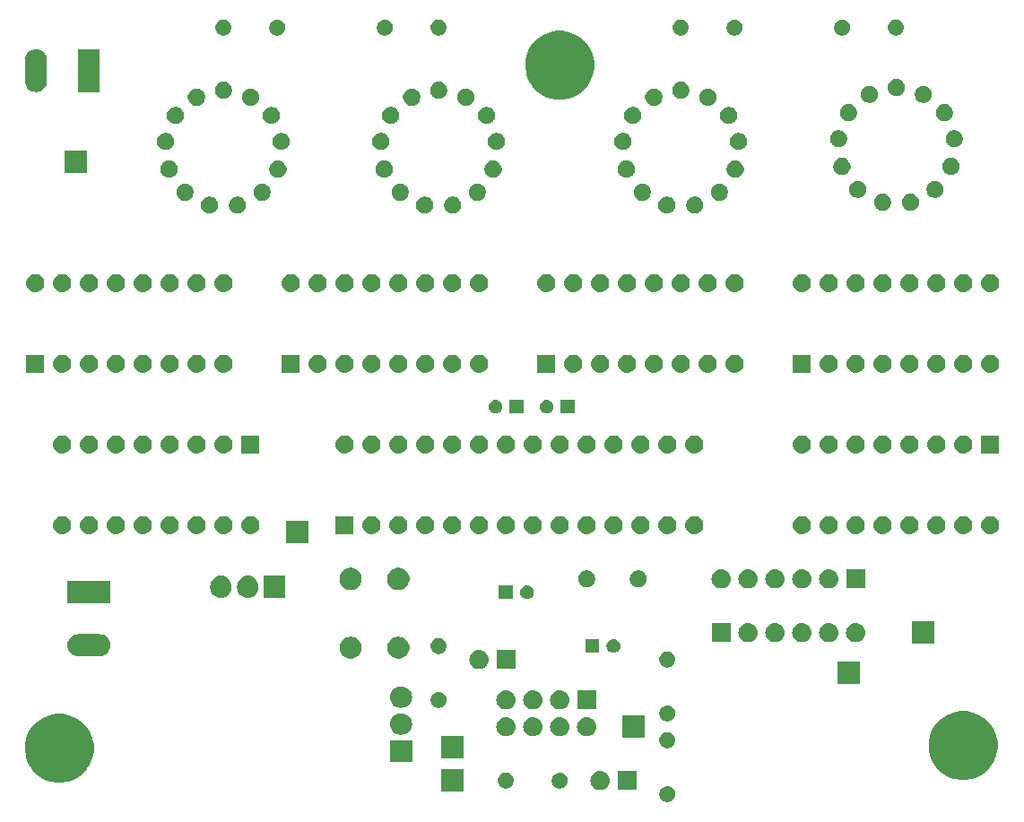
<source format=gbr>
G04 #@! TF.GenerationSoftware,KiCad,Pcbnew,(5.1.2)-1*
G04 #@! TF.CreationDate,2019-05-20T20:05:41-05:00*
G04 #@! TF.ProjectId,Nixie Tube Clock,4e697869-6520-4547-9562-6520436c6f63,rev?*
G04 #@! TF.SameCoordinates,Original*
G04 #@! TF.FileFunction,Soldermask,Top*
G04 #@! TF.FilePolarity,Negative*
%FSLAX46Y46*%
G04 Gerber Fmt 4.6, Leading zero omitted, Abs format (unit mm)*
G04 Created by KiCad (PCBNEW (5.1.2)-1) date 2019-05-20 20:05:41*
%MOMM*%
%LPD*%
G04 APERTURE LIST*
%ADD10C,0.100000*%
G04 APERTURE END LIST*
D10*
G36*
X78959059Y-91987860D02*
G01*
X79044718Y-92023341D01*
X79095732Y-92044472D01*
X79218735Y-92126660D01*
X79323340Y-92231265D01*
X79405528Y-92354268D01*
X79462140Y-92490941D01*
X79491000Y-92636033D01*
X79491000Y-92783967D01*
X79462140Y-92929059D01*
X79405528Y-93065732D01*
X79323340Y-93188735D01*
X79218735Y-93293340D01*
X79095732Y-93375528D01*
X79095731Y-93375529D01*
X79095730Y-93375529D01*
X78959059Y-93432140D01*
X78813968Y-93461000D01*
X78666032Y-93461000D01*
X78520941Y-93432140D01*
X78384270Y-93375529D01*
X78384269Y-93375529D01*
X78384268Y-93375528D01*
X78261265Y-93293340D01*
X78156660Y-93188735D01*
X78074472Y-93065732D01*
X78017860Y-92929059D01*
X77989000Y-92783967D01*
X77989000Y-92636033D01*
X78017860Y-92490941D01*
X78074472Y-92354268D01*
X78156660Y-92231265D01*
X78261265Y-92126660D01*
X78384268Y-92044472D01*
X78435283Y-92023341D01*
X78520941Y-91987860D01*
X78666032Y-91959000D01*
X78813968Y-91959000D01*
X78959059Y-91987860D01*
X78959059Y-91987860D01*
G37*
G36*
X59471000Y-92491000D02*
G01*
X57369000Y-92491000D01*
X57369000Y-90389000D01*
X59471000Y-90389000D01*
X59471000Y-92491000D01*
X59471000Y-92491000D01*
G37*
G36*
X75831000Y-92341000D02*
G01*
X74029000Y-92341000D01*
X74029000Y-90539000D01*
X75831000Y-90539000D01*
X75831000Y-92341000D01*
X75831000Y-92341000D01*
G37*
G36*
X72500443Y-90545519D02*
G01*
X72566627Y-90552037D01*
X72736466Y-90603557D01*
X72892991Y-90687222D01*
X72928729Y-90716552D01*
X73030186Y-90799814D01*
X73102815Y-90888314D01*
X73142778Y-90937009D01*
X73142779Y-90937011D01*
X73218940Y-91079496D01*
X73226443Y-91093534D01*
X73277963Y-91263373D01*
X73295359Y-91440000D01*
X73277963Y-91616627D01*
X73226443Y-91786466D01*
X73142778Y-91942991D01*
X73117653Y-91973606D01*
X73030186Y-92080186D01*
X72960725Y-92137190D01*
X72892991Y-92192778D01*
X72736466Y-92276443D01*
X72566627Y-92327963D01*
X72500443Y-92334481D01*
X72434260Y-92341000D01*
X72345740Y-92341000D01*
X72279557Y-92334481D01*
X72213373Y-92327963D01*
X72043534Y-92276443D01*
X71887009Y-92192778D01*
X71819275Y-92137190D01*
X71749814Y-92080186D01*
X71662347Y-91973606D01*
X71637222Y-91942991D01*
X71553557Y-91786466D01*
X71502037Y-91616627D01*
X71484641Y-91440000D01*
X71502037Y-91263373D01*
X71553557Y-91093534D01*
X71561061Y-91079496D01*
X71637221Y-90937011D01*
X71637222Y-90937009D01*
X71677185Y-90888314D01*
X71749814Y-90799814D01*
X71851271Y-90716552D01*
X71887009Y-90687222D01*
X72043534Y-90603557D01*
X72213373Y-90552037D01*
X72279557Y-90545519D01*
X72345740Y-90539000D01*
X72434260Y-90539000D01*
X72500443Y-90545519D01*
X72500443Y-90545519D01*
G37*
G36*
X63573665Y-90692622D02*
G01*
X63647222Y-90699867D01*
X63788786Y-90742810D01*
X63919252Y-90812546D01*
X63948343Y-90836420D01*
X64033607Y-90906393D01*
X64087175Y-90971668D01*
X64127454Y-91020748D01*
X64197190Y-91151214D01*
X64240133Y-91292778D01*
X64254633Y-91440000D01*
X64240133Y-91587222D01*
X64197190Y-91728786D01*
X64127454Y-91859252D01*
X64103008Y-91889040D01*
X64033607Y-91973607D01*
X63973004Y-92023341D01*
X63919252Y-92067454D01*
X63788786Y-92137190D01*
X63647222Y-92180133D01*
X63573665Y-92187378D01*
X63536888Y-92191000D01*
X63463112Y-92191000D01*
X63426335Y-92187378D01*
X63352778Y-92180133D01*
X63211214Y-92137190D01*
X63080748Y-92067454D01*
X63026996Y-92023341D01*
X62966393Y-91973607D01*
X62896992Y-91889040D01*
X62872546Y-91859252D01*
X62802810Y-91728786D01*
X62759867Y-91587222D01*
X62745367Y-91440000D01*
X62759867Y-91292778D01*
X62802810Y-91151214D01*
X62872546Y-91020748D01*
X62912825Y-90971668D01*
X62966393Y-90906393D01*
X63051657Y-90836420D01*
X63080748Y-90812546D01*
X63211214Y-90742810D01*
X63352778Y-90699867D01*
X63426335Y-90692622D01*
X63463112Y-90689000D01*
X63536888Y-90689000D01*
X63573665Y-90692622D01*
X63573665Y-90692622D01*
G37*
G36*
X68799059Y-90717860D02*
G01*
X68880585Y-90751629D01*
X68935732Y-90774472D01*
X69058735Y-90856660D01*
X69163340Y-90961265D01*
X69242339Y-91079496D01*
X69245529Y-91084270D01*
X69302140Y-91220941D01*
X69331000Y-91366032D01*
X69331000Y-91513968D01*
X69310580Y-91616627D01*
X69302140Y-91659059D01*
X69245528Y-91795732D01*
X69163340Y-91918735D01*
X69058735Y-92023340D01*
X68935732Y-92105528D01*
X68935731Y-92105529D01*
X68935730Y-92105529D01*
X68799059Y-92162140D01*
X68653968Y-92191000D01*
X68506032Y-92191000D01*
X68360941Y-92162140D01*
X68224270Y-92105529D01*
X68224269Y-92105529D01*
X68224268Y-92105528D01*
X68101265Y-92023340D01*
X67996660Y-91918735D01*
X67914472Y-91795732D01*
X67857860Y-91659059D01*
X67849420Y-91616627D01*
X67829000Y-91513968D01*
X67829000Y-91366032D01*
X67857860Y-91220941D01*
X67914471Y-91084270D01*
X67917661Y-91079496D01*
X67996660Y-90961265D01*
X68101265Y-90856660D01*
X68224268Y-90774472D01*
X68279416Y-90751629D01*
X68360941Y-90717860D01*
X68506032Y-90689000D01*
X68653968Y-90689000D01*
X68799059Y-90717860D01*
X68799059Y-90717860D01*
G37*
G36*
X21970239Y-85203467D02*
G01*
X22284282Y-85265934D01*
X22875926Y-85511001D01*
X23408392Y-85866784D01*
X23861216Y-86319608D01*
X24216999Y-86852074D01*
X24462066Y-87443718D01*
X24469836Y-87482780D01*
X24587000Y-88071803D01*
X24587000Y-88712197D01*
X24524533Y-89026239D01*
X24462066Y-89340282D01*
X24216999Y-89931926D01*
X23969265Y-90302685D01*
X23911592Y-90389000D01*
X23861216Y-90464392D01*
X23408392Y-90917216D01*
X22875926Y-91272999D01*
X22284282Y-91518066D01*
X21970239Y-91580533D01*
X21656197Y-91643000D01*
X21015803Y-91643000D01*
X20701761Y-91580533D01*
X20387718Y-91518066D01*
X19796074Y-91272999D01*
X19263608Y-90917216D01*
X18810784Y-90464392D01*
X18760409Y-90389000D01*
X18702735Y-90302685D01*
X18455001Y-89931926D01*
X18209934Y-89340282D01*
X18147467Y-89026239D01*
X18085000Y-88712197D01*
X18085000Y-88071803D01*
X18202164Y-87482780D01*
X18209934Y-87443718D01*
X18455001Y-86852074D01*
X18810784Y-86319608D01*
X19263608Y-85866784D01*
X19796074Y-85511001D01*
X20387718Y-85265934D01*
X20701761Y-85203467D01*
X21015803Y-85141000D01*
X21656197Y-85141000D01*
X21970239Y-85203467D01*
X21970239Y-85203467D01*
G37*
G36*
X107314239Y-84949467D02*
G01*
X107628282Y-85011934D01*
X108219926Y-85257001D01*
X108618856Y-85523558D01*
X108744067Y-85607221D01*
X108752392Y-85612784D01*
X109205216Y-86065608D01*
X109560999Y-86598074D01*
X109806066Y-87189718D01*
X109820245Y-87261000D01*
X109931000Y-87817803D01*
X109931000Y-88458197D01*
X109901674Y-88605629D01*
X109806066Y-89086282D01*
X109560999Y-89677926D01*
X109205216Y-90210392D01*
X108752392Y-90663216D01*
X108219926Y-91018999D01*
X107628282Y-91264066D01*
X107314239Y-91326533D01*
X107000197Y-91389000D01*
X106359803Y-91389000D01*
X106045761Y-91326533D01*
X105731718Y-91264066D01*
X105140074Y-91018999D01*
X104607608Y-90663216D01*
X104154784Y-90210392D01*
X103799001Y-89677926D01*
X103553934Y-89086282D01*
X103458326Y-88605629D01*
X103429000Y-88458197D01*
X103429000Y-87817803D01*
X103539755Y-87261000D01*
X103553934Y-87189718D01*
X103799001Y-86598074D01*
X104154784Y-86065608D01*
X104607608Y-85612784D01*
X104615934Y-85607221D01*
X104741144Y-85523558D01*
X105140074Y-85257001D01*
X105731718Y-85011934D01*
X106045761Y-84949467D01*
X106359803Y-84887000D01*
X107000197Y-84887000D01*
X107314239Y-84949467D01*
X107314239Y-84949467D01*
G37*
G36*
X54645000Y-89649500D02*
G01*
X52543000Y-89649500D01*
X52543000Y-87642500D01*
X54645000Y-87642500D01*
X54645000Y-89649500D01*
X54645000Y-89649500D01*
G37*
G36*
X59471000Y-89316000D02*
G01*
X57369000Y-89316000D01*
X57369000Y-87214000D01*
X59471000Y-87214000D01*
X59471000Y-89316000D01*
X59471000Y-89316000D01*
G37*
G36*
X78813665Y-86882622D02*
G01*
X78887222Y-86889867D01*
X79028786Y-86932810D01*
X79159252Y-87002546D01*
X79189040Y-87026992D01*
X79273607Y-87096393D01*
X79314271Y-87145944D01*
X79367454Y-87210748D01*
X79437190Y-87341214D01*
X79480133Y-87482778D01*
X79494633Y-87630000D01*
X79480133Y-87777222D01*
X79437190Y-87918786D01*
X79367454Y-88049252D01*
X79348947Y-88071803D01*
X79273607Y-88163607D01*
X79189040Y-88233008D01*
X79159252Y-88257454D01*
X79028786Y-88327190D01*
X78887222Y-88370133D01*
X78813665Y-88377378D01*
X78776888Y-88381000D01*
X78703112Y-88381000D01*
X78666335Y-88377378D01*
X78592778Y-88370133D01*
X78451214Y-88327190D01*
X78320748Y-88257454D01*
X78290960Y-88233008D01*
X78206393Y-88163607D01*
X78131053Y-88071803D01*
X78112546Y-88049252D01*
X78042810Y-87918786D01*
X77999867Y-87777222D01*
X77985367Y-87630000D01*
X77999867Y-87482778D01*
X78042810Y-87341214D01*
X78112546Y-87210748D01*
X78165729Y-87145944D01*
X78206393Y-87096393D01*
X78290960Y-87026992D01*
X78320748Y-87002546D01*
X78451214Y-86932810D01*
X78592778Y-86889867D01*
X78666335Y-86882622D01*
X78703112Y-86879000D01*
X78776888Y-86879000D01*
X78813665Y-86882622D01*
X78813665Y-86882622D01*
G37*
G36*
X76616000Y-87411000D02*
G01*
X74514000Y-87411000D01*
X74514000Y-85309000D01*
X76616000Y-85309000D01*
X76616000Y-87411000D01*
X76616000Y-87411000D01*
G37*
G36*
X71230442Y-85465518D02*
G01*
X71296627Y-85472037D01*
X71466466Y-85523557D01*
X71622991Y-85607222D01*
X71629768Y-85612784D01*
X71760186Y-85719814D01*
X71835955Y-85812140D01*
X71872778Y-85857009D01*
X71956443Y-86013534D01*
X72007963Y-86183373D01*
X72025359Y-86360000D01*
X72007963Y-86536627D01*
X71956443Y-86706466D01*
X71872778Y-86862991D01*
X71850721Y-86889867D01*
X71760186Y-87000186D01*
X71658729Y-87083448D01*
X71622991Y-87112778D01*
X71622989Y-87112779D01*
X71479048Y-87189718D01*
X71466466Y-87196443D01*
X71296627Y-87247963D01*
X71230442Y-87254482D01*
X71164260Y-87261000D01*
X71075740Y-87261000D01*
X71009558Y-87254482D01*
X70943373Y-87247963D01*
X70773534Y-87196443D01*
X70760953Y-87189718D01*
X70617011Y-87112779D01*
X70617009Y-87112778D01*
X70581271Y-87083448D01*
X70479814Y-87000186D01*
X70389279Y-86889867D01*
X70367222Y-86862991D01*
X70283557Y-86706466D01*
X70232037Y-86536627D01*
X70214641Y-86360000D01*
X70232037Y-86183373D01*
X70283557Y-86013534D01*
X70367222Y-85857009D01*
X70404045Y-85812140D01*
X70479814Y-85719814D01*
X70610232Y-85612784D01*
X70617009Y-85607222D01*
X70773534Y-85523557D01*
X70943373Y-85472037D01*
X71009558Y-85465518D01*
X71075740Y-85459000D01*
X71164260Y-85459000D01*
X71230442Y-85465518D01*
X71230442Y-85465518D01*
G37*
G36*
X63610442Y-85465518D02*
G01*
X63676627Y-85472037D01*
X63846466Y-85523557D01*
X64002991Y-85607222D01*
X64009768Y-85612784D01*
X64140186Y-85719814D01*
X64215955Y-85812140D01*
X64252778Y-85857009D01*
X64336443Y-86013534D01*
X64387963Y-86183373D01*
X64405359Y-86360000D01*
X64387963Y-86536627D01*
X64336443Y-86706466D01*
X64252778Y-86862991D01*
X64230721Y-86889867D01*
X64140186Y-87000186D01*
X64038729Y-87083448D01*
X64002991Y-87112778D01*
X64002989Y-87112779D01*
X63859048Y-87189718D01*
X63846466Y-87196443D01*
X63676627Y-87247963D01*
X63610442Y-87254482D01*
X63544260Y-87261000D01*
X63455740Y-87261000D01*
X63389558Y-87254482D01*
X63323373Y-87247963D01*
X63153534Y-87196443D01*
X63140953Y-87189718D01*
X62997011Y-87112779D01*
X62997009Y-87112778D01*
X62961271Y-87083448D01*
X62859814Y-87000186D01*
X62769279Y-86889867D01*
X62747222Y-86862991D01*
X62663557Y-86706466D01*
X62612037Y-86536627D01*
X62594641Y-86360000D01*
X62612037Y-86183373D01*
X62663557Y-86013534D01*
X62747222Y-85857009D01*
X62784045Y-85812140D01*
X62859814Y-85719814D01*
X62990232Y-85612784D01*
X62997009Y-85607222D01*
X63153534Y-85523557D01*
X63323373Y-85472037D01*
X63389558Y-85465518D01*
X63455740Y-85459000D01*
X63544260Y-85459000D01*
X63610442Y-85465518D01*
X63610442Y-85465518D01*
G37*
G36*
X66150442Y-85465518D02*
G01*
X66216627Y-85472037D01*
X66386466Y-85523557D01*
X66542991Y-85607222D01*
X66549768Y-85612784D01*
X66680186Y-85719814D01*
X66755955Y-85812140D01*
X66792778Y-85857009D01*
X66876443Y-86013534D01*
X66927963Y-86183373D01*
X66945359Y-86360000D01*
X66927963Y-86536627D01*
X66876443Y-86706466D01*
X66792778Y-86862991D01*
X66770721Y-86889867D01*
X66680186Y-87000186D01*
X66578729Y-87083448D01*
X66542991Y-87112778D01*
X66542989Y-87112779D01*
X66399048Y-87189718D01*
X66386466Y-87196443D01*
X66216627Y-87247963D01*
X66150442Y-87254482D01*
X66084260Y-87261000D01*
X65995740Y-87261000D01*
X65929558Y-87254482D01*
X65863373Y-87247963D01*
X65693534Y-87196443D01*
X65680953Y-87189718D01*
X65537011Y-87112779D01*
X65537009Y-87112778D01*
X65501271Y-87083448D01*
X65399814Y-87000186D01*
X65309279Y-86889867D01*
X65287222Y-86862991D01*
X65203557Y-86706466D01*
X65152037Y-86536627D01*
X65134641Y-86360000D01*
X65152037Y-86183373D01*
X65203557Y-86013534D01*
X65287222Y-85857009D01*
X65324045Y-85812140D01*
X65399814Y-85719814D01*
X65530232Y-85612784D01*
X65537009Y-85607222D01*
X65693534Y-85523557D01*
X65863373Y-85472037D01*
X65929558Y-85465518D01*
X65995740Y-85459000D01*
X66084260Y-85459000D01*
X66150442Y-85465518D01*
X66150442Y-85465518D01*
G37*
G36*
X68690442Y-85465518D02*
G01*
X68756627Y-85472037D01*
X68926466Y-85523557D01*
X69082991Y-85607222D01*
X69089768Y-85612784D01*
X69220186Y-85719814D01*
X69295955Y-85812140D01*
X69332778Y-85857009D01*
X69416443Y-86013534D01*
X69467963Y-86183373D01*
X69485359Y-86360000D01*
X69467963Y-86536627D01*
X69416443Y-86706466D01*
X69332778Y-86862991D01*
X69310721Y-86889867D01*
X69220186Y-87000186D01*
X69118729Y-87083448D01*
X69082991Y-87112778D01*
X69082989Y-87112779D01*
X68939048Y-87189718D01*
X68926466Y-87196443D01*
X68756627Y-87247963D01*
X68690442Y-87254482D01*
X68624260Y-87261000D01*
X68535740Y-87261000D01*
X68469558Y-87254482D01*
X68403373Y-87247963D01*
X68233534Y-87196443D01*
X68220953Y-87189718D01*
X68077011Y-87112779D01*
X68077009Y-87112778D01*
X68041271Y-87083448D01*
X67939814Y-87000186D01*
X67849279Y-86889867D01*
X67827222Y-86862991D01*
X67743557Y-86706466D01*
X67692037Y-86536627D01*
X67674641Y-86360000D01*
X67692037Y-86183373D01*
X67743557Y-86013534D01*
X67827222Y-85857009D01*
X67864045Y-85812140D01*
X67939814Y-85719814D01*
X68070232Y-85612784D01*
X68077009Y-85607222D01*
X68233534Y-85523557D01*
X68403373Y-85472037D01*
X68469558Y-85465518D01*
X68535740Y-85459000D01*
X68624260Y-85459000D01*
X68690442Y-85465518D01*
X68690442Y-85465518D01*
G37*
G36*
X53739936Y-85107340D02*
G01*
X53838220Y-85117020D01*
X54027381Y-85174401D01*
X54201712Y-85267583D01*
X54354515Y-85392985D01*
X54479917Y-85545788D01*
X54573099Y-85720119D01*
X54630480Y-85909280D01*
X54649855Y-86106000D01*
X54630480Y-86302720D01*
X54573099Y-86491881D01*
X54479917Y-86666212D01*
X54354515Y-86819015D01*
X54201712Y-86944417D01*
X54027381Y-87037599D01*
X53838220Y-87094980D01*
X53739936Y-87104660D01*
X53690795Y-87109500D01*
X53497205Y-87109500D01*
X53448064Y-87104660D01*
X53349780Y-87094980D01*
X53160619Y-87037599D01*
X52986288Y-86944417D01*
X52833485Y-86819015D01*
X52708083Y-86666212D01*
X52614901Y-86491881D01*
X52557520Y-86302720D01*
X52538145Y-86106000D01*
X52557520Y-85909280D01*
X52614901Y-85720119D01*
X52708083Y-85545788D01*
X52833485Y-85392985D01*
X52986288Y-85267583D01*
X53160619Y-85174401D01*
X53349780Y-85117020D01*
X53448064Y-85107340D01*
X53497205Y-85102500D01*
X53690795Y-85102500D01*
X53739936Y-85107340D01*
X53739936Y-85107340D01*
G37*
G36*
X78959059Y-84367860D02*
G01*
X79044718Y-84403341D01*
X79095732Y-84424472D01*
X79218735Y-84506660D01*
X79323340Y-84611265D01*
X79405528Y-84734268D01*
X79405529Y-84734270D01*
X79462140Y-84870941D01*
X79491000Y-85016032D01*
X79491000Y-85163968D01*
X79472495Y-85257001D01*
X79462140Y-85309059D01*
X79405528Y-85445732D01*
X79323340Y-85568735D01*
X79218735Y-85673340D01*
X79095732Y-85755528D01*
X79095731Y-85755529D01*
X79095730Y-85755529D01*
X78959059Y-85812140D01*
X78813968Y-85841000D01*
X78666032Y-85841000D01*
X78520941Y-85812140D01*
X78384270Y-85755529D01*
X78384269Y-85755529D01*
X78384268Y-85755528D01*
X78261265Y-85673340D01*
X78156660Y-85568735D01*
X78074472Y-85445732D01*
X78017860Y-85309059D01*
X78007505Y-85257001D01*
X77989000Y-85163968D01*
X77989000Y-85016032D01*
X78017860Y-84870941D01*
X78074471Y-84734270D01*
X78074472Y-84734268D01*
X78156660Y-84611265D01*
X78261265Y-84506660D01*
X78384268Y-84424472D01*
X78435283Y-84403341D01*
X78520941Y-84367860D01*
X78666032Y-84339000D01*
X78813968Y-84339000D01*
X78959059Y-84367860D01*
X78959059Y-84367860D01*
G37*
G36*
X68690443Y-82925519D02*
G01*
X68756627Y-82932037D01*
X68926466Y-82983557D01*
X69082991Y-83067222D01*
X69085157Y-83069000D01*
X69220186Y-83179814D01*
X69303448Y-83281271D01*
X69332778Y-83317009D01*
X69416443Y-83473534D01*
X69467963Y-83643373D01*
X69485359Y-83820000D01*
X69467963Y-83996627D01*
X69416443Y-84166466D01*
X69332778Y-84322991D01*
X69303448Y-84358729D01*
X69220186Y-84460186D01*
X69120323Y-84542140D01*
X69082991Y-84572778D01*
X68926466Y-84656443D01*
X68756627Y-84707963D01*
X68690443Y-84714481D01*
X68624260Y-84721000D01*
X68535740Y-84721000D01*
X68469557Y-84714481D01*
X68403373Y-84707963D01*
X68233534Y-84656443D01*
X68077009Y-84572778D01*
X68039677Y-84542140D01*
X67939814Y-84460186D01*
X67856552Y-84358729D01*
X67827222Y-84322991D01*
X67743557Y-84166466D01*
X67692037Y-83996627D01*
X67674641Y-83820000D01*
X67692037Y-83643373D01*
X67743557Y-83473534D01*
X67827222Y-83317009D01*
X67856552Y-83281271D01*
X67939814Y-83179814D01*
X68074843Y-83069000D01*
X68077009Y-83067222D01*
X68233534Y-82983557D01*
X68403373Y-82932037D01*
X68469557Y-82925519D01*
X68535740Y-82919000D01*
X68624260Y-82919000D01*
X68690443Y-82925519D01*
X68690443Y-82925519D01*
G37*
G36*
X63610443Y-82925519D02*
G01*
X63676627Y-82932037D01*
X63846466Y-82983557D01*
X64002991Y-83067222D01*
X64005157Y-83069000D01*
X64140186Y-83179814D01*
X64223448Y-83281271D01*
X64252778Y-83317009D01*
X64336443Y-83473534D01*
X64387963Y-83643373D01*
X64405359Y-83820000D01*
X64387963Y-83996627D01*
X64336443Y-84166466D01*
X64252778Y-84322991D01*
X64223448Y-84358729D01*
X64140186Y-84460186D01*
X64040323Y-84542140D01*
X64002991Y-84572778D01*
X63846466Y-84656443D01*
X63676627Y-84707963D01*
X63610443Y-84714481D01*
X63544260Y-84721000D01*
X63455740Y-84721000D01*
X63389557Y-84714481D01*
X63323373Y-84707963D01*
X63153534Y-84656443D01*
X62997009Y-84572778D01*
X62959677Y-84542140D01*
X62859814Y-84460186D01*
X62776552Y-84358729D01*
X62747222Y-84322991D01*
X62663557Y-84166466D01*
X62612037Y-83996627D01*
X62594641Y-83820000D01*
X62612037Y-83643373D01*
X62663557Y-83473534D01*
X62747222Y-83317009D01*
X62776552Y-83281271D01*
X62859814Y-83179814D01*
X62994843Y-83069000D01*
X62997009Y-83067222D01*
X63153534Y-82983557D01*
X63323373Y-82932037D01*
X63389557Y-82925519D01*
X63455740Y-82919000D01*
X63544260Y-82919000D01*
X63610443Y-82925519D01*
X63610443Y-82925519D01*
G37*
G36*
X66150443Y-82925519D02*
G01*
X66216627Y-82932037D01*
X66386466Y-82983557D01*
X66542991Y-83067222D01*
X66545157Y-83069000D01*
X66680186Y-83179814D01*
X66763448Y-83281271D01*
X66792778Y-83317009D01*
X66876443Y-83473534D01*
X66927963Y-83643373D01*
X66945359Y-83820000D01*
X66927963Y-83996627D01*
X66876443Y-84166466D01*
X66792778Y-84322991D01*
X66763448Y-84358729D01*
X66680186Y-84460186D01*
X66580323Y-84542140D01*
X66542991Y-84572778D01*
X66386466Y-84656443D01*
X66216627Y-84707963D01*
X66150443Y-84714481D01*
X66084260Y-84721000D01*
X65995740Y-84721000D01*
X65929557Y-84714481D01*
X65863373Y-84707963D01*
X65693534Y-84656443D01*
X65537009Y-84572778D01*
X65499677Y-84542140D01*
X65399814Y-84460186D01*
X65316552Y-84358729D01*
X65287222Y-84322991D01*
X65203557Y-84166466D01*
X65152037Y-83996627D01*
X65134641Y-83820000D01*
X65152037Y-83643373D01*
X65203557Y-83473534D01*
X65287222Y-83317009D01*
X65316552Y-83281271D01*
X65399814Y-83179814D01*
X65534843Y-83069000D01*
X65537009Y-83067222D01*
X65693534Y-82983557D01*
X65863373Y-82932037D01*
X65929557Y-82925519D01*
X65995740Y-82919000D01*
X66084260Y-82919000D01*
X66150443Y-82925519D01*
X66150443Y-82925519D01*
G37*
G36*
X72021000Y-84721000D02*
G01*
X70219000Y-84721000D01*
X70219000Y-82919000D01*
X72021000Y-82919000D01*
X72021000Y-84721000D01*
X72021000Y-84721000D01*
G37*
G36*
X57369059Y-83097860D02*
G01*
X57505732Y-83154472D01*
X57628735Y-83236660D01*
X57733340Y-83341265D01*
X57733341Y-83341267D01*
X57815529Y-83464270D01*
X57872140Y-83600941D01*
X57901000Y-83746032D01*
X57901000Y-83893968D01*
X57880580Y-83996627D01*
X57872140Y-84039059D01*
X57815528Y-84175732D01*
X57733340Y-84298735D01*
X57628735Y-84403340D01*
X57505732Y-84485528D01*
X57505731Y-84485529D01*
X57505730Y-84485529D01*
X57369059Y-84542140D01*
X57223968Y-84571000D01*
X57076032Y-84571000D01*
X56930941Y-84542140D01*
X56794270Y-84485529D01*
X56794269Y-84485529D01*
X56794268Y-84485528D01*
X56671265Y-84403340D01*
X56566660Y-84298735D01*
X56484472Y-84175732D01*
X56427860Y-84039059D01*
X56419420Y-83996627D01*
X56399000Y-83893968D01*
X56399000Y-83746032D01*
X56427860Y-83600941D01*
X56484471Y-83464270D01*
X56566659Y-83341267D01*
X56566660Y-83341265D01*
X56671265Y-83236660D01*
X56794268Y-83154472D01*
X56930941Y-83097860D01*
X57076032Y-83069000D01*
X57223968Y-83069000D01*
X57369059Y-83097860D01*
X57369059Y-83097860D01*
G37*
G36*
X53739936Y-82567340D02*
G01*
X53838220Y-82577020D01*
X54027381Y-82634401D01*
X54201712Y-82727583D01*
X54354515Y-82852985D01*
X54479917Y-83005788D01*
X54573099Y-83180119D01*
X54630480Y-83369280D01*
X54649855Y-83566000D01*
X54630480Y-83762720D01*
X54573099Y-83951881D01*
X54479917Y-84126212D01*
X54354515Y-84279015D01*
X54201712Y-84404417D01*
X54027381Y-84497599D01*
X53838220Y-84554980D01*
X53739936Y-84564660D01*
X53690795Y-84569500D01*
X53497205Y-84569500D01*
X53448064Y-84564660D01*
X53349780Y-84554980D01*
X53160619Y-84497599D01*
X52986288Y-84404417D01*
X52833485Y-84279015D01*
X52708083Y-84126212D01*
X52614901Y-83951881D01*
X52557520Y-83762720D01*
X52538145Y-83566000D01*
X52557520Y-83369280D01*
X52614901Y-83180119D01*
X52708083Y-83005788D01*
X52833485Y-82852985D01*
X52986288Y-82727583D01*
X53160619Y-82634401D01*
X53349780Y-82577020D01*
X53448064Y-82567340D01*
X53497205Y-82562500D01*
X53690795Y-82562500D01*
X53739936Y-82567340D01*
X53739936Y-82567340D01*
G37*
G36*
X96936000Y-82331000D02*
G01*
X94834000Y-82331000D01*
X94834000Y-80229000D01*
X96936000Y-80229000D01*
X96936000Y-82331000D01*
X96936000Y-82331000D01*
G37*
G36*
X64401000Y-80911000D02*
G01*
X62599000Y-80911000D01*
X62599000Y-79109000D01*
X64401000Y-79109000D01*
X64401000Y-80911000D01*
X64401000Y-80911000D01*
G37*
G36*
X61070443Y-79115519D02*
G01*
X61136627Y-79122037D01*
X61306466Y-79173557D01*
X61462991Y-79257222D01*
X61482956Y-79273607D01*
X61600186Y-79369814D01*
X61655478Y-79437189D01*
X61712778Y-79507009D01*
X61796443Y-79663534D01*
X61847963Y-79833373D01*
X61865359Y-80010000D01*
X61847963Y-80186627D01*
X61796443Y-80356466D01*
X61712778Y-80512991D01*
X61687653Y-80543606D01*
X61600186Y-80650186D01*
X61530725Y-80707190D01*
X61462991Y-80762778D01*
X61306466Y-80846443D01*
X61136627Y-80897963D01*
X61070442Y-80904482D01*
X61004260Y-80911000D01*
X60915740Y-80911000D01*
X60849558Y-80904482D01*
X60783373Y-80897963D01*
X60613534Y-80846443D01*
X60457009Y-80762778D01*
X60389275Y-80707190D01*
X60319814Y-80650186D01*
X60232347Y-80543606D01*
X60207222Y-80512991D01*
X60123557Y-80356466D01*
X60072037Y-80186627D01*
X60054641Y-80010000D01*
X60072037Y-79833373D01*
X60123557Y-79663534D01*
X60207222Y-79507009D01*
X60264522Y-79437189D01*
X60319814Y-79369814D01*
X60437044Y-79273607D01*
X60457009Y-79257222D01*
X60613534Y-79173557D01*
X60783373Y-79122037D01*
X60849557Y-79115519D01*
X60915740Y-79109000D01*
X61004260Y-79109000D01*
X61070443Y-79115519D01*
X61070443Y-79115519D01*
G37*
G36*
X78813665Y-79262622D02*
G01*
X78887222Y-79269867D01*
X79028786Y-79312810D01*
X79159252Y-79382546D01*
X79169553Y-79391000D01*
X79273607Y-79476393D01*
X79317392Y-79529747D01*
X79367454Y-79590748D01*
X79437190Y-79721214D01*
X79480133Y-79862778D01*
X79494633Y-80010000D01*
X79480133Y-80157222D01*
X79437190Y-80298786D01*
X79367454Y-80429252D01*
X79343008Y-80459040D01*
X79273607Y-80543607D01*
X79189040Y-80613008D01*
X79159252Y-80637454D01*
X79028786Y-80707190D01*
X78887222Y-80750133D01*
X78813665Y-80757378D01*
X78776888Y-80761000D01*
X78703112Y-80761000D01*
X78666335Y-80757378D01*
X78592778Y-80750133D01*
X78451214Y-80707190D01*
X78320748Y-80637454D01*
X78290960Y-80613008D01*
X78206393Y-80543607D01*
X78136992Y-80459040D01*
X78112546Y-80429252D01*
X78042810Y-80298786D01*
X77999867Y-80157222D01*
X77985367Y-80010000D01*
X77999867Y-79862778D01*
X78042810Y-79721214D01*
X78112546Y-79590748D01*
X78162608Y-79529747D01*
X78206393Y-79476393D01*
X78310447Y-79391000D01*
X78320748Y-79382546D01*
X78451214Y-79312810D01*
X78592778Y-79269867D01*
X78666335Y-79262622D01*
X78703112Y-79259000D01*
X78776888Y-79259000D01*
X78813665Y-79262622D01*
X78813665Y-79262622D01*
G37*
G36*
X49146564Y-77879389D02*
G01*
X49337833Y-77958615D01*
X49337835Y-77958616D01*
X49509973Y-78073635D01*
X49656365Y-78220027D01*
X49723665Y-78320748D01*
X49771385Y-78392167D01*
X49850611Y-78583436D01*
X49891000Y-78786484D01*
X49891000Y-78993516D01*
X49850611Y-79196564D01*
X49778848Y-79369815D01*
X49771384Y-79387835D01*
X49656365Y-79559973D01*
X49509973Y-79706365D01*
X49337835Y-79821384D01*
X49337834Y-79821385D01*
X49337833Y-79821385D01*
X49146564Y-79900611D01*
X48943516Y-79941000D01*
X48736484Y-79941000D01*
X48533436Y-79900611D01*
X48342167Y-79821385D01*
X48342166Y-79821385D01*
X48342165Y-79821384D01*
X48170027Y-79706365D01*
X48023635Y-79559973D01*
X47908616Y-79387835D01*
X47901152Y-79369815D01*
X47829389Y-79196564D01*
X47789000Y-78993516D01*
X47789000Y-78786484D01*
X47829389Y-78583436D01*
X47908615Y-78392167D01*
X47956336Y-78320748D01*
X48023635Y-78220027D01*
X48170027Y-78073635D01*
X48342165Y-77958616D01*
X48342167Y-77958615D01*
X48533436Y-77879389D01*
X48736484Y-77839000D01*
X48943516Y-77839000D01*
X49146564Y-77879389D01*
X49146564Y-77879389D01*
G37*
G36*
X53646564Y-77879389D02*
G01*
X53837833Y-77958615D01*
X53837835Y-77958616D01*
X54009973Y-78073635D01*
X54156365Y-78220027D01*
X54223665Y-78320748D01*
X54271385Y-78392167D01*
X54350611Y-78583436D01*
X54391000Y-78786484D01*
X54391000Y-78993516D01*
X54350611Y-79196564D01*
X54278848Y-79369815D01*
X54271384Y-79387835D01*
X54156365Y-79559973D01*
X54009973Y-79706365D01*
X53837835Y-79821384D01*
X53837834Y-79821385D01*
X53837833Y-79821385D01*
X53646564Y-79900611D01*
X53443516Y-79941000D01*
X53236484Y-79941000D01*
X53033436Y-79900611D01*
X52842167Y-79821385D01*
X52842166Y-79821385D01*
X52842165Y-79821384D01*
X52670027Y-79706365D01*
X52523635Y-79559973D01*
X52408616Y-79387835D01*
X52401152Y-79369815D01*
X52329389Y-79196564D01*
X52289000Y-78993516D01*
X52289000Y-78786484D01*
X52329389Y-78583436D01*
X52408615Y-78392167D01*
X52456336Y-78320748D01*
X52523635Y-78220027D01*
X52670027Y-78073635D01*
X52842165Y-77958616D01*
X52842167Y-77958615D01*
X53033436Y-77879389D01*
X53236484Y-77839000D01*
X53443516Y-77839000D01*
X53646564Y-77879389D01*
X53646564Y-77879389D01*
G37*
G36*
X25222112Y-77624021D02*
G01*
X25324072Y-77634063D01*
X25520301Y-77693589D01*
X25520303Y-77693590D01*
X25701145Y-77790252D01*
X25859660Y-77920340D01*
X25989748Y-78078855D01*
X26034773Y-78163091D01*
X26086411Y-78259699D01*
X26145937Y-78455928D01*
X26166036Y-78660000D01*
X26145937Y-78864072D01*
X26090032Y-79048364D01*
X26086410Y-79060303D01*
X25989748Y-79241145D01*
X25859660Y-79399660D01*
X25701145Y-79529748D01*
X25587022Y-79590748D01*
X25520301Y-79626411D01*
X25324072Y-79685937D01*
X25222112Y-79695979D01*
X25171133Y-79701000D01*
X23088867Y-79701000D01*
X23037888Y-79695979D01*
X22935928Y-79685937D01*
X22739699Y-79626411D01*
X22672978Y-79590748D01*
X22558855Y-79529748D01*
X22400340Y-79399660D01*
X22270252Y-79241145D01*
X22173590Y-79060303D01*
X22169968Y-79048364D01*
X22114063Y-78864072D01*
X22093964Y-78660000D01*
X22114063Y-78455928D01*
X22173589Y-78259699D01*
X22225227Y-78163091D01*
X22270252Y-78078855D01*
X22400340Y-77920340D01*
X22558855Y-77790252D01*
X22739697Y-77693590D01*
X22739699Y-77693589D01*
X22935928Y-77634063D01*
X23037888Y-77624021D01*
X23088867Y-77619000D01*
X25171133Y-77619000D01*
X25222112Y-77624021D01*
X25222112Y-77624021D01*
G37*
G36*
X57223665Y-77992622D02*
G01*
X57297222Y-77999867D01*
X57438786Y-78042810D01*
X57569252Y-78112546D01*
X57571044Y-78114017D01*
X57683607Y-78206393D01*
X57753008Y-78290960D01*
X57777454Y-78320748D01*
X57847190Y-78451214D01*
X57890133Y-78592778D01*
X57904633Y-78740000D01*
X57890133Y-78887222D01*
X57847190Y-79028786D01*
X57777454Y-79159252D01*
X57765714Y-79173557D01*
X57683607Y-79273607D01*
X57599040Y-79343008D01*
X57569252Y-79367454D01*
X57438786Y-79437190D01*
X57297222Y-79480133D01*
X57223665Y-79487378D01*
X57186888Y-79491000D01*
X57113112Y-79491000D01*
X57076335Y-79487378D01*
X57002778Y-79480133D01*
X56861214Y-79437190D01*
X56730748Y-79367454D01*
X56700960Y-79343008D01*
X56616393Y-79273607D01*
X56534286Y-79173557D01*
X56522546Y-79159252D01*
X56452810Y-79028786D01*
X56409867Y-78887222D01*
X56395367Y-78740000D01*
X56409867Y-78592778D01*
X56452810Y-78451214D01*
X56522546Y-78320748D01*
X56546992Y-78290960D01*
X56616393Y-78206393D01*
X56728956Y-78114017D01*
X56730748Y-78112546D01*
X56861214Y-78042810D01*
X57002778Y-77999867D01*
X57076335Y-77992622D01*
X57113112Y-77989000D01*
X57186888Y-77989000D01*
X57223665Y-77992622D01*
X57223665Y-77992622D01*
G37*
G36*
X72311000Y-79391000D02*
G01*
X71009000Y-79391000D01*
X71009000Y-78089000D01*
X72311000Y-78089000D01*
X72311000Y-79391000D01*
X72311000Y-79391000D01*
G37*
G36*
X73830625Y-78110185D02*
G01*
X73849890Y-78114017D01*
X73968364Y-78163091D01*
X74074988Y-78234335D01*
X74165665Y-78325012D01*
X74236909Y-78431636D01*
X74285983Y-78550110D01*
X74311000Y-78675882D01*
X74311000Y-78804118D01*
X74285983Y-78929890D01*
X74236909Y-79048364D01*
X74165665Y-79154988D01*
X74074988Y-79245665D01*
X73968364Y-79316909D01*
X73968363Y-79316910D01*
X73968362Y-79316910D01*
X73849890Y-79365983D01*
X73724119Y-79391000D01*
X73595881Y-79391000D01*
X73470110Y-79365983D01*
X73351638Y-79316910D01*
X73351637Y-79316910D01*
X73351636Y-79316909D01*
X73245012Y-79245665D01*
X73154335Y-79154988D01*
X73083091Y-79048364D01*
X73034017Y-78929890D01*
X73009000Y-78804118D01*
X73009000Y-78675882D01*
X73034017Y-78550110D01*
X73083091Y-78431636D01*
X73154335Y-78325012D01*
X73245012Y-78234335D01*
X73351636Y-78163091D01*
X73470110Y-78114017D01*
X73489375Y-78110185D01*
X73595881Y-78089000D01*
X73724119Y-78089000D01*
X73830625Y-78110185D01*
X73830625Y-78110185D01*
G37*
G36*
X103921000Y-78521000D02*
G01*
X101819000Y-78521000D01*
X101819000Y-76419000D01*
X103921000Y-76419000D01*
X103921000Y-78521000D01*
X103921000Y-78521000D01*
G37*
G36*
X84721000Y-78371000D02*
G01*
X82919000Y-78371000D01*
X82919000Y-76569000D01*
X84721000Y-76569000D01*
X84721000Y-78371000D01*
X84721000Y-78371000D01*
G37*
G36*
X86470443Y-76575519D02*
G01*
X86536627Y-76582037D01*
X86706466Y-76633557D01*
X86862991Y-76717222D01*
X86898729Y-76746552D01*
X87000186Y-76829814D01*
X87083448Y-76931271D01*
X87112778Y-76967009D01*
X87196443Y-77123534D01*
X87247963Y-77293373D01*
X87265359Y-77470000D01*
X87247963Y-77646627D01*
X87196443Y-77816466D01*
X87112778Y-77972991D01*
X87090721Y-77999867D01*
X87000186Y-78110186D01*
X86898729Y-78193448D01*
X86862991Y-78222778D01*
X86706466Y-78306443D01*
X86536627Y-78357963D01*
X86470443Y-78364481D01*
X86404260Y-78371000D01*
X86315740Y-78371000D01*
X86249557Y-78364481D01*
X86183373Y-78357963D01*
X86013534Y-78306443D01*
X85857009Y-78222778D01*
X85821271Y-78193448D01*
X85719814Y-78110186D01*
X85629279Y-77999867D01*
X85607222Y-77972991D01*
X85523557Y-77816466D01*
X85472037Y-77646627D01*
X85454641Y-77470000D01*
X85472037Y-77293373D01*
X85523557Y-77123534D01*
X85607222Y-76967009D01*
X85636552Y-76931271D01*
X85719814Y-76829814D01*
X85821271Y-76746552D01*
X85857009Y-76717222D01*
X86013534Y-76633557D01*
X86183373Y-76582037D01*
X86249557Y-76575519D01*
X86315740Y-76569000D01*
X86404260Y-76569000D01*
X86470443Y-76575519D01*
X86470443Y-76575519D01*
G37*
G36*
X94090443Y-76575519D02*
G01*
X94156627Y-76582037D01*
X94326466Y-76633557D01*
X94482991Y-76717222D01*
X94518729Y-76746552D01*
X94620186Y-76829814D01*
X94703448Y-76931271D01*
X94732778Y-76967009D01*
X94816443Y-77123534D01*
X94867963Y-77293373D01*
X94885359Y-77470000D01*
X94867963Y-77646627D01*
X94816443Y-77816466D01*
X94732778Y-77972991D01*
X94710721Y-77999867D01*
X94620186Y-78110186D01*
X94518729Y-78193448D01*
X94482991Y-78222778D01*
X94326466Y-78306443D01*
X94156627Y-78357963D01*
X94090443Y-78364481D01*
X94024260Y-78371000D01*
X93935740Y-78371000D01*
X93869557Y-78364481D01*
X93803373Y-78357963D01*
X93633534Y-78306443D01*
X93477009Y-78222778D01*
X93441271Y-78193448D01*
X93339814Y-78110186D01*
X93249279Y-77999867D01*
X93227222Y-77972991D01*
X93143557Y-77816466D01*
X93092037Y-77646627D01*
X93074641Y-77470000D01*
X93092037Y-77293373D01*
X93143557Y-77123534D01*
X93227222Y-76967009D01*
X93256552Y-76931271D01*
X93339814Y-76829814D01*
X93441271Y-76746552D01*
X93477009Y-76717222D01*
X93633534Y-76633557D01*
X93803373Y-76582037D01*
X93869557Y-76575519D01*
X93935740Y-76569000D01*
X94024260Y-76569000D01*
X94090443Y-76575519D01*
X94090443Y-76575519D01*
G37*
G36*
X91550443Y-76575519D02*
G01*
X91616627Y-76582037D01*
X91786466Y-76633557D01*
X91942991Y-76717222D01*
X91978729Y-76746552D01*
X92080186Y-76829814D01*
X92163448Y-76931271D01*
X92192778Y-76967009D01*
X92276443Y-77123534D01*
X92327963Y-77293373D01*
X92345359Y-77470000D01*
X92327963Y-77646627D01*
X92276443Y-77816466D01*
X92192778Y-77972991D01*
X92170721Y-77999867D01*
X92080186Y-78110186D01*
X91978729Y-78193448D01*
X91942991Y-78222778D01*
X91786466Y-78306443D01*
X91616627Y-78357963D01*
X91550443Y-78364481D01*
X91484260Y-78371000D01*
X91395740Y-78371000D01*
X91329557Y-78364481D01*
X91263373Y-78357963D01*
X91093534Y-78306443D01*
X90937009Y-78222778D01*
X90901271Y-78193448D01*
X90799814Y-78110186D01*
X90709279Y-77999867D01*
X90687222Y-77972991D01*
X90603557Y-77816466D01*
X90552037Y-77646627D01*
X90534641Y-77470000D01*
X90552037Y-77293373D01*
X90603557Y-77123534D01*
X90687222Y-76967009D01*
X90716552Y-76931271D01*
X90799814Y-76829814D01*
X90901271Y-76746552D01*
X90937009Y-76717222D01*
X91093534Y-76633557D01*
X91263373Y-76582037D01*
X91329557Y-76575519D01*
X91395740Y-76569000D01*
X91484260Y-76569000D01*
X91550443Y-76575519D01*
X91550443Y-76575519D01*
G37*
G36*
X89010443Y-76575519D02*
G01*
X89076627Y-76582037D01*
X89246466Y-76633557D01*
X89402991Y-76717222D01*
X89438729Y-76746552D01*
X89540186Y-76829814D01*
X89623448Y-76931271D01*
X89652778Y-76967009D01*
X89736443Y-77123534D01*
X89787963Y-77293373D01*
X89805359Y-77470000D01*
X89787963Y-77646627D01*
X89736443Y-77816466D01*
X89652778Y-77972991D01*
X89630721Y-77999867D01*
X89540186Y-78110186D01*
X89438729Y-78193448D01*
X89402991Y-78222778D01*
X89246466Y-78306443D01*
X89076627Y-78357963D01*
X89010443Y-78364481D01*
X88944260Y-78371000D01*
X88855740Y-78371000D01*
X88789557Y-78364481D01*
X88723373Y-78357963D01*
X88553534Y-78306443D01*
X88397009Y-78222778D01*
X88361271Y-78193448D01*
X88259814Y-78110186D01*
X88169279Y-77999867D01*
X88147222Y-77972991D01*
X88063557Y-77816466D01*
X88012037Y-77646627D01*
X87994641Y-77470000D01*
X88012037Y-77293373D01*
X88063557Y-77123534D01*
X88147222Y-76967009D01*
X88176552Y-76931271D01*
X88259814Y-76829814D01*
X88361271Y-76746552D01*
X88397009Y-76717222D01*
X88553534Y-76633557D01*
X88723373Y-76582037D01*
X88789557Y-76575519D01*
X88855740Y-76569000D01*
X88944260Y-76569000D01*
X89010443Y-76575519D01*
X89010443Y-76575519D01*
G37*
G36*
X96630443Y-76575519D02*
G01*
X96696627Y-76582037D01*
X96866466Y-76633557D01*
X97022991Y-76717222D01*
X97058729Y-76746552D01*
X97160186Y-76829814D01*
X97243448Y-76931271D01*
X97272778Y-76967009D01*
X97356443Y-77123534D01*
X97407963Y-77293373D01*
X97425359Y-77470000D01*
X97407963Y-77646627D01*
X97356443Y-77816466D01*
X97272778Y-77972991D01*
X97250721Y-77999867D01*
X97160186Y-78110186D01*
X97058729Y-78193448D01*
X97022991Y-78222778D01*
X96866466Y-78306443D01*
X96696627Y-78357963D01*
X96630443Y-78364481D01*
X96564260Y-78371000D01*
X96475740Y-78371000D01*
X96409557Y-78364481D01*
X96343373Y-78357963D01*
X96173534Y-78306443D01*
X96017009Y-78222778D01*
X95981271Y-78193448D01*
X95879814Y-78110186D01*
X95789279Y-77999867D01*
X95767222Y-77972991D01*
X95683557Y-77816466D01*
X95632037Y-77646627D01*
X95614641Y-77470000D01*
X95632037Y-77293373D01*
X95683557Y-77123534D01*
X95767222Y-76967009D01*
X95796552Y-76931271D01*
X95879814Y-76829814D01*
X95981271Y-76746552D01*
X96017009Y-76717222D01*
X96173534Y-76633557D01*
X96343373Y-76582037D01*
X96409557Y-76575519D01*
X96475740Y-76569000D01*
X96564260Y-76569000D01*
X96630443Y-76575519D01*
X96630443Y-76575519D01*
G37*
G36*
X26161000Y-74701000D02*
G01*
X22099000Y-74701000D01*
X22099000Y-72619000D01*
X26161000Y-72619000D01*
X26161000Y-74701000D01*
X26161000Y-74701000D01*
G37*
G36*
X65670625Y-73030185D02*
G01*
X65689890Y-73034017D01*
X65808364Y-73083091D01*
X65897692Y-73142778D01*
X65914988Y-73154335D01*
X66005665Y-73245012D01*
X66076910Y-73351638D01*
X66097195Y-73400610D01*
X66125983Y-73470110D01*
X66151000Y-73595882D01*
X66151000Y-73724118D01*
X66125983Y-73849890D01*
X66076909Y-73968364D01*
X66005665Y-74074988D01*
X65914988Y-74165665D01*
X65808364Y-74236909D01*
X65808363Y-74236910D01*
X65808362Y-74236910D01*
X65689890Y-74285983D01*
X65564119Y-74311000D01*
X65435881Y-74311000D01*
X65310110Y-74285983D01*
X65191638Y-74236910D01*
X65191637Y-74236910D01*
X65191636Y-74236909D01*
X65085012Y-74165665D01*
X64994335Y-74074988D01*
X64923091Y-73968364D01*
X64874017Y-73849890D01*
X64849000Y-73724118D01*
X64849000Y-73595882D01*
X64874017Y-73470110D01*
X64902805Y-73400610D01*
X64923090Y-73351638D01*
X64994335Y-73245012D01*
X65085012Y-73154335D01*
X65102308Y-73142778D01*
X65191636Y-73083091D01*
X65310110Y-73034017D01*
X65329375Y-73030185D01*
X65435881Y-73009000D01*
X65564119Y-73009000D01*
X65670625Y-73030185D01*
X65670625Y-73030185D01*
G37*
G36*
X64151000Y-74311000D02*
G01*
X62849000Y-74311000D01*
X62849000Y-73009000D01*
X64151000Y-73009000D01*
X64151000Y-74311000D01*
X64151000Y-74311000D01*
G37*
G36*
X39312720Y-72115520D02*
G01*
X39501881Y-72172901D01*
X39676212Y-72266083D01*
X39829015Y-72391485D01*
X39954417Y-72544288D01*
X39966356Y-72566625D01*
X40047598Y-72718617D01*
X40047599Y-72718620D01*
X40104980Y-72907781D01*
X40119500Y-73055207D01*
X40119500Y-73248794D01*
X40104980Y-73396220D01*
X40047599Y-73585381D01*
X39954417Y-73759712D01*
X39829015Y-73912515D01*
X39676212Y-74037917D01*
X39606857Y-74074988D01*
X39501883Y-74131098D01*
X39501880Y-74131099D01*
X39312719Y-74188480D01*
X39116000Y-74207855D01*
X38919280Y-74188480D01*
X38730119Y-74131099D01*
X38555788Y-74037917D01*
X38402985Y-73912515D01*
X38277583Y-73759712D01*
X38190014Y-73595882D01*
X38184402Y-73585383D01*
X38184401Y-73585380D01*
X38127020Y-73396219D01*
X38112500Y-73248793D01*
X38112500Y-73055206D01*
X38127020Y-72907780D01*
X38184401Y-72718619D01*
X38277583Y-72544288D01*
X38402985Y-72391485D01*
X38555788Y-72266083D01*
X38730120Y-72172901D01*
X38919281Y-72115520D01*
X39116000Y-72096145D01*
X39312720Y-72115520D01*
X39312720Y-72115520D01*
G37*
G36*
X36772720Y-72115520D02*
G01*
X36961881Y-72172901D01*
X37136212Y-72266083D01*
X37289015Y-72391485D01*
X37414417Y-72544288D01*
X37426356Y-72566625D01*
X37507598Y-72718617D01*
X37507599Y-72718620D01*
X37564980Y-72907781D01*
X37579500Y-73055207D01*
X37579500Y-73248794D01*
X37564980Y-73396220D01*
X37507599Y-73585381D01*
X37414417Y-73759712D01*
X37289015Y-73912515D01*
X37136212Y-74037917D01*
X37066857Y-74074988D01*
X36961883Y-74131098D01*
X36961880Y-74131099D01*
X36772719Y-74188480D01*
X36576000Y-74207855D01*
X36379280Y-74188480D01*
X36190119Y-74131099D01*
X36015788Y-74037917D01*
X35862985Y-73912515D01*
X35737583Y-73759712D01*
X35650014Y-73595882D01*
X35644402Y-73585383D01*
X35644401Y-73585380D01*
X35587020Y-73396219D01*
X35572500Y-73248793D01*
X35572500Y-73055206D01*
X35587020Y-72907780D01*
X35644401Y-72718619D01*
X35737583Y-72544288D01*
X35862985Y-72391485D01*
X36015788Y-72266083D01*
X36190120Y-72172901D01*
X36379281Y-72115520D01*
X36576000Y-72096145D01*
X36772720Y-72115520D01*
X36772720Y-72115520D01*
G37*
G36*
X42659500Y-74203000D02*
G01*
X40652500Y-74203000D01*
X40652500Y-72101000D01*
X42659500Y-72101000D01*
X42659500Y-74203000D01*
X42659500Y-74203000D01*
G37*
G36*
X53646564Y-71379389D02*
G01*
X53837833Y-71458615D01*
X53837835Y-71458616D01*
X53902819Y-71502037D01*
X54009973Y-71573635D01*
X54156365Y-71720027D01*
X54271385Y-71892167D01*
X54350611Y-72083436D01*
X54391000Y-72286484D01*
X54391000Y-72493516D01*
X54350611Y-72696564D01*
X54271385Y-72887833D01*
X54271384Y-72887835D01*
X54156365Y-73059973D01*
X54009973Y-73206365D01*
X53837835Y-73321384D01*
X53837834Y-73321385D01*
X53837833Y-73321385D01*
X53646564Y-73400611D01*
X53443516Y-73441000D01*
X53236484Y-73441000D01*
X53033436Y-73400611D01*
X52842167Y-73321385D01*
X52842166Y-73321385D01*
X52842165Y-73321384D01*
X52670027Y-73206365D01*
X52523635Y-73059973D01*
X52408616Y-72887835D01*
X52408615Y-72887833D01*
X52329389Y-72696564D01*
X52289000Y-72493516D01*
X52289000Y-72286484D01*
X52329389Y-72083436D01*
X52408615Y-71892167D01*
X52523635Y-71720027D01*
X52670027Y-71573635D01*
X52777181Y-71502037D01*
X52842165Y-71458616D01*
X52842167Y-71458615D01*
X53033436Y-71379389D01*
X53236484Y-71339000D01*
X53443516Y-71339000D01*
X53646564Y-71379389D01*
X53646564Y-71379389D01*
G37*
G36*
X49146564Y-71379389D02*
G01*
X49337833Y-71458615D01*
X49337835Y-71458616D01*
X49402819Y-71502037D01*
X49509973Y-71573635D01*
X49656365Y-71720027D01*
X49771385Y-71892167D01*
X49850611Y-72083436D01*
X49891000Y-72286484D01*
X49891000Y-72493516D01*
X49850611Y-72696564D01*
X49771385Y-72887833D01*
X49771384Y-72887835D01*
X49656365Y-73059973D01*
X49509973Y-73206365D01*
X49337835Y-73321384D01*
X49337834Y-73321385D01*
X49337833Y-73321385D01*
X49146564Y-73400611D01*
X48943516Y-73441000D01*
X48736484Y-73441000D01*
X48533436Y-73400611D01*
X48342167Y-73321385D01*
X48342166Y-73321385D01*
X48342165Y-73321384D01*
X48170027Y-73206365D01*
X48023635Y-73059973D01*
X47908616Y-72887835D01*
X47908615Y-72887833D01*
X47829389Y-72696564D01*
X47789000Y-72493516D01*
X47789000Y-72286484D01*
X47829389Y-72083436D01*
X47908615Y-71892167D01*
X48023635Y-71720027D01*
X48170027Y-71573635D01*
X48277181Y-71502037D01*
X48342165Y-71458616D01*
X48342167Y-71458615D01*
X48533436Y-71379389D01*
X48736484Y-71339000D01*
X48943516Y-71339000D01*
X49146564Y-71379389D01*
X49146564Y-71379389D01*
G37*
G36*
X91550443Y-71495519D02*
G01*
X91616627Y-71502037D01*
X91786466Y-71553557D01*
X91942991Y-71637222D01*
X91978729Y-71666552D01*
X92080186Y-71749814D01*
X92163448Y-71851271D01*
X92192778Y-71887009D01*
X92276443Y-72043534D01*
X92327963Y-72213373D01*
X92345359Y-72390000D01*
X92327963Y-72566627D01*
X92276443Y-72736466D01*
X92192778Y-72892991D01*
X92180641Y-72907780D01*
X92080186Y-73030186D01*
X91978729Y-73113448D01*
X91942991Y-73142778D01*
X91786466Y-73226443D01*
X91616627Y-73277963D01*
X91550443Y-73284481D01*
X91484260Y-73291000D01*
X91395740Y-73291000D01*
X91329557Y-73284481D01*
X91263373Y-73277963D01*
X91093534Y-73226443D01*
X90937009Y-73142778D01*
X90901271Y-73113448D01*
X90799814Y-73030186D01*
X90699359Y-72907780D01*
X90687222Y-72892991D01*
X90603557Y-72736466D01*
X90552037Y-72566627D01*
X90534641Y-72390000D01*
X90552037Y-72213373D01*
X90603557Y-72043534D01*
X90687222Y-71887009D01*
X90716552Y-71851271D01*
X90799814Y-71749814D01*
X90901271Y-71666552D01*
X90937009Y-71637222D01*
X91093534Y-71553557D01*
X91263373Y-71502037D01*
X91329557Y-71495519D01*
X91395740Y-71489000D01*
X91484260Y-71489000D01*
X91550443Y-71495519D01*
X91550443Y-71495519D01*
G37*
G36*
X94090443Y-71495519D02*
G01*
X94156627Y-71502037D01*
X94326466Y-71553557D01*
X94482991Y-71637222D01*
X94518729Y-71666552D01*
X94620186Y-71749814D01*
X94703448Y-71851271D01*
X94732778Y-71887009D01*
X94816443Y-72043534D01*
X94867963Y-72213373D01*
X94885359Y-72390000D01*
X94867963Y-72566627D01*
X94816443Y-72736466D01*
X94732778Y-72892991D01*
X94720641Y-72907780D01*
X94620186Y-73030186D01*
X94518729Y-73113448D01*
X94482991Y-73142778D01*
X94326466Y-73226443D01*
X94156627Y-73277963D01*
X94090443Y-73284481D01*
X94024260Y-73291000D01*
X93935740Y-73291000D01*
X93869557Y-73284481D01*
X93803373Y-73277963D01*
X93633534Y-73226443D01*
X93477009Y-73142778D01*
X93441271Y-73113448D01*
X93339814Y-73030186D01*
X93239359Y-72907780D01*
X93227222Y-72892991D01*
X93143557Y-72736466D01*
X93092037Y-72566627D01*
X93074641Y-72390000D01*
X93092037Y-72213373D01*
X93143557Y-72043534D01*
X93227222Y-71887009D01*
X93256552Y-71851271D01*
X93339814Y-71749814D01*
X93441271Y-71666552D01*
X93477009Y-71637222D01*
X93633534Y-71553557D01*
X93803373Y-71502037D01*
X93869557Y-71495519D01*
X93935740Y-71489000D01*
X94024260Y-71489000D01*
X94090443Y-71495519D01*
X94090443Y-71495519D01*
G37*
G36*
X97421000Y-73291000D02*
G01*
X95619000Y-73291000D01*
X95619000Y-71489000D01*
X97421000Y-71489000D01*
X97421000Y-73291000D01*
X97421000Y-73291000D01*
G37*
G36*
X89010443Y-71495519D02*
G01*
X89076627Y-71502037D01*
X89246466Y-71553557D01*
X89402991Y-71637222D01*
X89438729Y-71666552D01*
X89540186Y-71749814D01*
X89623448Y-71851271D01*
X89652778Y-71887009D01*
X89736443Y-72043534D01*
X89787963Y-72213373D01*
X89805359Y-72390000D01*
X89787963Y-72566627D01*
X89736443Y-72736466D01*
X89652778Y-72892991D01*
X89640641Y-72907780D01*
X89540186Y-73030186D01*
X89438729Y-73113448D01*
X89402991Y-73142778D01*
X89246466Y-73226443D01*
X89076627Y-73277963D01*
X89010443Y-73284481D01*
X88944260Y-73291000D01*
X88855740Y-73291000D01*
X88789557Y-73284481D01*
X88723373Y-73277963D01*
X88553534Y-73226443D01*
X88397009Y-73142778D01*
X88361271Y-73113448D01*
X88259814Y-73030186D01*
X88159359Y-72907780D01*
X88147222Y-72892991D01*
X88063557Y-72736466D01*
X88012037Y-72566627D01*
X87994641Y-72390000D01*
X88012037Y-72213373D01*
X88063557Y-72043534D01*
X88147222Y-71887009D01*
X88176552Y-71851271D01*
X88259814Y-71749814D01*
X88361271Y-71666552D01*
X88397009Y-71637222D01*
X88553534Y-71553557D01*
X88723373Y-71502037D01*
X88789557Y-71495519D01*
X88855740Y-71489000D01*
X88944260Y-71489000D01*
X89010443Y-71495519D01*
X89010443Y-71495519D01*
G37*
G36*
X86470443Y-71495519D02*
G01*
X86536627Y-71502037D01*
X86706466Y-71553557D01*
X86862991Y-71637222D01*
X86898729Y-71666552D01*
X87000186Y-71749814D01*
X87083448Y-71851271D01*
X87112778Y-71887009D01*
X87196443Y-72043534D01*
X87247963Y-72213373D01*
X87265359Y-72390000D01*
X87247963Y-72566627D01*
X87196443Y-72736466D01*
X87112778Y-72892991D01*
X87100641Y-72907780D01*
X87000186Y-73030186D01*
X86898729Y-73113448D01*
X86862991Y-73142778D01*
X86706466Y-73226443D01*
X86536627Y-73277963D01*
X86470443Y-73284481D01*
X86404260Y-73291000D01*
X86315740Y-73291000D01*
X86249557Y-73284481D01*
X86183373Y-73277963D01*
X86013534Y-73226443D01*
X85857009Y-73142778D01*
X85821271Y-73113448D01*
X85719814Y-73030186D01*
X85619359Y-72907780D01*
X85607222Y-72892991D01*
X85523557Y-72736466D01*
X85472037Y-72566627D01*
X85454641Y-72390000D01*
X85472037Y-72213373D01*
X85523557Y-72043534D01*
X85607222Y-71887009D01*
X85636552Y-71851271D01*
X85719814Y-71749814D01*
X85821271Y-71666552D01*
X85857009Y-71637222D01*
X86013534Y-71553557D01*
X86183373Y-71502037D01*
X86249557Y-71495519D01*
X86315740Y-71489000D01*
X86404260Y-71489000D01*
X86470443Y-71495519D01*
X86470443Y-71495519D01*
G37*
G36*
X83930443Y-71495519D02*
G01*
X83996627Y-71502037D01*
X84166466Y-71553557D01*
X84322991Y-71637222D01*
X84358729Y-71666552D01*
X84460186Y-71749814D01*
X84543448Y-71851271D01*
X84572778Y-71887009D01*
X84656443Y-72043534D01*
X84707963Y-72213373D01*
X84725359Y-72390000D01*
X84707963Y-72566627D01*
X84656443Y-72736466D01*
X84572778Y-72892991D01*
X84560641Y-72907780D01*
X84460186Y-73030186D01*
X84358729Y-73113448D01*
X84322991Y-73142778D01*
X84166466Y-73226443D01*
X83996627Y-73277963D01*
X83930443Y-73284481D01*
X83864260Y-73291000D01*
X83775740Y-73291000D01*
X83709557Y-73284481D01*
X83643373Y-73277963D01*
X83473534Y-73226443D01*
X83317009Y-73142778D01*
X83281271Y-73113448D01*
X83179814Y-73030186D01*
X83079359Y-72907780D01*
X83067222Y-72892991D01*
X82983557Y-72736466D01*
X82932037Y-72566627D01*
X82914641Y-72390000D01*
X82932037Y-72213373D01*
X82983557Y-72043534D01*
X83067222Y-71887009D01*
X83096552Y-71851271D01*
X83179814Y-71749814D01*
X83281271Y-71666552D01*
X83317009Y-71637222D01*
X83473534Y-71553557D01*
X83643373Y-71502037D01*
X83709557Y-71495519D01*
X83775740Y-71489000D01*
X83864260Y-71489000D01*
X83930443Y-71495519D01*
X83930443Y-71495519D01*
G37*
G36*
X76233642Y-71619781D02*
G01*
X76379414Y-71680162D01*
X76379416Y-71680163D01*
X76510608Y-71767822D01*
X76622178Y-71879392D01*
X76709837Y-72010584D01*
X76709838Y-72010586D01*
X76770219Y-72156358D01*
X76801000Y-72311107D01*
X76801000Y-72468893D01*
X76770219Y-72623642D01*
X76709838Y-72769414D01*
X76709837Y-72769416D01*
X76622178Y-72900608D01*
X76510608Y-73012178D01*
X76379416Y-73099837D01*
X76379415Y-73099838D01*
X76379414Y-73099838D01*
X76233642Y-73160219D01*
X76078893Y-73191000D01*
X75921107Y-73191000D01*
X75766358Y-73160219D01*
X75620586Y-73099838D01*
X75620585Y-73099838D01*
X75620584Y-73099837D01*
X75489392Y-73012178D01*
X75377822Y-72900608D01*
X75290163Y-72769416D01*
X75290162Y-72769414D01*
X75229781Y-72623642D01*
X75199000Y-72468893D01*
X75199000Y-72311107D01*
X75229781Y-72156358D01*
X75290162Y-72010586D01*
X75290163Y-72010584D01*
X75377822Y-71879392D01*
X75489392Y-71767822D01*
X75620584Y-71680163D01*
X75620586Y-71680162D01*
X75766358Y-71619781D01*
X75921107Y-71589000D01*
X76078893Y-71589000D01*
X76233642Y-71619781D01*
X76233642Y-71619781D01*
G37*
G36*
X71353642Y-71619781D02*
G01*
X71499414Y-71680162D01*
X71499416Y-71680163D01*
X71630608Y-71767822D01*
X71742178Y-71879392D01*
X71829837Y-72010584D01*
X71829838Y-72010586D01*
X71890219Y-72156358D01*
X71921000Y-72311107D01*
X71921000Y-72468893D01*
X71890219Y-72623642D01*
X71829838Y-72769414D01*
X71829837Y-72769416D01*
X71742178Y-72900608D01*
X71630608Y-73012178D01*
X71499416Y-73099837D01*
X71499415Y-73099838D01*
X71499414Y-73099838D01*
X71353642Y-73160219D01*
X71198893Y-73191000D01*
X71041107Y-73191000D01*
X70886358Y-73160219D01*
X70740586Y-73099838D01*
X70740585Y-73099838D01*
X70740584Y-73099837D01*
X70609392Y-73012178D01*
X70497822Y-72900608D01*
X70410163Y-72769416D01*
X70410162Y-72769414D01*
X70349781Y-72623642D01*
X70319000Y-72468893D01*
X70319000Y-72311107D01*
X70349781Y-72156358D01*
X70410162Y-72010586D01*
X70410163Y-72010584D01*
X70497822Y-71879392D01*
X70609392Y-71767822D01*
X70740584Y-71680163D01*
X70740586Y-71680162D01*
X70886358Y-71619781D01*
X71041107Y-71589000D01*
X71198893Y-71589000D01*
X71353642Y-71619781D01*
X71353642Y-71619781D01*
G37*
G36*
X44866000Y-68996000D02*
G01*
X42764000Y-68996000D01*
X42764000Y-66894000D01*
X44866000Y-66894000D01*
X44866000Y-68996000D01*
X44866000Y-68996000D01*
G37*
G36*
X26836823Y-66471313D02*
G01*
X26997242Y-66519976D01*
X27129906Y-66590886D01*
X27145078Y-66598996D01*
X27274659Y-66705341D01*
X27381004Y-66834922D01*
X27381005Y-66834924D01*
X27460024Y-66982758D01*
X27508687Y-67143177D01*
X27525117Y-67310000D01*
X27508687Y-67476823D01*
X27460024Y-67637242D01*
X27389114Y-67769906D01*
X27381004Y-67785078D01*
X27274659Y-67914659D01*
X27145078Y-68021004D01*
X27145076Y-68021005D01*
X26997242Y-68100024D01*
X26836823Y-68148687D01*
X26711804Y-68161000D01*
X26628196Y-68161000D01*
X26503177Y-68148687D01*
X26342758Y-68100024D01*
X26194924Y-68021005D01*
X26194922Y-68021004D01*
X26065341Y-67914659D01*
X25958996Y-67785078D01*
X25950886Y-67769906D01*
X25879976Y-67637242D01*
X25831313Y-67476823D01*
X25814883Y-67310000D01*
X25831313Y-67143177D01*
X25879976Y-66982758D01*
X25958995Y-66834924D01*
X25958996Y-66834922D01*
X26065341Y-66705341D01*
X26194922Y-66598996D01*
X26210094Y-66590886D01*
X26342758Y-66519976D01*
X26503177Y-66471313D01*
X26628196Y-66459000D01*
X26711804Y-66459000D01*
X26836823Y-66471313D01*
X26836823Y-66471313D01*
G37*
G36*
X29376823Y-66471313D02*
G01*
X29537242Y-66519976D01*
X29669906Y-66590886D01*
X29685078Y-66598996D01*
X29814659Y-66705341D01*
X29921004Y-66834922D01*
X29921005Y-66834924D01*
X30000024Y-66982758D01*
X30048687Y-67143177D01*
X30065117Y-67310000D01*
X30048687Y-67476823D01*
X30000024Y-67637242D01*
X29929114Y-67769906D01*
X29921004Y-67785078D01*
X29814659Y-67914659D01*
X29685078Y-68021004D01*
X29685076Y-68021005D01*
X29537242Y-68100024D01*
X29376823Y-68148687D01*
X29251804Y-68161000D01*
X29168196Y-68161000D01*
X29043177Y-68148687D01*
X28882758Y-68100024D01*
X28734924Y-68021005D01*
X28734922Y-68021004D01*
X28605341Y-67914659D01*
X28498996Y-67785078D01*
X28490886Y-67769906D01*
X28419976Y-67637242D01*
X28371313Y-67476823D01*
X28354883Y-67310000D01*
X28371313Y-67143177D01*
X28419976Y-66982758D01*
X28498995Y-66834924D01*
X28498996Y-66834922D01*
X28605341Y-66705341D01*
X28734922Y-66598996D01*
X28750094Y-66590886D01*
X28882758Y-66519976D01*
X29043177Y-66471313D01*
X29168196Y-66459000D01*
X29251804Y-66459000D01*
X29376823Y-66471313D01*
X29376823Y-66471313D01*
G37*
G36*
X31916823Y-66471313D02*
G01*
X32077242Y-66519976D01*
X32209906Y-66590886D01*
X32225078Y-66598996D01*
X32354659Y-66705341D01*
X32461004Y-66834922D01*
X32461005Y-66834924D01*
X32540024Y-66982758D01*
X32588687Y-67143177D01*
X32605117Y-67310000D01*
X32588687Y-67476823D01*
X32540024Y-67637242D01*
X32469114Y-67769906D01*
X32461004Y-67785078D01*
X32354659Y-67914659D01*
X32225078Y-68021004D01*
X32225076Y-68021005D01*
X32077242Y-68100024D01*
X31916823Y-68148687D01*
X31791804Y-68161000D01*
X31708196Y-68161000D01*
X31583177Y-68148687D01*
X31422758Y-68100024D01*
X31274924Y-68021005D01*
X31274922Y-68021004D01*
X31145341Y-67914659D01*
X31038996Y-67785078D01*
X31030886Y-67769906D01*
X30959976Y-67637242D01*
X30911313Y-67476823D01*
X30894883Y-67310000D01*
X30911313Y-67143177D01*
X30959976Y-66982758D01*
X31038995Y-66834924D01*
X31038996Y-66834922D01*
X31145341Y-66705341D01*
X31274922Y-66598996D01*
X31290094Y-66590886D01*
X31422758Y-66519976D01*
X31583177Y-66471313D01*
X31708196Y-66459000D01*
X31791804Y-66459000D01*
X31916823Y-66471313D01*
X31916823Y-66471313D01*
G37*
G36*
X34456823Y-66471313D02*
G01*
X34617242Y-66519976D01*
X34749906Y-66590886D01*
X34765078Y-66598996D01*
X34894659Y-66705341D01*
X35001004Y-66834922D01*
X35001005Y-66834924D01*
X35080024Y-66982758D01*
X35128687Y-67143177D01*
X35145117Y-67310000D01*
X35128687Y-67476823D01*
X35080024Y-67637242D01*
X35009114Y-67769906D01*
X35001004Y-67785078D01*
X34894659Y-67914659D01*
X34765078Y-68021004D01*
X34765076Y-68021005D01*
X34617242Y-68100024D01*
X34456823Y-68148687D01*
X34331804Y-68161000D01*
X34248196Y-68161000D01*
X34123177Y-68148687D01*
X33962758Y-68100024D01*
X33814924Y-68021005D01*
X33814922Y-68021004D01*
X33685341Y-67914659D01*
X33578996Y-67785078D01*
X33570886Y-67769906D01*
X33499976Y-67637242D01*
X33451313Y-67476823D01*
X33434883Y-67310000D01*
X33451313Y-67143177D01*
X33499976Y-66982758D01*
X33578995Y-66834924D01*
X33578996Y-66834922D01*
X33685341Y-66705341D01*
X33814922Y-66598996D01*
X33830094Y-66590886D01*
X33962758Y-66519976D01*
X34123177Y-66471313D01*
X34248196Y-66459000D01*
X34331804Y-66459000D01*
X34456823Y-66471313D01*
X34456823Y-66471313D01*
G37*
G36*
X36996823Y-66471313D02*
G01*
X37157242Y-66519976D01*
X37289906Y-66590886D01*
X37305078Y-66598996D01*
X37434659Y-66705341D01*
X37541004Y-66834922D01*
X37541005Y-66834924D01*
X37620024Y-66982758D01*
X37668687Y-67143177D01*
X37685117Y-67310000D01*
X37668687Y-67476823D01*
X37620024Y-67637242D01*
X37549114Y-67769906D01*
X37541004Y-67785078D01*
X37434659Y-67914659D01*
X37305078Y-68021004D01*
X37305076Y-68021005D01*
X37157242Y-68100024D01*
X36996823Y-68148687D01*
X36871804Y-68161000D01*
X36788196Y-68161000D01*
X36663177Y-68148687D01*
X36502758Y-68100024D01*
X36354924Y-68021005D01*
X36354922Y-68021004D01*
X36225341Y-67914659D01*
X36118996Y-67785078D01*
X36110886Y-67769906D01*
X36039976Y-67637242D01*
X35991313Y-67476823D01*
X35974883Y-67310000D01*
X35991313Y-67143177D01*
X36039976Y-66982758D01*
X36118995Y-66834924D01*
X36118996Y-66834922D01*
X36225341Y-66705341D01*
X36354922Y-66598996D01*
X36370094Y-66590886D01*
X36502758Y-66519976D01*
X36663177Y-66471313D01*
X36788196Y-66459000D01*
X36871804Y-66459000D01*
X36996823Y-66471313D01*
X36996823Y-66471313D01*
G37*
G36*
X39536823Y-66471313D02*
G01*
X39697242Y-66519976D01*
X39829906Y-66590886D01*
X39845078Y-66598996D01*
X39974659Y-66705341D01*
X40081004Y-66834922D01*
X40081005Y-66834924D01*
X40160024Y-66982758D01*
X40208687Y-67143177D01*
X40225117Y-67310000D01*
X40208687Y-67476823D01*
X40160024Y-67637242D01*
X40089114Y-67769906D01*
X40081004Y-67785078D01*
X39974659Y-67914659D01*
X39845078Y-68021004D01*
X39845076Y-68021005D01*
X39697242Y-68100024D01*
X39536823Y-68148687D01*
X39411804Y-68161000D01*
X39328196Y-68161000D01*
X39203177Y-68148687D01*
X39042758Y-68100024D01*
X38894924Y-68021005D01*
X38894922Y-68021004D01*
X38765341Y-67914659D01*
X38658996Y-67785078D01*
X38650886Y-67769906D01*
X38579976Y-67637242D01*
X38531313Y-67476823D01*
X38514883Y-67310000D01*
X38531313Y-67143177D01*
X38579976Y-66982758D01*
X38658995Y-66834924D01*
X38658996Y-66834922D01*
X38765341Y-66705341D01*
X38894922Y-66598996D01*
X38910094Y-66590886D01*
X39042758Y-66519976D01*
X39203177Y-66471313D01*
X39328196Y-66459000D01*
X39411804Y-66459000D01*
X39536823Y-66471313D01*
X39536823Y-66471313D01*
G37*
G36*
X101766823Y-66471313D02*
G01*
X101927242Y-66519976D01*
X102059906Y-66590886D01*
X102075078Y-66598996D01*
X102204659Y-66705341D01*
X102311004Y-66834922D01*
X102311005Y-66834924D01*
X102390024Y-66982758D01*
X102438687Y-67143177D01*
X102455117Y-67310000D01*
X102438687Y-67476823D01*
X102390024Y-67637242D01*
X102319114Y-67769906D01*
X102311004Y-67785078D01*
X102204659Y-67914659D01*
X102075078Y-68021004D01*
X102075076Y-68021005D01*
X101927242Y-68100024D01*
X101766823Y-68148687D01*
X101641804Y-68161000D01*
X101558196Y-68161000D01*
X101433177Y-68148687D01*
X101272758Y-68100024D01*
X101124924Y-68021005D01*
X101124922Y-68021004D01*
X100995341Y-67914659D01*
X100888996Y-67785078D01*
X100880886Y-67769906D01*
X100809976Y-67637242D01*
X100761313Y-67476823D01*
X100744883Y-67310000D01*
X100761313Y-67143177D01*
X100809976Y-66982758D01*
X100888995Y-66834924D01*
X100888996Y-66834922D01*
X100995341Y-66705341D01*
X101124922Y-66598996D01*
X101140094Y-66590886D01*
X101272758Y-66519976D01*
X101433177Y-66471313D01*
X101558196Y-66459000D01*
X101641804Y-66459000D01*
X101766823Y-66471313D01*
X101766823Y-66471313D01*
G37*
G36*
X104306823Y-66471313D02*
G01*
X104467242Y-66519976D01*
X104599906Y-66590886D01*
X104615078Y-66598996D01*
X104744659Y-66705341D01*
X104851004Y-66834922D01*
X104851005Y-66834924D01*
X104930024Y-66982758D01*
X104978687Y-67143177D01*
X104995117Y-67310000D01*
X104978687Y-67476823D01*
X104930024Y-67637242D01*
X104859114Y-67769906D01*
X104851004Y-67785078D01*
X104744659Y-67914659D01*
X104615078Y-68021004D01*
X104615076Y-68021005D01*
X104467242Y-68100024D01*
X104306823Y-68148687D01*
X104181804Y-68161000D01*
X104098196Y-68161000D01*
X103973177Y-68148687D01*
X103812758Y-68100024D01*
X103664924Y-68021005D01*
X103664922Y-68021004D01*
X103535341Y-67914659D01*
X103428996Y-67785078D01*
X103420886Y-67769906D01*
X103349976Y-67637242D01*
X103301313Y-67476823D01*
X103284883Y-67310000D01*
X103301313Y-67143177D01*
X103349976Y-66982758D01*
X103428995Y-66834924D01*
X103428996Y-66834922D01*
X103535341Y-66705341D01*
X103664922Y-66598996D01*
X103680094Y-66590886D01*
X103812758Y-66519976D01*
X103973177Y-66471313D01*
X104098196Y-66459000D01*
X104181804Y-66459000D01*
X104306823Y-66471313D01*
X104306823Y-66471313D01*
G37*
G36*
X106846823Y-66471313D02*
G01*
X107007242Y-66519976D01*
X107139906Y-66590886D01*
X107155078Y-66598996D01*
X107284659Y-66705341D01*
X107391004Y-66834922D01*
X107391005Y-66834924D01*
X107470024Y-66982758D01*
X107518687Y-67143177D01*
X107535117Y-67310000D01*
X107518687Y-67476823D01*
X107470024Y-67637242D01*
X107399114Y-67769906D01*
X107391004Y-67785078D01*
X107284659Y-67914659D01*
X107155078Y-68021004D01*
X107155076Y-68021005D01*
X107007242Y-68100024D01*
X106846823Y-68148687D01*
X106721804Y-68161000D01*
X106638196Y-68161000D01*
X106513177Y-68148687D01*
X106352758Y-68100024D01*
X106204924Y-68021005D01*
X106204922Y-68021004D01*
X106075341Y-67914659D01*
X105968996Y-67785078D01*
X105960886Y-67769906D01*
X105889976Y-67637242D01*
X105841313Y-67476823D01*
X105824883Y-67310000D01*
X105841313Y-67143177D01*
X105889976Y-66982758D01*
X105968995Y-66834924D01*
X105968996Y-66834922D01*
X106075341Y-66705341D01*
X106204922Y-66598996D01*
X106220094Y-66590886D01*
X106352758Y-66519976D01*
X106513177Y-66471313D01*
X106638196Y-66459000D01*
X106721804Y-66459000D01*
X106846823Y-66471313D01*
X106846823Y-66471313D01*
G37*
G36*
X109386823Y-66471313D02*
G01*
X109547242Y-66519976D01*
X109679906Y-66590886D01*
X109695078Y-66598996D01*
X109824659Y-66705341D01*
X109931004Y-66834922D01*
X109931005Y-66834924D01*
X110010024Y-66982758D01*
X110058687Y-67143177D01*
X110075117Y-67310000D01*
X110058687Y-67476823D01*
X110010024Y-67637242D01*
X109939114Y-67769906D01*
X109931004Y-67785078D01*
X109824659Y-67914659D01*
X109695078Y-68021004D01*
X109695076Y-68021005D01*
X109547242Y-68100024D01*
X109386823Y-68148687D01*
X109261804Y-68161000D01*
X109178196Y-68161000D01*
X109053177Y-68148687D01*
X108892758Y-68100024D01*
X108744924Y-68021005D01*
X108744922Y-68021004D01*
X108615341Y-67914659D01*
X108508996Y-67785078D01*
X108500886Y-67769906D01*
X108429976Y-67637242D01*
X108381313Y-67476823D01*
X108364883Y-67310000D01*
X108381313Y-67143177D01*
X108429976Y-66982758D01*
X108508995Y-66834924D01*
X108508996Y-66834922D01*
X108615341Y-66705341D01*
X108744922Y-66598996D01*
X108760094Y-66590886D01*
X108892758Y-66519976D01*
X109053177Y-66471313D01*
X109178196Y-66459000D01*
X109261804Y-66459000D01*
X109386823Y-66471313D01*
X109386823Y-66471313D01*
G37*
G36*
X91606823Y-66471313D02*
G01*
X91767242Y-66519976D01*
X91899906Y-66590886D01*
X91915078Y-66598996D01*
X92044659Y-66705341D01*
X92151004Y-66834922D01*
X92151005Y-66834924D01*
X92230024Y-66982758D01*
X92278687Y-67143177D01*
X92295117Y-67310000D01*
X92278687Y-67476823D01*
X92230024Y-67637242D01*
X92159114Y-67769906D01*
X92151004Y-67785078D01*
X92044659Y-67914659D01*
X91915078Y-68021004D01*
X91915076Y-68021005D01*
X91767242Y-68100024D01*
X91606823Y-68148687D01*
X91481804Y-68161000D01*
X91398196Y-68161000D01*
X91273177Y-68148687D01*
X91112758Y-68100024D01*
X90964924Y-68021005D01*
X90964922Y-68021004D01*
X90835341Y-67914659D01*
X90728996Y-67785078D01*
X90720886Y-67769906D01*
X90649976Y-67637242D01*
X90601313Y-67476823D01*
X90584883Y-67310000D01*
X90601313Y-67143177D01*
X90649976Y-66982758D01*
X90728995Y-66834924D01*
X90728996Y-66834922D01*
X90835341Y-66705341D01*
X90964922Y-66598996D01*
X90980094Y-66590886D01*
X91112758Y-66519976D01*
X91273177Y-66471313D01*
X91398196Y-66459000D01*
X91481804Y-66459000D01*
X91606823Y-66471313D01*
X91606823Y-66471313D01*
G37*
G36*
X94146823Y-66471313D02*
G01*
X94307242Y-66519976D01*
X94439906Y-66590886D01*
X94455078Y-66598996D01*
X94584659Y-66705341D01*
X94691004Y-66834922D01*
X94691005Y-66834924D01*
X94770024Y-66982758D01*
X94818687Y-67143177D01*
X94835117Y-67310000D01*
X94818687Y-67476823D01*
X94770024Y-67637242D01*
X94699114Y-67769906D01*
X94691004Y-67785078D01*
X94584659Y-67914659D01*
X94455078Y-68021004D01*
X94455076Y-68021005D01*
X94307242Y-68100024D01*
X94146823Y-68148687D01*
X94021804Y-68161000D01*
X93938196Y-68161000D01*
X93813177Y-68148687D01*
X93652758Y-68100024D01*
X93504924Y-68021005D01*
X93504922Y-68021004D01*
X93375341Y-67914659D01*
X93268996Y-67785078D01*
X93260886Y-67769906D01*
X93189976Y-67637242D01*
X93141313Y-67476823D01*
X93124883Y-67310000D01*
X93141313Y-67143177D01*
X93189976Y-66982758D01*
X93268995Y-66834924D01*
X93268996Y-66834922D01*
X93375341Y-66705341D01*
X93504922Y-66598996D01*
X93520094Y-66590886D01*
X93652758Y-66519976D01*
X93813177Y-66471313D01*
X93938196Y-66459000D01*
X94021804Y-66459000D01*
X94146823Y-66471313D01*
X94146823Y-66471313D01*
G37*
G36*
X96686823Y-66471313D02*
G01*
X96847242Y-66519976D01*
X96979906Y-66590886D01*
X96995078Y-66598996D01*
X97124659Y-66705341D01*
X97231004Y-66834922D01*
X97231005Y-66834924D01*
X97310024Y-66982758D01*
X97358687Y-67143177D01*
X97375117Y-67310000D01*
X97358687Y-67476823D01*
X97310024Y-67637242D01*
X97239114Y-67769906D01*
X97231004Y-67785078D01*
X97124659Y-67914659D01*
X96995078Y-68021004D01*
X96995076Y-68021005D01*
X96847242Y-68100024D01*
X96686823Y-68148687D01*
X96561804Y-68161000D01*
X96478196Y-68161000D01*
X96353177Y-68148687D01*
X96192758Y-68100024D01*
X96044924Y-68021005D01*
X96044922Y-68021004D01*
X95915341Y-67914659D01*
X95808996Y-67785078D01*
X95800886Y-67769906D01*
X95729976Y-67637242D01*
X95681313Y-67476823D01*
X95664883Y-67310000D01*
X95681313Y-67143177D01*
X95729976Y-66982758D01*
X95808995Y-66834924D01*
X95808996Y-66834922D01*
X95915341Y-66705341D01*
X96044922Y-66598996D01*
X96060094Y-66590886D01*
X96192758Y-66519976D01*
X96353177Y-66471313D01*
X96478196Y-66459000D01*
X96561804Y-66459000D01*
X96686823Y-66471313D01*
X96686823Y-66471313D01*
G37*
G36*
X99226823Y-66471313D02*
G01*
X99387242Y-66519976D01*
X99519906Y-66590886D01*
X99535078Y-66598996D01*
X99664659Y-66705341D01*
X99771004Y-66834922D01*
X99771005Y-66834924D01*
X99850024Y-66982758D01*
X99898687Y-67143177D01*
X99915117Y-67310000D01*
X99898687Y-67476823D01*
X99850024Y-67637242D01*
X99779114Y-67769906D01*
X99771004Y-67785078D01*
X99664659Y-67914659D01*
X99535078Y-68021004D01*
X99535076Y-68021005D01*
X99387242Y-68100024D01*
X99226823Y-68148687D01*
X99101804Y-68161000D01*
X99018196Y-68161000D01*
X98893177Y-68148687D01*
X98732758Y-68100024D01*
X98584924Y-68021005D01*
X98584922Y-68021004D01*
X98455341Y-67914659D01*
X98348996Y-67785078D01*
X98340886Y-67769906D01*
X98269976Y-67637242D01*
X98221313Y-67476823D01*
X98204883Y-67310000D01*
X98221313Y-67143177D01*
X98269976Y-66982758D01*
X98348995Y-66834924D01*
X98348996Y-66834922D01*
X98455341Y-66705341D01*
X98584922Y-66598996D01*
X98600094Y-66590886D01*
X98732758Y-66519976D01*
X98893177Y-66471313D01*
X99018196Y-66459000D01*
X99101804Y-66459000D01*
X99226823Y-66471313D01*
X99226823Y-66471313D01*
G37*
G36*
X76366823Y-66471313D02*
G01*
X76527242Y-66519976D01*
X76659906Y-66590886D01*
X76675078Y-66598996D01*
X76804659Y-66705341D01*
X76911004Y-66834922D01*
X76911005Y-66834924D01*
X76990024Y-66982758D01*
X77038687Y-67143177D01*
X77055117Y-67310000D01*
X77038687Y-67476823D01*
X76990024Y-67637242D01*
X76919114Y-67769906D01*
X76911004Y-67785078D01*
X76804659Y-67914659D01*
X76675078Y-68021004D01*
X76675076Y-68021005D01*
X76527242Y-68100024D01*
X76366823Y-68148687D01*
X76241804Y-68161000D01*
X76158196Y-68161000D01*
X76033177Y-68148687D01*
X75872758Y-68100024D01*
X75724924Y-68021005D01*
X75724922Y-68021004D01*
X75595341Y-67914659D01*
X75488996Y-67785078D01*
X75480886Y-67769906D01*
X75409976Y-67637242D01*
X75361313Y-67476823D01*
X75344883Y-67310000D01*
X75361313Y-67143177D01*
X75409976Y-66982758D01*
X75488995Y-66834924D01*
X75488996Y-66834922D01*
X75595341Y-66705341D01*
X75724922Y-66598996D01*
X75740094Y-66590886D01*
X75872758Y-66519976D01*
X76033177Y-66471313D01*
X76158196Y-66459000D01*
X76241804Y-66459000D01*
X76366823Y-66471313D01*
X76366823Y-66471313D01*
G37*
G36*
X21756823Y-66471313D02*
G01*
X21917242Y-66519976D01*
X22049906Y-66590886D01*
X22065078Y-66598996D01*
X22194659Y-66705341D01*
X22301004Y-66834922D01*
X22301005Y-66834924D01*
X22380024Y-66982758D01*
X22428687Y-67143177D01*
X22445117Y-67310000D01*
X22428687Y-67476823D01*
X22380024Y-67637242D01*
X22309114Y-67769906D01*
X22301004Y-67785078D01*
X22194659Y-67914659D01*
X22065078Y-68021004D01*
X22065076Y-68021005D01*
X21917242Y-68100024D01*
X21756823Y-68148687D01*
X21631804Y-68161000D01*
X21548196Y-68161000D01*
X21423177Y-68148687D01*
X21262758Y-68100024D01*
X21114924Y-68021005D01*
X21114922Y-68021004D01*
X20985341Y-67914659D01*
X20878996Y-67785078D01*
X20870886Y-67769906D01*
X20799976Y-67637242D01*
X20751313Y-67476823D01*
X20734883Y-67310000D01*
X20751313Y-67143177D01*
X20799976Y-66982758D01*
X20878995Y-66834924D01*
X20878996Y-66834922D01*
X20985341Y-66705341D01*
X21114922Y-66598996D01*
X21130094Y-66590886D01*
X21262758Y-66519976D01*
X21423177Y-66471313D01*
X21548196Y-66459000D01*
X21631804Y-66459000D01*
X21756823Y-66471313D01*
X21756823Y-66471313D01*
G37*
G36*
X24296823Y-66471313D02*
G01*
X24457242Y-66519976D01*
X24589906Y-66590886D01*
X24605078Y-66598996D01*
X24734659Y-66705341D01*
X24841004Y-66834922D01*
X24841005Y-66834924D01*
X24920024Y-66982758D01*
X24968687Y-67143177D01*
X24985117Y-67310000D01*
X24968687Y-67476823D01*
X24920024Y-67637242D01*
X24849114Y-67769906D01*
X24841004Y-67785078D01*
X24734659Y-67914659D01*
X24605078Y-68021004D01*
X24605076Y-68021005D01*
X24457242Y-68100024D01*
X24296823Y-68148687D01*
X24171804Y-68161000D01*
X24088196Y-68161000D01*
X23963177Y-68148687D01*
X23802758Y-68100024D01*
X23654924Y-68021005D01*
X23654922Y-68021004D01*
X23525341Y-67914659D01*
X23418996Y-67785078D01*
X23410886Y-67769906D01*
X23339976Y-67637242D01*
X23291313Y-67476823D01*
X23274883Y-67310000D01*
X23291313Y-67143177D01*
X23339976Y-66982758D01*
X23418995Y-66834924D01*
X23418996Y-66834922D01*
X23525341Y-66705341D01*
X23654922Y-66598996D01*
X23670094Y-66590886D01*
X23802758Y-66519976D01*
X23963177Y-66471313D01*
X24088196Y-66459000D01*
X24171804Y-66459000D01*
X24296823Y-66471313D01*
X24296823Y-66471313D01*
G37*
G36*
X73826823Y-66471313D02*
G01*
X73987242Y-66519976D01*
X74119906Y-66590886D01*
X74135078Y-66598996D01*
X74264659Y-66705341D01*
X74371004Y-66834922D01*
X74371005Y-66834924D01*
X74450024Y-66982758D01*
X74498687Y-67143177D01*
X74515117Y-67310000D01*
X74498687Y-67476823D01*
X74450024Y-67637242D01*
X74379114Y-67769906D01*
X74371004Y-67785078D01*
X74264659Y-67914659D01*
X74135078Y-68021004D01*
X74135076Y-68021005D01*
X73987242Y-68100024D01*
X73826823Y-68148687D01*
X73701804Y-68161000D01*
X73618196Y-68161000D01*
X73493177Y-68148687D01*
X73332758Y-68100024D01*
X73184924Y-68021005D01*
X73184922Y-68021004D01*
X73055341Y-67914659D01*
X72948996Y-67785078D01*
X72940886Y-67769906D01*
X72869976Y-67637242D01*
X72821313Y-67476823D01*
X72804883Y-67310000D01*
X72821313Y-67143177D01*
X72869976Y-66982758D01*
X72948995Y-66834924D01*
X72948996Y-66834922D01*
X73055341Y-66705341D01*
X73184922Y-66598996D01*
X73200094Y-66590886D01*
X73332758Y-66519976D01*
X73493177Y-66471313D01*
X73618196Y-66459000D01*
X73701804Y-66459000D01*
X73826823Y-66471313D01*
X73826823Y-66471313D01*
G37*
G36*
X50966823Y-66471313D02*
G01*
X51127242Y-66519976D01*
X51259906Y-66590886D01*
X51275078Y-66598996D01*
X51404659Y-66705341D01*
X51511004Y-66834922D01*
X51511005Y-66834924D01*
X51590024Y-66982758D01*
X51638687Y-67143177D01*
X51655117Y-67310000D01*
X51638687Y-67476823D01*
X51590024Y-67637242D01*
X51519114Y-67769906D01*
X51511004Y-67785078D01*
X51404659Y-67914659D01*
X51275078Y-68021004D01*
X51275076Y-68021005D01*
X51127242Y-68100024D01*
X50966823Y-68148687D01*
X50841804Y-68161000D01*
X50758196Y-68161000D01*
X50633177Y-68148687D01*
X50472758Y-68100024D01*
X50324924Y-68021005D01*
X50324922Y-68021004D01*
X50195341Y-67914659D01*
X50088996Y-67785078D01*
X50080886Y-67769906D01*
X50009976Y-67637242D01*
X49961313Y-67476823D01*
X49944883Y-67310000D01*
X49961313Y-67143177D01*
X50009976Y-66982758D01*
X50088995Y-66834924D01*
X50088996Y-66834922D01*
X50195341Y-66705341D01*
X50324922Y-66598996D01*
X50340094Y-66590886D01*
X50472758Y-66519976D01*
X50633177Y-66471313D01*
X50758196Y-66459000D01*
X50841804Y-66459000D01*
X50966823Y-66471313D01*
X50966823Y-66471313D01*
G37*
G36*
X53506823Y-66471313D02*
G01*
X53667242Y-66519976D01*
X53799906Y-66590886D01*
X53815078Y-66598996D01*
X53944659Y-66705341D01*
X54051004Y-66834922D01*
X54051005Y-66834924D01*
X54130024Y-66982758D01*
X54178687Y-67143177D01*
X54195117Y-67310000D01*
X54178687Y-67476823D01*
X54130024Y-67637242D01*
X54059114Y-67769906D01*
X54051004Y-67785078D01*
X53944659Y-67914659D01*
X53815078Y-68021004D01*
X53815076Y-68021005D01*
X53667242Y-68100024D01*
X53506823Y-68148687D01*
X53381804Y-68161000D01*
X53298196Y-68161000D01*
X53173177Y-68148687D01*
X53012758Y-68100024D01*
X52864924Y-68021005D01*
X52864922Y-68021004D01*
X52735341Y-67914659D01*
X52628996Y-67785078D01*
X52620886Y-67769906D01*
X52549976Y-67637242D01*
X52501313Y-67476823D01*
X52484883Y-67310000D01*
X52501313Y-67143177D01*
X52549976Y-66982758D01*
X52628995Y-66834924D01*
X52628996Y-66834922D01*
X52735341Y-66705341D01*
X52864922Y-66598996D01*
X52880094Y-66590886D01*
X53012758Y-66519976D01*
X53173177Y-66471313D01*
X53298196Y-66459000D01*
X53381804Y-66459000D01*
X53506823Y-66471313D01*
X53506823Y-66471313D01*
G37*
G36*
X56046823Y-66471313D02*
G01*
X56207242Y-66519976D01*
X56339906Y-66590886D01*
X56355078Y-66598996D01*
X56484659Y-66705341D01*
X56591004Y-66834922D01*
X56591005Y-66834924D01*
X56670024Y-66982758D01*
X56718687Y-67143177D01*
X56735117Y-67310000D01*
X56718687Y-67476823D01*
X56670024Y-67637242D01*
X56599114Y-67769906D01*
X56591004Y-67785078D01*
X56484659Y-67914659D01*
X56355078Y-68021004D01*
X56355076Y-68021005D01*
X56207242Y-68100024D01*
X56046823Y-68148687D01*
X55921804Y-68161000D01*
X55838196Y-68161000D01*
X55713177Y-68148687D01*
X55552758Y-68100024D01*
X55404924Y-68021005D01*
X55404922Y-68021004D01*
X55275341Y-67914659D01*
X55168996Y-67785078D01*
X55160886Y-67769906D01*
X55089976Y-67637242D01*
X55041313Y-67476823D01*
X55024883Y-67310000D01*
X55041313Y-67143177D01*
X55089976Y-66982758D01*
X55168995Y-66834924D01*
X55168996Y-66834922D01*
X55275341Y-66705341D01*
X55404922Y-66598996D01*
X55420094Y-66590886D01*
X55552758Y-66519976D01*
X55713177Y-66471313D01*
X55838196Y-66459000D01*
X55921804Y-66459000D01*
X56046823Y-66471313D01*
X56046823Y-66471313D01*
G37*
G36*
X58586823Y-66471313D02*
G01*
X58747242Y-66519976D01*
X58879906Y-66590886D01*
X58895078Y-66598996D01*
X59024659Y-66705341D01*
X59131004Y-66834922D01*
X59131005Y-66834924D01*
X59210024Y-66982758D01*
X59258687Y-67143177D01*
X59275117Y-67310000D01*
X59258687Y-67476823D01*
X59210024Y-67637242D01*
X59139114Y-67769906D01*
X59131004Y-67785078D01*
X59024659Y-67914659D01*
X58895078Y-68021004D01*
X58895076Y-68021005D01*
X58747242Y-68100024D01*
X58586823Y-68148687D01*
X58461804Y-68161000D01*
X58378196Y-68161000D01*
X58253177Y-68148687D01*
X58092758Y-68100024D01*
X57944924Y-68021005D01*
X57944922Y-68021004D01*
X57815341Y-67914659D01*
X57708996Y-67785078D01*
X57700886Y-67769906D01*
X57629976Y-67637242D01*
X57581313Y-67476823D01*
X57564883Y-67310000D01*
X57581313Y-67143177D01*
X57629976Y-66982758D01*
X57708995Y-66834924D01*
X57708996Y-66834922D01*
X57815341Y-66705341D01*
X57944922Y-66598996D01*
X57960094Y-66590886D01*
X58092758Y-66519976D01*
X58253177Y-66471313D01*
X58378196Y-66459000D01*
X58461804Y-66459000D01*
X58586823Y-66471313D01*
X58586823Y-66471313D01*
G37*
G36*
X61126823Y-66471313D02*
G01*
X61287242Y-66519976D01*
X61419906Y-66590886D01*
X61435078Y-66598996D01*
X61564659Y-66705341D01*
X61671004Y-66834922D01*
X61671005Y-66834924D01*
X61750024Y-66982758D01*
X61798687Y-67143177D01*
X61815117Y-67310000D01*
X61798687Y-67476823D01*
X61750024Y-67637242D01*
X61679114Y-67769906D01*
X61671004Y-67785078D01*
X61564659Y-67914659D01*
X61435078Y-68021004D01*
X61435076Y-68021005D01*
X61287242Y-68100024D01*
X61126823Y-68148687D01*
X61001804Y-68161000D01*
X60918196Y-68161000D01*
X60793177Y-68148687D01*
X60632758Y-68100024D01*
X60484924Y-68021005D01*
X60484922Y-68021004D01*
X60355341Y-67914659D01*
X60248996Y-67785078D01*
X60240886Y-67769906D01*
X60169976Y-67637242D01*
X60121313Y-67476823D01*
X60104883Y-67310000D01*
X60121313Y-67143177D01*
X60169976Y-66982758D01*
X60248995Y-66834924D01*
X60248996Y-66834922D01*
X60355341Y-66705341D01*
X60484922Y-66598996D01*
X60500094Y-66590886D01*
X60632758Y-66519976D01*
X60793177Y-66471313D01*
X60918196Y-66459000D01*
X61001804Y-66459000D01*
X61126823Y-66471313D01*
X61126823Y-66471313D01*
G37*
G36*
X63666823Y-66471313D02*
G01*
X63827242Y-66519976D01*
X63959906Y-66590886D01*
X63975078Y-66598996D01*
X64104659Y-66705341D01*
X64211004Y-66834922D01*
X64211005Y-66834924D01*
X64290024Y-66982758D01*
X64338687Y-67143177D01*
X64355117Y-67310000D01*
X64338687Y-67476823D01*
X64290024Y-67637242D01*
X64219114Y-67769906D01*
X64211004Y-67785078D01*
X64104659Y-67914659D01*
X63975078Y-68021004D01*
X63975076Y-68021005D01*
X63827242Y-68100024D01*
X63666823Y-68148687D01*
X63541804Y-68161000D01*
X63458196Y-68161000D01*
X63333177Y-68148687D01*
X63172758Y-68100024D01*
X63024924Y-68021005D01*
X63024922Y-68021004D01*
X62895341Y-67914659D01*
X62788996Y-67785078D01*
X62780886Y-67769906D01*
X62709976Y-67637242D01*
X62661313Y-67476823D01*
X62644883Y-67310000D01*
X62661313Y-67143177D01*
X62709976Y-66982758D01*
X62788995Y-66834924D01*
X62788996Y-66834922D01*
X62895341Y-66705341D01*
X63024922Y-66598996D01*
X63040094Y-66590886D01*
X63172758Y-66519976D01*
X63333177Y-66471313D01*
X63458196Y-66459000D01*
X63541804Y-66459000D01*
X63666823Y-66471313D01*
X63666823Y-66471313D01*
G37*
G36*
X66206823Y-66471313D02*
G01*
X66367242Y-66519976D01*
X66499906Y-66590886D01*
X66515078Y-66598996D01*
X66644659Y-66705341D01*
X66751004Y-66834922D01*
X66751005Y-66834924D01*
X66830024Y-66982758D01*
X66878687Y-67143177D01*
X66895117Y-67310000D01*
X66878687Y-67476823D01*
X66830024Y-67637242D01*
X66759114Y-67769906D01*
X66751004Y-67785078D01*
X66644659Y-67914659D01*
X66515078Y-68021004D01*
X66515076Y-68021005D01*
X66367242Y-68100024D01*
X66206823Y-68148687D01*
X66081804Y-68161000D01*
X65998196Y-68161000D01*
X65873177Y-68148687D01*
X65712758Y-68100024D01*
X65564924Y-68021005D01*
X65564922Y-68021004D01*
X65435341Y-67914659D01*
X65328996Y-67785078D01*
X65320886Y-67769906D01*
X65249976Y-67637242D01*
X65201313Y-67476823D01*
X65184883Y-67310000D01*
X65201313Y-67143177D01*
X65249976Y-66982758D01*
X65328995Y-66834924D01*
X65328996Y-66834922D01*
X65435341Y-66705341D01*
X65564922Y-66598996D01*
X65580094Y-66590886D01*
X65712758Y-66519976D01*
X65873177Y-66471313D01*
X65998196Y-66459000D01*
X66081804Y-66459000D01*
X66206823Y-66471313D01*
X66206823Y-66471313D01*
G37*
G36*
X68746823Y-66471313D02*
G01*
X68907242Y-66519976D01*
X69039906Y-66590886D01*
X69055078Y-66598996D01*
X69184659Y-66705341D01*
X69291004Y-66834922D01*
X69291005Y-66834924D01*
X69370024Y-66982758D01*
X69418687Y-67143177D01*
X69435117Y-67310000D01*
X69418687Y-67476823D01*
X69370024Y-67637242D01*
X69299114Y-67769906D01*
X69291004Y-67785078D01*
X69184659Y-67914659D01*
X69055078Y-68021004D01*
X69055076Y-68021005D01*
X68907242Y-68100024D01*
X68746823Y-68148687D01*
X68621804Y-68161000D01*
X68538196Y-68161000D01*
X68413177Y-68148687D01*
X68252758Y-68100024D01*
X68104924Y-68021005D01*
X68104922Y-68021004D01*
X67975341Y-67914659D01*
X67868996Y-67785078D01*
X67860886Y-67769906D01*
X67789976Y-67637242D01*
X67741313Y-67476823D01*
X67724883Y-67310000D01*
X67741313Y-67143177D01*
X67789976Y-66982758D01*
X67868995Y-66834924D01*
X67868996Y-66834922D01*
X67975341Y-66705341D01*
X68104922Y-66598996D01*
X68120094Y-66590886D01*
X68252758Y-66519976D01*
X68413177Y-66471313D01*
X68538196Y-66459000D01*
X68621804Y-66459000D01*
X68746823Y-66471313D01*
X68746823Y-66471313D01*
G37*
G36*
X71286823Y-66471313D02*
G01*
X71447242Y-66519976D01*
X71579906Y-66590886D01*
X71595078Y-66598996D01*
X71724659Y-66705341D01*
X71831004Y-66834922D01*
X71831005Y-66834924D01*
X71910024Y-66982758D01*
X71958687Y-67143177D01*
X71975117Y-67310000D01*
X71958687Y-67476823D01*
X71910024Y-67637242D01*
X71839114Y-67769906D01*
X71831004Y-67785078D01*
X71724659Y-67914659D01*
X71595078Y-68021004D01*
X71595076Y-68021005D01*
X71447242Y-68100024D01*
X71286823Y-68148687D01*
X71161804Y-68161000D01*
X71078196Y-68161000D01*
X70953177Y-68148687D01*
X70792758Y-68100024D01*
X70644924Y-68021005D01*
X70644922Y-68021004D01*
X70515341Y-67914659D01*
X70408996Y-67785078D01*
X70400886Y-67769906D01*
X70329976Y-67637242D01*
X70281313Y-67476823D01*
X70264883Y-67310000D01*
X70281313Y-67143177D01*
X70329976Y-66982758D01*
X70408995Y-66834924D01*
X70408996Y-66834922D01*
X70515341Y-66705341D01*
X70644922Y-66598996D01*
X70660094Y-66590886D01*
X70792758Y-66519976D01*
X70953177Y-66471313D01*
X71078196Y-66459000D01*
X71161804Y-66459000D01*
X71286823Y-66471313D01*
X71286823Y-66471313D01*
G37*
G36*
X49111000Y-68161000D02*
G01*
X47409000Y-68161000D01*
X47409000Y-66459000D01*
X49111000Y-66459000D01*
X49111000Y-68161000D01*
X49111000Y-68161000D01*
G37*
G36*
X78906823Y-66471313D02*
G01*
X79067242Y-66519976D01*
X79199906Y-66590886D01*
X79215078Y-66598996D01*
X79344659Y-66705341D01*
X79451004Y-66834922D01*
X79451005Y-66834924D01*
X79530024Y-66982758D01*
X79578687Y-67143177D01*
X79595117Y-67310000D01*
X79578687Y-67476823D01*
X79530024Y-67637242D01*
X79459114Y-67769906D01*
X79451004Y-67785078D01*
X79344659Y-67914659D01*
X79215078Y-68021004D01*
X79215076Y-68021005D01*
X79067242Y-68100024D01*
X78906823Y-68148687D01*
X78781804Y-68161000D01*
X78698196Y-68161000D01*
X78573177Y-68148687D01*
X78412758Y-68100024D01*
X78264924Y-68021005D01*
X78264922Y-68021004D01*
X78135341Y-67914659D01*
X78028996Y-67785078D01*
X78020886Y-67769906D01*
X77949976Y-67637242D01*
X77901313Y-67476823D01*
X77884883Y-67310000D01*
X77901313Y-67143177D01*
X77949976Y-66982758D01*
X78028995Y-66834924D01*
X78028996Y-66834922D01*
X78135341Y-66705341D01*
X78264922Y-66598996D01*
X78280094Y-66590886D01*
X78412758Y-66519976D01*
X78573177Y-66471313D01*
X78698196Y-66459000D01*
X78781804Y-66459000D01*
X78906823Y-66471313D01*
X78906823Y-66471313D01*
G37*
G36*
X81446823Y-66471313D02*
G01*
X81607242Y-66519976D01*
X81739906Y-66590886D01*
X81755078Y-66598996D01*
X81884659Y-66705341D01*
X81991004Y-66834922D01*
X81991005Y-66834924D01*
X82070024Y-66982758D01*
X82118687Y-67143177D01*
X82135117Y-67310000D01*
X82118687Y-67476823D01*
X82070024Y-67637242D01*
X81999114Y-67769906D01*
X81991004Y-67785078D01*
X81884659Y-67914659D01*
X81755078Y-68021004D01*
X81755076Y-68021005D01*
X81607242Y-68100024D01*
X81446823Y-68148687D01*
X81321804Y-68161000D01*
X81238196Y-68161000D01*
X81113177Y-68148687D01*
X80952758Y-68100024D01*
X80804924Y-68021005D01*
X80804922Y-68021004D01*
X80675341Y-67914659D01*
X80568996Y-67785078D01*
X80560886Y-67769906D01*
X80489976Y-67637242D01*
X80441313Y-67476823D01*
X80424883Y-67310000D01*
X80441313Y-67143177D01*
X80489976Y-66982758D01*
X80568995Y-66834924D01*
X80568996Y-66834922D01*
X80675341Y-66705341D01*
X80804922Y-66598996D01*
X80820094Y-66590886D01*
X80952758Y-66519976D01*
X81113177Y-66471313D01*
X81238196Y-66459000D01*
X81321804Y-66459000D01*
X81446823Y-66471313D01*
X81446823Y-66471313D01*
G37*
G36*
X21756823Y-58851313D02*
G01*
X21917242Y-58899976D01*
X22049906Y-58970886D01*
X22065078Y-58978996D01*
X22194659Y-59085341D01*
X22301004Y-59214922D01*
X22301005Y-59214924D01*
X22380024Y-59362758D01*
X22428687Y-59523177D01*
X22445117Y-59690000D01*
X22428687Y-59856823D01*
X22380024Y-60017242D01*
X22309114Y-60149906D01*
X22301004Y-60165078D01*
X22194659Y-60294659D01*
X22065078Y-60401004D01*
X22065076Y-60401005D01*
X21917242Y-60480024D01*
X21756823Y-60528687D01*
X21631804Y-60541000D01*
X21548196Y-60541000D01*
X21423177Y-60528687D01*
X21262758Y-60480024D01*
X21114924Y-60401005D01*
X21114922Y-60401004D01*
X20985341Y-60294659D01*
X20878996Y-60165078D01*
X20870886Y-60149906D01*
X20799976Y-60017242D01*
X20751313Y-59856823D01*
X20734883Y-59690000D01*
X20751313Y-59523177D01*
X20799976Y-59362758D01*
X20878995Y-59214924D01*
X20878996Y-59214922D01*
X20985341Y-59085341D01*
X21114922Y-58978996D01*
X21130094Y-58970886D01*
X21262758Y-58899976D01*
X21423177Y-58851313D01*
X21548196Y-58839000D01*
X21631804Y-58839000D01*
X21756823Y-58851313D01*
X21756823Y-58851313D01*
G37*
G36*
X81446823Y-58851313D02*
G01*
X81607242Y-58899976D01*
X81739906Y-58970886D01*
X81755078Y-58978996D01*
X81884659Y-59085341D01*
X81991004Y-59214922D01*
X81991005Y-59214924D01*
X82070024Y-59362758D01*
X82118687Y-59523177D01*
X82135117Y-59690000D01*
X82118687Y-59856823D01*
X82070024Y-60017242D01*
X81999114Y-60149906D01*
X81991004Y-60165078D01*
X81884659Y-60294659D01*
X81755078Y-60401004D01*
X81755076Y-60401005D01*
X81607242Y-60480024D01*
X81446823Y-60528687D01*
X81321804Y-60541000D01*
X81238196Y-60541000D01*
X81113177Y-60528687D01*
X80952758Y-60480024D01*
X80804924Y-60401005D01*
X80804922Y-60401004D01*
X80675341Y-60294659D01*
X80568996Y-60165078D01*
X80560886Y-60149906D01*
X80489976Y-60017242D01*
X80441313Y-59856823D01*
X80424883Y-59690000D01*
X80441313Y-59523177D01*
X80489976Y-59362758D01*
X80568995Y-59214924D01*
X80568996Y-59214922D01*
X80675341Y-59085341D01*
X80804922Y-58978996D01*
X80820094Y-58970886D01*
X80952758Y-58899976D01*
X81113177Y-58851313D01*
X81238196Y-58839000D01*
X81321804Y-58839000D01*
X81446823Y-58851313D01*
X81446823Y-58851313D01*
G37*
G36*
X91606823Y-58851313D02*
G01*
X91767242Y-58899976D01*
X91899906Y-58970886D01*
X91915078Y-58978996D01*
X92044659Y-59085341D01*
X92151004Y-59214922D01*
X92151005Y-59214924D01*
X92230024Y-59362758D01*
X92278687Y-59523177D01*
X92295117Y-59690000D01*
X92278687Y-59856823D01*
X92230024Y-60017242D01*
X92159114Y-60149906D01*
X92151004Y-60165078D01*
X92044659Y-60294659D01*
X91915078Y-60401004D01*
X91915076Y-60401005D01*
X91767242Y-60480024D01*
X91606823Y-60528687D01*
X91481804Y-60541000D01*
X91398196Y-60541000D01*
X91273177Y-60528687D01*
X91112758Y-60480024D01*
X90964924Y-60401005D01*
X90964922Y-60401004D01*
X90835341Y-60294659D01*
X90728996Y-60165078D01*
X90720886Y-60149906D01*
X90649976Y-60017242D01*
X90601313Y-59856823D01*
X90584883Y-59690000D01*
X90601313Y-59523177D01*
X90649976Y-59362758D01*
X90728995Y-59214924D01*
X90728996Y-59214922D01*
X90835341Y-59085341D01*
X90964922Y-58978996D01*
X90980094Y-58970886D01*
X91112758Y-58899976D01*
X91273177Y-58851313D01*
X91398196Y-58839000D01*
X91481804Y-58839000D01*
X91606823Y-58851313D01*
X91606823Y-58851313D01*
G37*
G36*
X73826823Y-58851313D02*
G01*
X73987242Y-58899976D01*
X74119906Y-58970886D01*
X74135078Y-58978996D01*
X74264659Y-59085341D01*
X74371004Y-59214922D01*
X74371005Y-59214924D01*
X74450024Y-59362758D01*
X74498687Y-59523177D01*
X74515117Y-59690000D01*
X74498687Y-59856823D01*
X74450024Y-60017242D01*
X74379114Y-60149906D01*
X74371004Y-60165078D01*
X74264659Y-60294659D01*
X74135078Y-60401004D01*
X74135076Y-60401005D01*
X73987242Y-60480024D01*
X73826823Y-60528687D01*
X73701804Y-60541000D01*
X73618196Y-60541000D01*
X73493177Y-60528687D01*
X73332758Y-60480024D01*
X73184924Y-60401005D01*
X73184922Y-60401004D01*
X73055341Y-60294659D01*
X72948996Y-60165078D01*
X72940886Y-60149906D01*
X72869976Y-60017242D01*
X72821313Y-59856823D01*
X72804883Y-59690000D01*
X72821313Y-59523177D01*
X72869976Y-59362758D01*
X72948995Y-59214924D01*
X72948996Y-59214922D01*
X73055341Y-59085341D01*
X73184922Y-58978996D01*
X73200094Y-58970886D01*
X73332758Y-58899976D01*
X73493177Y-58851313D01*
X73618196Y-58839000D01*
X73701804Y-58839000D01*
X73826823Y-58851313D01*
X73826823Y-58851313D01*
G37*
G36*
X78906823Y-58851313D02*
G01*
X79067242Y-58899976D01*
X79199906Y-58970886D01*
X79215078Y-58978996D01*
X79344659Y-59085341D01*
X79451004Y-59214922D01*
X79451005Y-59214924D01*
X79530024Y-59362758D01*
X79578687Y-59523177D01*
X79595117Y-59690000D01*
X79578687Y-59856823D01*
X79530024Y-60017242D01*
X79459114Y-60149906D01*
X79451004Y-60165078D01*
X79344659Y-60294659D01*
X79215078Y-60401004D01*
X79215076Y-60401005D01*
X79067242Y-60480024D01*
X78906823Y-60528687D01*
X78781804Y-60541000D01*
X78698196Y-60541000D01*
X78573177Y-60528687D01*
X78412758Y-60480024D01*
X78264924Y-60401005D01*
X78264922Y-60401004D01*
X78135341Y-60294659D01*
X78028996Y-60165078D01*
X78020886Y-60149906D01*
X77949976Y-60017242D01*
X77901313Y-59856823D01*
X77884883Y-59690000D01*
X77901313Y-59523177D01*
X77949976Y-59362758D01*
X78028995Y-59214924D01*
X78028996Y-59214922D01*
X78135341Y-59085341D01*
X78264922Y-58978996D01*
X78280094Y-58970886D01*
X78412758Y-58899976D01*
X78573177Y-58851313D01*
X78698196Y-58839000D01*
X78781804Y-58839000D01*
X78906823Y-58851313D01*
X78906823Y-58851313D01*
G37*
G36*
X68746823Y-58851313D02*
G01*
X68907242Y-58899976D01*
X69039906Y-58970886D01*
X69055078Y-58978996D01*
X69184659Y-59085341D01*
X69291004Y-59214922D01*
X69291005Y-59214924D01*
X69370024Y-59362758D01*
X69418687Y-59523177D01*
X69435117Y-59690000D01*
X69418687Y-59856823D01*
X69370024Y-60017242D01*
X69299114Y-60149906D01*
X69291004Y-60165078D01*
X69184659Y-60294659D01*
X69055078Y-60401004D01*
X69055076Y-60401005D01*
X68907242Y-60480024D01*
X68746823Y-60528687D01*
X68621804Y-60541000D01*
X68538196Y-60541000D01*
X68413177Y-60528687D01*
X68252758Y-60480024D01*
X68104924Y-60401005D01*
X68104922Y-60401004D01*
X67975341Y-60294659D01*
X67868996Y-60165078D01*
X67860886Y-60149906D01*
X67789976Y-60017242D01*
X67741313Y-59856823D01*
X67724883Y-59690000D01*
X67741313Y-59523177D01*
X67789976Y-59362758D01*
X67868995Y-59214924D01*
X67868996Y-59214922D01*
X67975341Y-59085341D01*
X68104922Y-58978996D01*
X68120094Y-58970886D01*
X68252758Y-58899976D01*
X68413177Y-58851313D01*
X68538196Y-58839000D01*
X68621804Y-58839000D01*
X68746823Y-58851313D01*
X68746823Y-58851313D01*
G37*
G36*
X66206823Y-58851313D02*
G01*
X66367242Y-58899976D01*
X66499906Y-58970886D01*
X66515078Y-58978996D01*
X66644659Y-59085341D01*
X66751004Y-59214922D01*
X66751005Y-59214924D01*
X66830024Y-59362758D01*
X66878687Y-59523177D01*
X66895117Y-59690000D01*
X66878687Y-59856823D01*
X66830024Y-60017242D01*
X66759114Y-60149906D01*
X66751004Y-60165078D01*
X66644659Y-60294659D01*
X66515078Y-60401004D01*
X66515076Y-60401005D01*
X66367242Y-60480024D01*
X66206823Y-60528687D01*
X66081804Y-60541000D01*
X65998196Y-60541000D01*
X65873177Y-60528687D01*
X65712758Y-60480024D01*
X65564924Y-60401005D01*
X65564922Y-60401004D01*
X65435341Y-60294659D01*
X65328996Y-60165078D01*
X65320886Y-60149906D01*
X65249976Y-60017242D01*
X65201313Y-59856823D01*
X65184883Y-59690000D01*
X65201313Y-59523177D01*
X65249976Y-59362758D01*
X65328995Y-59214924D01*
X65328996Y-59214922D01*
X65435341Y-59085341D01*
X65564922Y-58978996D01*
X65580094Y-58970886D01*
X65712758Y-58899976D01*
X65873177Y-58851313D01*
X65998196Y-58839000D01*
X66081804Y-58839000D01*
X66206823Y-58851313D01*
X66206823Y-58851313D01*
G37*
G36*
X58586823Y-58851313D02*
G01*
X58747242Y-58899976D01*
X58879906Y-58970886D01*
X58895078Y-58978996D01*
X59024659Y-59085341D01*
X59131004Y-59214922D01*
X59131005Y-59214924D01*
X59210024Y-59362758D01*
X59258687Y-59523177D01*
X59275117Y-59690000D01*
X59258687Y-59856823D01*
X59210024Y-60017242D01*
X59139114Y-60149906D01*
X59131004Y-60165078D01*
X59024659Y-60294659D01*
X58895078Y-60401004D01*
X58895076Y-60401005D01*
X58747242Y-60480024D01*
X58586823Y-60528687D01*
X58461804Y-60541000D01*
X58378196Y-60541000D01*
X58253177Y-60528687D01*
X58092758Y-60480024D01*
X57944924Y-60401005D01*
X57944922Y-60401004D01*
X57815341Y-60294659D01*
X57708996Y-60165078D01*
X57700886Y-60149906D01*
X57629976Y-60017242D01*
X57581313Y-59856823D01*
X57564883Y-59690000D01*
X57581313Y-59523177D01*
X57629976Y-59362758D01*
X57708995Y-59214924D01*
X57708996Y-59214922D01*
X57815341Y-59085341D01*
X57944922Y-58978996D01*
X57960094Y-58970886D01*
X58092758Y-58899976D01*
X58253177Y-58851313D01*
X58378196Y-58839000D01*
X58461804Y-58839000D01*
X58586823Y-58851313D01*
X58586823Y-58851313D01*
G37*
G36*
X24296823Y-58851313D02*
G01*
X24457242Y-58899976D01*
X24589906Y-58970886D01*
X24605078Y-58978996D01*
X24734659Y-59085341D01*
X24841004Y-59214922D01*
X24841005Y-59214924D01*
X24920024Y-59362758D01*
X24968687Y-59523177D01*
X24985117Y-59690000D01*
X24968687Y-59856823D01*
X24920024Y-60017242D01*
X24849114Y-60149906D01*
X24841004Y-60165078D01*
X24734659Y-60294659D01*
X24605078Y-60401004D01*
X24605076Y-60401005D01*
X24457242Y-60480024D01*
X24296823Y-60528687D01*
X24171804Y-60541000D01*
X24088196Y-60541000D01*
X23963177Y-60528687D01*
X23802758Y-60480024D01*
X23654924Y-60401005D01*
X23654922Y-60401004D01*
X23525341Y-60294659D01*
X23418996Y-60165078D01*
X23410886Y-60149906D01*
X23339976Y-60017242D01*
X23291313Y-59856823D01*
X23274883Y-59690000D01*
X23291313Y-59523177D01*
X23339976Y-59362758D01*
X23418995Y-59214924D01*
X23418996Y-59214922D01*
X23525341Y-59085341D01*
X23654922Y-58978996D01*
X23670094Y-58970886D01*
X23802758Y-58899976D01*
X23963177Y-58851313D01*
X24088196Y-58839000D01*
X24171804Y-58839000D01*
X24296823Y-58851313D01*
X24296823Y-58851313D01*
G37*
G36*
X63666823Y-58851313D02*
G01*
X63827242Y-58899976D01*
X63959906Y-58970886D01*
X63975078Y-58978996D01*
X64104659Y-59085341D01*
X64211004Y-59214922D01*
X64211005Y-59214924D01*
X64290024Y-59362758D01*
X64338687Y-59523177D01*
X64355117Y-59690000D01*
X64338687Y-59856823D01*
X64290024Y-60017242D01*
X64219114Y-60149906D01*
X64211004Y-60165078D01*
X64104659Y-60294659D01*
X63975078Y-60401004D01*
X63975076Y-60401005D01*
X63827242Y-60480024D01*
X63666823Y-60528687D01*
X63541804Y-60541000D01*
X63458196Y-60541000D01*
X63333177Y-60528687D01*
X63172758Y-60480024D01*
X63024924Y-60401005D01*
X63024922Y-60401004D01*
X62895341Y-60294659D01*
X62788996Y-60165078D01*
X62780886Y-60149906D01*
X62709976Y-60017242D01*
X62661313Y-59856823D01*
X62644883Y-59690000D01*
X62661313Y-59523177D01*
X62709976Y-59362758D01*
X62788995Y-59214924D01*
X62788996Y-59214922D01*
X62895341Y-59085341D01*
X63024922Y-58978996D01*
X63040094Y-58970886D01*
X63172758Y-58899976D01*
X63333177Y-58851313D01*
X63458196Y-58839000D01*
X63541804Y-58839000D01*
X63666823Y-58851313D01*
X63666823Y-58851313D01*
G37*
G36*
X26836823Y-58851313D02*
G01*
X26997242Y-58899976D01*
X27129906Y-58970886D01*
X27145078Y-58978996D01*
X27274659Y-59085341D01*
X27381004Y-59214922D01*
X27381005Y-59214924D01*
X27460024Y-59362758D01*
X27508687Y-59523177D01*
X27525117Y-59690000D01*
X27508687Y-59856823D01*
X27460024Y-60017242D01*
X27389114Y-60149906D01*
X27381004Y-60165078D01*
X27274659Y-60294659D01*
X27145078Y-60401004D01*
X27145076Y-60401005D01*
X26997242Y-60480024D01*
X26836823Y-60528687D01*
X26711804Y-60541000D01*
X26628196Y-60541000D01*
X26503177Y-60528687D01*
X26342758Y-60480024D01*
X26194924Y-60401005D01*
X26194922Y-60401004D01*
X26065341Y-60294659D01*
X25958996Y-60165078D01*
X25950886Y-60149906D01*
X25879976Y-60017242D01*
X25831313Y-59856823D01*
X25814883Y-59690000D01*
X25831313Y-59523177D01*
X25879976Y-59362758D01*
X25958995Y-59214924D01*
X25958996Y-59214922D01*
X26065341Y-59085341D01*
X26194922Y-58978996D01*
X26210094Y-58970886D01*
X26342758Y-58899976D01*
X26503177Y-58851313D01*
X26628196Y-58839000D01*
X26711804Y-58839000D01*
X26836823Y-58851313D01*
X26836823Y-58851313D01*
G37*
G36*
X29376823Y-58851313D02*
G01*
X29537242Y-58899976D01*
X29669906Y-58970886D01*
X29685078Y-58978996D01*
X29814659Y-59085341D01*
X29921004Y-59214922D01*
X29921005Y-59214924D01*
X30000024Y-59362758D01*
X30048687Y-59523177D01*
X30065117Y-59690000D01*
X30048687Y-59856823D01*
X30000024Y-60017242D01*
X29929114Y-60149906D01*
X29921004Y-60165078D01*
X29814659Y-60294659D01*
X29685078Y-60401004D01*
X29685076Y-60401005D01*
X29537242Y-60480024D01*
X29376823Y-60528687D01*
X29251804Y-60541000D01*
X29168196Y-60541000D01*
X29043177Y-60528687D01*
X28882758Y-60480024D01*
X28734924Y-60401005D01*
X28734922Y-60401004D01*
X28605341Y-60294659D01*
X28498996Y-60165078D01*
X28490886Y-60149906D01*
X28419976Y-60017242D01*
X28371313Y-59856823D01*
X28354883Y-59690000D01*
X28371313Y-59523177D01*
X28419976Y-59362758D01*
X28498995Y-59214924D01*
X28498996Y-59214922D01*
X28605341Y-59085341D01*
X28734922Y-58978996D01*
X28750094Y-58970886D01*
X28882758Y-58899976D01*
X29043177Y-58851313D01*
X29168196Y-58839000D01*
X29251804Y-58839000D01*
X29376823Y-58851313D01*
X29376823Y-58851313D01*
G37*
G36*
X61126823Y-58851313D02*
G01*
X61287242Y-58899976D01*
X61419906Y-58970886D01*
X61435078Y-58978996D01*
X61564659Y-59085341D01*
X61671004Y-59214922D01*
X61671005Y-59214924D01*
X61750024Y-59362758D01*
X61798687Y-59523177D01*
X61815117Y-59690000D01*
X61798687Y-59856823D01*
X61750024Y-60017242D01*
X61679114Y-60149906D01*
X61671004Y-60165078D01*
X61564659Y-60294659D01*
X61435078Y-60401004D01*
X61435076Y-60401005D01*
X61287242Y-60480024D01*
X61126823Y-60528687D01*
X61001804Y-60541000D01*
X60918196Y-60541000D01*
X60793177Y-60528687D01*
X60632758Y-60480024D01*
X60484924Y-60401005D01*
X60484922Y-60401004D01*
X60355341Y-60294659D01*
X60248996Y-60165078D01*
X60240886Y-60149906D01*
X60169976Y-60017242D01*
X60121313Y-59856823D01*
X60104883Y-59690000D01*
X60121313Y-59523177D01*
X60169976Y-59362758D01*
X60248995Y-59214924D01*
X60248996Y-59214922D01*
X60355341Y-59085341D01*
X60484922Y-58978996D01*
X60500094Y-58970886D01*
X60632758Y-58899976D01*
X60793177Y-58851313D01*
X60918196Y-58839000D01*
X61001804Y-58839000D01*
X61126823Y-58851313D01*
X61126823Y-58851313D01*
G37*
G36*
X31916823Y-58851313D02*
G01*
X32077242Y-58899976D01*
X32209906Y-58970886D01*
X32225078Y-58978996D01*
X32354659Y-59085341D01*
X32461004Y-59214922D01*
X32461005Y-59214924D01*
X32540024Y-59362758D01*
X32588687Y-59523177D01*
X32605117Y-59690000D01*
X32588687Y-59856823D01*
X32540024Y-60017242D01*
X32469114Y-60149906D01*
X32461004Y-60165078D01*
X32354659Y-60294659D01*
X32225078Y-60401004D01*
X32225076Y-60401005D01*
X32077242Y-60480024D01*
X31916823Y-60528687D01*
X31791804Y-60541000D01*
X31708196Y-60541000D01*
X31583177Y-60528687D01*
X31422758Y-60480024D01*
X31274924Y-60401005D01*
X31274922Y-60401004D01*
X31145341Y-60294659D01*
X31038996Y-60165078D01*
X31030886Y-60149906D01*
X30959976Y-60017242D01*
X30911313Y-59856823D01*
X30894883Y-59690000D01*
X30911313Y-59523177D01*
X30959976Y-59362758D01*
X31038995Y-59214924D01*
X31038996Y-59214922D01*
X31145341Y-59085341D01*
X31274922Y-58978996D01*
X31290094Y-58970886D01*
X31422758Y-58899976D01*
X31583177Y-58851313D01*
X31708196Y-58839000D01*
X31791804Y-58839000D01*
X31916823Y-58851313D01*
X31916823Y-58851313D01*
G37*
G36*
X71286823Y-58851313D02*
G01*
X71447242Y-58899976D01*
X71579906Y-58970886D01*
X71595078Y-58978996D01*
X71724659Y-59085341D01*
X71831004Y-59214922D01*
X71831005Y-59214924D01*
X71910024Y-59362758D01*
X71958687Y-59523177D01*
X71975117Y-59690000D01*
X71958687Y-59856823D01*
X71910024Y-60017242D01*
X71839114Y-60149906D01*
X71831004Y-60165078D01*
X71724659Y-60294659D01*
X71595078Y-60401004D01*
X71595076Y-60401005D01*
X71447242Y-60480024D01*
X71286823Y-60528687D01*
X71161804Y-60541000D01*
X71078196Y-60541000D01*
X70953177Y-60528687D01*
X70792758Y-60480024D01*
X70644924Y-60401005D01*
X70644922Y-60401004D01*
X70515341Y-60294659D01*
X70408996Y-60165078D01*
X70400886Y-60149906D01*
X70329976Y-60017242D01*
X70281313Y-59856823D01*
X70264883Y-59690000D01*
X70281313Y-59523177D01*
X70329976Y-59362758D01*
X70408995Y-59214924D01*
X70408996Y-59214922D01*
X70515341Y-59085341D01*
X70644922Y-58978996D01*
X70660094Y-58970886D01*
X70792758Y-58899976D01*
X70953177Y-58851313D01*
X71078196Y-58839000D01*
X71161804Y-58839000D01*
X71286823Y-58851313D01*
X71286823Y-58851313D01*
G37*
G36*
X53506823Y-58851313D02*
G01*
X53667242Y-58899976D01*
X53799906Y-58970886D01*
X53815078Y-58978996D01*
X53944659Y-59085341D01*
X54051004Y-59214922D01*
X54051005Y-59214924D01*
X54130024Y-59362758D01*
X54178687Y-59523177D01*
X54195117Y-59690000D01*
X54178687Y-59856823D01*
X54130024Y-60017242D01*
X54059114Y-60149906D01*
X54051004Y-60165078D01*
X53944659Y-60294659D01*
X53815078Y-60401004D01*
X53815076Y-60401005D01*
X53667242Y-60480024D01*
X53506823Y-60528687D01*
X53381804Y-60541000D01*
X53298196Y-60541000D01*
X53173177Y-60528687D01*
X53012758Y-60480024D01*
X52864924Y-60401005D01*
X52864922Y-60401004D01*
X52735341Y-60294659D01*
X52628996Y-60165078D01*
X52620886Y-60149906D01*
X52549976Y-60017242D01*
X52501313Y-59856823D01*
X52484883Y-59690000D01*
X52501313Y-59523177D01*
X52549976Y-59362758D01*
X52628995Y-59214924D01*
X52628996Y-59214922D01*
X52735341Y-59085341D01*
X52864922Y-58978996D01*
X52880094Y-58970886D01*
X53012758Y-58899976D01*
X53173177Y-58851313D01*
X53298196Y-58839000D01*
X53381804Y-58839000D01*
X53506823Y-58851313D01*
X53506823Y-58851313D01*
G37*
G36*
X94146823Y-58851313D02*
G01*
X94307242Y-58899976D01*
X94439906Y-58970886D01*
X94455078Y-58978996D01*
X94584659Y-59085341D01*
X94691004Y-59214922D01*
X94691005Y-59214924D01*
X94770024Y-59362758D01*
X94818687Y-59523177D01*
X94835117Y-59690000D01*
X94818687Y-59856823D01*
X94770024Y-60017242D01*
X94699114Y-60149906D01*
X94691004Y-60165078D01*
X94584659Y-60294659D01*
X94455078Y-60401004D01*
X94455076Y-60401005D01*
X94307242Y-60480024D01*
X94146823Y-60528687D01*
X94021804Y-60541000D01*
X93938196Y-60541000D01*
X93813177Y-60528687D01*
X93652758Y-60480024D01*
X93504924Y-60401005D01*
X93504922Y-60401004D01*
X93375341Y-60294659D01*
X93268996Y-60165078D01*
X93260886Y-60149906D01*
X93189976Y-60017242D01*
X93141313Y-59856823D01*
X93124883Y-59690000D01*
X93141313Y-59523177D01*
X93189976Y-59362758D01*
X93268995Y-59214924D01*
X93268996Y-59214922D01*
X93375341Y-59085341D01*
X93504922Y-58978996D01*
X93520094Y-58970886D01*
X93652758Y-58899976D01*
X93813177Y-58851313D01*
X93938196Y-58839000D01*
X94021804Y-58839000D01*
X94146823Y-58851313D01*
X94146823Y-58851313D01*
G37*
G36*
X50966823Y-58851313D02*
G01*
X51127242Y-58899976D01*
X51259906Y-58970886D01*
X51275078Y-58978996D01*
X51404659Y-59085341D01*
X51511004Y-59214922D01*
X51511005Y-59214924D01*
X51590024Y-59362758D01*
X51638687Y-59523177D01*
X51655117Y-59690000D01*
X51638687Y-59856823D01*
X51590024Y-60017242D01*
X51519114Y-60149906D01*
X51511004Y-60165078D01*
X51404659Y-60294659D01*
X51275078Y-60401004D01*
X51275076Y-60401005D01*
X51127242Y-60480024D01*
X50966823Y-60528687D01*
X50841804Y-60541000D01*
X50758196Y-60541000D01*
X50633177Y-60528687D01*
X50472758Y-60480024D01*
X50324924Y-60401005D01*
X50324922Y-60401004D01*
X50195341Y-60294659D01*
X50088996Y-60165078D01*
X50080886Y-60149906D01*
X50009976Y-60017242D01*
X49961313Y-59856823D01*
X49944883Y-59690000D01*
X49961313Y-59523177D01*
X50009976Y-59362758D01*
X50088995Y-59214924D01*
X50088996Y-59214922D01*
X50195341Y-59085341D01*
X50324922Y-58978996D01*
X50340094Y-58970886D01*
X50472758Y-58899976D01*
X50633177Y-58851313D01*
X50758196Y-58839000D01*
X50841804Y-58839000D01*
X50966823Y-58851313D01*
X50966823Y-58851313D01*
G37*
G36*
X36996823Y-58851313D02*
G01*
X37157242Y-58899976D01*
X37289906Y-58970886D01*
X37305078Y-58978996D01*
X37434659Y-59085341D01*
X37541004Y-59214922D01*
X37541005Y-59214924D01*
X37620024Y-59362758D01*
X37668687Y-59523177D01*
X37685117Y-59690000D01*
X37668687Y-59856823D01*
X37620024Y-60017242D01*
X37549114Y-60149906D01*
X37541004Y-60165078D01*
X37434659Y-60294659D01*
X37305078Y-60401004D01*
X37305076Y-60401005D01*
X37157242Y-60480024D01*
X36996823Y-60528687D01*
X36871804Y-60541000D01*
X36788196Y-60541000D01*
X36663177Y-60528687D01*
X36502758Y-60480024D01*
X36354924Y-60401005D01*
X36354922Y-60401004D01*
X36225341Y-60294659D01*
X36118996Y-60165078D01*
X36110886Y-60149906D01*
X36039976Y-60017242D01*
X35991313Y-59856823D01*
X35974883Y-59690000D01*
X35991313Y-59523177D01*
X36039976Y-59362758D01*
X36118995Y-59214924D01*
X36118996Y-59214922D01*
X36225341Y-59085341D01*
X36354922Y-58978996D01*
X36370094Y-58970886D01*
X36502758Y-58899976D01*
X36663177Y-58851313D01*
X36788196Y-58839000D01*
X36871804Y-58839000D01*
X36996823Y-58851313D01*
X36996823Y-58851313D01*
G37*
G36*
X40221000Y-60541000D02*
G01*
X38519000Y-60541000D01*
X38519000Y-58839000D01*
X40221000Y-58839000D01*
X40221000Y-60541000D01*
X40221000Y-60541000D01*
G37*
G36*
X56046823Y-58851313D02*
G01*
X56207242Y-58899976D01*
X56339906Y-58970886D01*
X56355078Y-58978996D01*
X56484659Y-59085341D01*
X56591004Y-59214922D01*
X56591005Y-59214924D01*
X56670024Y-59362758D01*
X56718687Y-59523177D01*
X56735117Y-59690000D01*
X56718687Y-59856823D01*
X56670024Y-60017242D01*
X56599114Y-60149906D01*
X56591004Y-60165078D01*
X56484659Y-60294659D01*
X56355078Y-60401004D01*
X56355076Y-60401005D01*
X56207242Y-60480024D01*
X56046823Y-60528687D01*
X55921804Y-60541000D01*
X55838196Y-60541000D01*
X55713177Y-60528687D01*
X55552758Y-60480024D01*
X55404924Y-60401005D01*
X55404922Y-60401004D01*
X55275341Y-60294659D01*
X55168996Y-60165078D01*
X55160886Y-60149906D01*
X55089976Y-60017242D01*
X55041313Y-59856823D01*
X55024883Y-59690000D01*
X55041313Y-59523177D01*
X55089976Y-59362758D01*
X55168995Y-59214924D01*
X55168996Y-59214922D01*
X55275341Y-59085341D01*
X55404922Y-58978996D01*
X55420094Y-58970886D01*
X55552758Y-58899976D01*
X55713177Y-58851313D01*
X55838196Y-58839000D01*
X55921804Y-58839000D01*
X56046823Y-58851313D01*
X56046823Y-58851313D01*
G37*
G36*
X106846823Y-58851313D02*
G01*
X107007242Y-58899976D01*
X107139906Y-58970886D01*
X107155078Y-58978996D01*
X107284659Y-59085341D01*
X107391004Y-59214922D01*
X107391005Y-59214924D01*
X107470024Y-59362758D01*
X107518687Y-59523177D01*
X107535117Y-59690000D01*
X107518687Y-59856823D01*
X107470024Y-60017242D01*
X107399114Y-60149906D01*
X107391004Y-60165078D01*
X107284659Y-60294659D01*
X107155078Y-60401004D01*
X107155076Y-60401005D01*
X107007242Y-60480024D01*
X106846823Y-60528687D01*
X106721804Y-60541000D01*
X106638196Y-60541000D01*
X106513177Y-60528687D01*
X106352758Y-60480024D01*
X106204924Y-60401005D01*
X106204922Y-60401004D01*
X106075341Y-60294659D01*
X105968996Y-60165078D01*
X105960886Y-60149906D01*
X105889976Y-60017242D01*
X105841313Y-59856823D01*
X105824883Y-59690000D01*
X105841313Y-59523177D01*
X105889976Y-59362758D01*
X105968995Y-59214924D01*
X105968996Y-59214922D01*
X106075341Y-59085341D01*
X106204922Y-58978996D01*
X106220094Y-58970886D01*
X106352758Y-58899976D01*
X106513177Y-58851313D01*
X106638196Y-58839000D01*
X106721804Y-58839000D01*
X106846823Y-58851313D01*
X106846823Y-58851313D01*
G37*
G36*
X110071000Y-60541000D02*
G01*
X108369000Y-60541000D01*
X108369000Y-58839000D01*
X110071000Y-58839000D01*
X110071000Y-60541000D01*
X110071000Y-60541000D01*
G37*
G36*
X104306823Y-58851313D02*
G01*
X104467242Y-58899976D01*
X104599906Y-58970886D01*
X104615078Y-58978996D01*
X104744659Y-59085341D01*
X104851004Y-59214922D01*
X104851005Y-59214924D01*
X104930024Y-59362758D01*
X104978687Y-59523177D01*
X104995117Y-59690000D01*
X104978687Y-59856823D01*
X104930024Y-60017242D01*
X104859114Y-60149906D01*
X104851004Y-60165078D01*
X104744659Y-60294659D01*
X104615078Y-60401004D01*
X104615076Y-60401005D01*
X104467242Y-60480024D01*
X104306823Y-60528687D01*
X104181804Y-60541000D01*
X104098196Y-60541000D01*
X103973177Y-60528687D01*
X103812758Y-60480024D01*
X103664924Y-60401005D01*
X103664922Y-60401004D01*
X103535341Y-60294659D01*
X103428996Y-60165078D01*
X103420886Y-60149906D01*
X103349976Y-60017242D01*
X103301313Y-59856823D01*
X103284883Y-59690000D01*
X103301313Y-59523177D01*
X103349976Y-59362758D01*
X103428995Y-59214924D01*
X103428996Y-59214922D01*
X103535341Y-59085341D01*
X103664922Y-58978996D01*
X103680094Y-58970886D01*
X103812758Y-58899976D01*
X103973177Y-58851313D01*
X104098196Y-58839000D01*
X104181804Y-58839000D01*
X104306823Y-58851313D01*
X104306823Y-58851313D01*
G37*
G36*
X34456823Y-58851313D02*
G01*
X34617242Y-58899976D01*
X34749906Y-58970886D01*
X34765078Y-58978996D01*
X34894659Y-59085341D01*
X35001004Y-59214922D01*
X35001005Y-59214924D01*
X35080024Y-59362758D01*
X35128687Y-59523177D01*
X35145117Y-59690000D01*
X35128687Y-59856823D01*
X35080024Y-60017242D01*
X35009114Y-60149906D01*
X35001004Y-60165078D01*
X34894659Y-60294659D01*
X34765078Y-60401004D01*
X34765076Y-60401005D01*
X34617242Y-60480024D01*
X34456823Y-60528687D01*
X34331804Y-60541000D01*
X34248196Y-60541000D01*
X34123177Y-60528687D01*
X33962758Y-60480024D01*
X33814924Y-60401005D01*
X33814922Y-60401004D01*
X33685341Y-60294659D01*
X33578996Y-60165078D01*
X33570886Y-60149906D01*
X33499976Y-60017242D01*
X33451313Y-59856823D01*
X33434883Y-59690000D01*
X33451313Y-59523177D01*
X33499976Y-59362758D01*
X33578995Y-59214924D01*
X33578996Y-59214922D01*
X33685341Y-59085341D01*
X33814922Y-58978996D01*
X33830094Y-58970886D01*
X33962758Y-58899976D01*
X34123177Y-58851313D01*
X34248196Y-58839000D01*
X34331804Y-58839000D01*
X34456823Y-58851313D01*
X34456823Y-58851313D01*
G37*
G36*
X48426823Y-58851313D02*
G01*
X48587242Y-58899976D01*
X48719906Y-58970886D01*
X48735078Y-58978996D01*
X48864659Y-59085341D01*
X48971004Y-59214922D01*
X48971005Y-59214924D01*
X49050024Y-59362758D01*
X49098687Y-59523177D01*
X49115117Y-59690000D01*
X49098687Y-59856823D01*
X49050024Y-60017242D01*
X48979114Y-60149906D01*
X48971004Y-60165078D01*
X48864659Y-60294659D01*
X48735078Y-60401004D01*
X48735076Y-60401005D01*
X48587242Y-60480024D01*
X48426823Y-60528687D01*
X48301804Y-60541000D01*
X48218196Y-60541000D01*
X48093177Y-60528687D01*
X47932758Y-60480024D01*
X47784924Y-60401005D01*
X47784922Y-60401004D01*
X47655341Y-60294659D01*
X47548996Y-60165078D01*
X47540886Y-60149906D01*
X47469976Y-60017242D01*
X47421313Y-59856823D01*
X47404883Y-59690000D01*
X47421313Y-59523177D01*
X47469976Y-59362758D01*
X47548995Y-59214924D01*
X47548996Y-59214922D01*
X47655341Y-59085341D01*
X47784922Y-58978996D01*
X47800094Y-58970886D01*
X47932758Y-58899976D01*
X48093177Y-58851313D01*
X48218196Y-58839000D01*
X48301804Y-58839000D01*
X48426823Y-58851313D01*
X48426823Y-58851313D01*
G37*
G36*
X76366823Y-58851313D02*
G01*
X76527242Y-58899976D01*
X76659906Y-58970886D01*
X76675078Y-58978996D01*
X76804659Y-59085341D01*
X76911004Y-59214922D01*
X76911005Y-59214924D01*
X76990024Y-59362758D01*
X77038687Y-59523177D01*
X77055117Y-59690000D01*
X77038687Y-59856823D01*
X76990024Y-60017242D01*
X76919114Y-60149906D01*
X76911004Y-60165078D01*
X76804659Y-60294659D01*
X76675078Y-60401004D01*
X76675076Y-60401005D01*
X76527242Y-60480024D01*
X76366823Y-60528687D01*
X76241804Y-60541000D01*
X76158196Y-60541000D01*
X76033177Y-60528687D01*
X75872758Y-60480024D01*
X75724924Y-60401005D01*
X75724922Y-60401004D01*
X75595341Y-60294659D01*
X75488996Y-60165078D01*
X75480886Y-60149906D01*
X75409976Y-60017242D01*
X75361313Y-59856823D01*
X75344883Y-59690000D01*
X75361313Y-59523177D01*
X75409976Y-59362758D01*
X75488995Y-59214924D01*
X75488996Y-59214922D01*
X75595341Y-59085341D01*
X75724922Y-58978996D01*
X75740094Y-58970886D01*
X75872758Y-58899976D01*
X76033177Y-58851313D01*
X76158196Y-58839000D01*
X76241804Y-58839000D01*
X76366823Y-58851313D01*
X76366823Y-58851313D01*
G37*
G36*
X101766823Y-58851313D02*
G01*
X101927242Y-58899976D01*
X102059906Y-58970886D01*
X102075078Y-58978996D01*
X102204659Y-59085341D01*
X102311004Y-59214922D01*
X102311005Y-59214924D01*
X102390024Y-59362758D01*
X102438687Y-59523177D01*
X102455117Y-59690000D01*
X102438687Y-59856823D01*
X102390024Y-60017242D01*
X102319114Y-60149906D01*
X102311004Y-60165078D01*
X102204659Y-60294659D01*
X102075078Y-60401004D01*
X102075076Y-60401005D01*
X101927242Y-60480024D01*
X101766823Y-60528687D01*
X101641804Y-60541000D01*
X101558196Y-60541000D01*
X101433177Y-60528687D01*
X101272758Y-60480024D01*
X101124924Y-60401005D01*
X101124922Y-60401004D01*
X100995341Y-60294659D01*
X100888996Y-60165078D01*
X100880886Y-60149906D01*
X100809976Y-60017242D01*
X100761313Y-59856823D01*
X100744883Y-59690000D01*
X100761313Y-59523177D01*
X100809976Y-59362758D01*
X100888995Y-59214924D01*
X100888996Y-59214922D01*
X100995341Y-59085341D01*
X101124922Y-58978996D01*
X101140094Y-58970886D01*
X101272758Y-58899976D01*
X101433177Y-58851313D01*
X101558196Y-58839000D01*
X101641804Y-58839000D01*
X101766823Y-58851313D01*
X101766823Y-58851313D01*
G37*
G36*
X99226823Y-58851313D02*
G01*
X99387242Y-58899976D01*
X99519906Y-58970886D01*
X99535078Y-58978996D01*
X99664659Y-59085341D01*
X99771004Y-59214922D01*
X99771005Y-59214924D01*
X99850024Y-59362758D01*
X99898687Y-59523177D01*
X99915117Y-59690000D01*
X99898687Y-59856823D01*
X99850024Y-60017242D01*
X99779114Y-60149906D01*
X99771004Y-60165078D01*
X99664659Y-60294659D01*
X99535078Y-60401004D01*
X99535076Y-60401005D01*
X99387242Y-60480024D01*
X99226823Y-60528687D01*
X99101804Y-60541000D01*
X99018196Y-60541000D01*
X98893177Y-60528687D01*
X98732758Y-60480024D01*
X98584924Y-60401005D01*
X98584922Y-60401004D01*
X98455341Y-60294659D01*
X98348996Y-60165078D01*
X98340886Y-60149906D01*
X98269976Y-60017242D01*
X98221313Y-59856823D01*
X98204883Y-59690000D01*
X98221313Y-59523177D01*
X98269976Y-59362758D01*
X98348995Y-59214924D01*
X98348996Y-59214922D01*
X98455341Y-59085341D01*
X98584922Y-58978996D01*
X98600094Y-58970886D01*
X98732758Y-58899976D01*
X98893177Y-58851313D01*
X99018196Y-58839000D01*
X99101804Y-58839000D01*
X99226823Y-58851313D01*
X99226823Y-58851313D01*
G37*
G36*
X96686823Y-58851313D02*
G01*
X96847242Y-58899976D01*
X96979906Y-58970886D01*
X96995078Y-58978996D01*
X97124659Y-59085341D01*
X97231004Y-59214922D01*
X97231005Y-59214924D01*
X97310024Y-59362758D01*
X97358687Y-59523177D01*
X97375117Y-59690000D01*
X97358687Y-59856823D01*
X97310024Y-60017242D01*
X97239114Y-60149906D01*
X97231004Y-60165078D01*
X97124659Y-60294659D01*
X96995078Y-60401004D01*
X96995076Y-60401005D01*
X96847242Y-60480024D01*
X96686823Y-60528687D01*
X96561804Y-60541000D01*
X96478196Y-60541000D01*
X96353177Y-60528687D01*
X96192758Y-60480024D01*
X96044924Y-60401005D01*
X96044922Y-60401004D01*
X95915341Y-60294659D01*
X95808996Y-60165078D01*
X95800886Y-60149906D01*
X95729976Y-60017242D01*
X95681313Y-59856823D01*
X95664883Y-59690000D01*
X95681313Y-59523177D01*
X95729976Y-59362758D01*
X95808995Y-59214924D01*
X95808996Y-59214922D01*
X95915341Y-59085341D01*
X96044922Y-58978996D01*
X96060094Y-58970886D01*
X96192758Y-58899976D01*
X96353177Y-58851313D01*
X96478196Y-58839000D01*
X96561804Y-58839000D01*
X96686823Y-58851313D01*
X96686823Y-58851313D01*
G37*
G36*
X67531890Y-55508017D02*
G01*
X67650364Y-55557091D01*
X67756988Y-55628335D01*
X67847665Y-55719012D01*
X67918909Y-55825636D01*
X67967983Y-55944110D01*
X67993000Y-56069882D01*
X67993000Y-56198118D01*
X67967983Y-56323890D01*
X67918909Y-56442364D01*
X67847665Y-56548988D01*
X67756988Y-56639665D01*
X67650364Y-56710909D01*
X67650363Y-56710910D01*
X67650362Y-56710910D01*
X67531890Y-56759983D01*
X67406119Y-56785000D01*
X67277881Y-56785000D01*
X67152110Y-56759983D01*
X67033638Y-56710910D01*
X67033637Y-56710910D01*
X67033636Y-56710909D01*
X66927012Y-56639665D01*
X66836335Y-56548988D01*
X66765091Y-56442364D01*
X66716017Y-56323890D01*
X66691000Y-56198118D01*
X66691000Y-56069882D01*
X66716017Y-55944110D01*
X66765091Y-55825636D01*
X66836335Y-55719012D01*
X66927012Y-55628335D01*
X67033636Y-55557091D01*
X67152110Y-55508017D01*
X67277881Y-55483000D01*
X67406119Y-55483000D01*
X67531890Y-55508017D01*
X67531890Y-55508017D01*
G37*
G36*
X69993000Y-56785000D02*
G01*
X68691000Y-56785000D01*
X68691000Y-55483000D01*
X69993000Y-55483000D01*
X69993000Y-56785000D01*
X69993000Y-56785000D01*
G37*
G36*
X65167000Y-56785000D02*
G01*
X63865000Y-56785000D01*
X63865000Y-55483000D01*
X65167000Y-55483000D01*
X65167000Y-56785000D01*
X65167000Y-56785000D01*
G37*
G36*
X62705890Y-55508017D02*
G01*
X62824364Y-55557091D01*
X62930988Y-55628335D01*
X63021665Y-55719012D01*
X63092909Y-55825636D01*
X63141983Y-55944110D01*
X63167000Y-56069882D01*
X63167000Y-56198118D01*
X63141983Y-56323890D01*
X63092909Y-56442364D01*
X63021665Y-56548988D01*
X62930988Y-56639665D01*
X62824364Y-56710909D01*
X62824363Y-56710910D01*
X62824362Y-56710910D01*
X62705890Y-56759983D01*
X62580119Y-56785000D01*
X62451881Y-56785000D01*
X62326110Y-56759983D01*
X62207638Y-56710910D01*
X62207637Y-56710910D01*
X62207636Y-56710909D01*
X62101012Y-56639665D01*
X62010335Y-56548988D01*
X61939091Y-56442364D01*
X61890017Y-56323890D01*
X61865000Y-56198118D01*
X61865000Y-56069882D01*
X61890017Y-55944110D01*
X61939091Y-55825636D01*
X62010335Y-55719012D01*
X62101012Y-55628335D01*
X62207636Y-55557091D01*
X62326110Y-55508017D01*
X62451881Y-55483000D01*
X62580119Y-55483000D01*
X62705890Y-55508017D01*
X62705890Y-55508017D01*
G37*
G36*
X19901000Y-52921000D02*
G01*
X18199000Y-52921000D01*
X18199000Y-51219000D01*
X19901000Y-51219000D01*
X19901000Y-52921000D01*
X19901000Y-52921000D01*
G37*
G36*
X21756823Y-51231313D02*
G01*
X21917242Y-51279976D01*
X22049906Y-51350886D01*
X22065078Y-51358996D01*
X22194659Y-51465341D01*
X22301004Y-51594922D01*
X22301005Y-51594924D01*
X22380024Y-51742758D01*
X22428687Y-51903177D01*
X22445117Y-52070000D01*
X22428687Y-52236823D01*
X22380024Y-52397242D01*
X22309114Y-52529906D01*
X22301004Y-52545078D01*
X22194659Y-52674659D01*
X22065078Y-52781004D01*
X22065076Y-52781005D01*
X21917242Y-52860024D01*
X21756823Y-52908687D01*
X21631804Y-52921000D01*
X21548196Y-52921000D01*
X21423177Y-52908687D01*
X21262758Y-52860024D01*
X21114924Y-52781005D01*
X21114922Y-52781004D01*
X20985341Y-52674659D01*
X20878996Y-52545078D01*
X20870886Y-52529906D01*
X20799976Y-52397242D01*
X20751313Y-52236823D01*
X20734883Y-52070000D01*
X20751313Y-51903177D01*
X20799976Y-51742758D01*
X20878995Y-51594924D01*
X20878996Y-51594922D01*
X20985341Y-51465341D01*
X21114922Y-51358996D01*
X21130094Y-51350886D01*
X21262758Y-51279976D01*
X21423177Y-51231313D01*
X21548196Y-51219000D01*
X21631804Y-51219000D01*
X21756823Y-51231313D01*
X21756823Y-51231313D01*
G37*
G36*
X24296823Y-51231313D02*
G01*
X24457242Y-51279976D01*
X24589906Y-51350886D01*
X24605078Y-51358996D01*
X24734659Y-51465341D01*
X24841004Y-51594922D01*
X24841005Y-51594924D01*
X24920024Y-51742758D01*
X24968687Y-51903177D01*
X24985117Y-52070000D01*
X24968687Y-52236823D01*
X24920024Y-52397242D01*
X24849114Y-52529906D01*
X24841004Y-52545078D01*
X24734659Y-52674659D01*
X24605078Y-52781004D01*
X24605076Y-52781005D01*
X24457242Y-52860024D01*
X24296823Y-52908687D01*
X24171804Y-52921000D01*
X24088196Y-52921000D01*
X23963177Y-52908687D01*
X23802758Y-52860024D01*
X23654924Y-52781005D01*
X23654922Y-52781004D01*
X23525341Y-52674659D01*
X23418996Y-52545078D01*
X23410886Y-52529906D01*
X23339976Y-52397242D01*
X23291313Y-52236823D01*
X23274883Y-52070000D01*
X23291313Y-51903177D01*
X23339976Y-51742758D01*
X23418995Y-51594924D01*
X23418996Y-51594922D01*
X23525341Y-51465341D01*
X23654922Y-51358996D01*
X23670094Y-51350886D01*
X23802758Y-51279976D01*
X23963177Y-51231313D01*
X24088196Y-51219000D01*
X24171804Y-51219000D01*
X24296823Y-51231313D01*
X24296823Y-51231313D01*
G37*
G36*
X26836823Y-51231313D02*
G01*
X26997242Y-51279976D01*
X27129906Y-51350886D01*
X27145078Y-51358996D01*
X27274659Y-51465341D01*
X27381004Y-51594922D01*
X27381005Y-51594924D01*
X27460024Y-51742758D01*
X27508687Y-51903177D01*
X27525117Y-52070000D01*
X27508687Y-52236823D01*
X27460024Y-52397242D01*
X27389114Y-52529906D01*
X27381004Y-52545078D01*
X27274659Y-52674659D01*
X27145078Y-52781004D01*
X27145076Y-52781005D01*
X26997242Y-52860024D01*
X26836823Y-52908687D01*
X26711804Y-52921000D01*
X26628196Y-52921000D01*
X26503177Y-52908687D01*
X26342758Y-52860024D01*
X26194924Y-52781005D01*
X26194922Y-52781004D01*
X26065341Y-52674659D01*
X25958996Y-52545078D01*
X25950886Y-52529906D01*
X25879976Y-52397242D01*
X25831313Y-52236823D01*
X25814883Y-52070000D01*
X25831313Y-51903177D01*
X25879976Y-51742758D01*
X25958995Y-51594924D01*
X25958996Y-51594922D01*
X26065341Y-51465341D01*
X26194922Y-51358996D01*
X26210094Y-51350886D01*
X26342758Y-51279976D01*
X26503177Y-51231313D01*
X26628196Y-51219000D01*
X26711804Y-51219000D01*
X26836823Y-51231313D01*
X26836823Y-51231313D01*
G37*
G36*
X29376823Y-51231313D02*
G01*
X29537242Y-51279976D01*
X29669906Y-51350886D01*
X29685078Y-51358996D01*
X29814659Y-51465341D01*
X29921004Y-51594922D01*
X29921005Y-51594924D01*
X30000024Y-51742758D01*
X30048687Y-51903177D01*
X30065117Y-52070000D01*
X30048687Y-52236823D01*
X30000024Y-52397242D01*
X29929114Y-52529906D01*
X29921004Y-52545078D01*
X29814659Y-52674659D01*
X29685078Y-52781004D01*
X29685076Y-52781005D01*
X29537242Y-52860024D01*
X29376823Y-52908687D01*
X29251804Y-52921000D01*
X29168196Y-52921000D01*
X29043177Y-52908687D01*
X28882758Y-52860024D01*
X28734924Y-52781005D01*
X28734922Y-52781004D01*
X28605341Y-52674659D01*
X28498996Y-52545078D01*
X28490886Y-52529906D01*
X28419976Y-52397242D01*
X28371313Y-52236823D01*
X28354883Y-52070000D01*
X28371313Y-51903177D01*
X28419976Y-51742758D01*
X28498995Y-51594924D01*
X28498996Y-51594922D01*
X28605341Y-51465341D01*
X28734922Y-51358996D01*
X28750094Y-51350886D01*
X28882758Y-51279976D01*
X29043177Y-51231313D01*
X29168196Y-51219000D01*
X29251804Y-51219000D01*
X29376823Y-51231313D01*
X29376823Y-51231313D01*
G37*
G36*
X31916823Y-51231313D02*
G01*
X32077242Y-51279976D01*
X32209906Y-51350886D01*
X32225078Y-51358996D01*
X32354659Y-51465341D01*
X32461004Y-51594922D01*
X32461005Y-51594924D01*
X32540024Y-51742758D01*
X32588687Y-51903177D01*
X32605117Y-52070000D01*
X32588687Y-52236823D01*
X32540024Y-52397242D01*
X32469114Y-52529906D01*
X32461004Y-52545078D01*
X32354659Y-52674659D01*
X32225078Y-52781004D01*
X32225076Y-52781005D01*
X32077242Y-52860024D01*
X31916823Y-52908687D01*
X31791804Y-52921000D01*
X31708196Y-52921000D01*
X31583177Y-52908687D01*
X31422758Y-52860024D01*
X31274924Y-52781005D01*
X31274922Y-52781004D01*
X31145341Y-52674659D01*
X31038996Y-52545078D01*
X31030886Y-52529906D01*
X30959976Y-52397242D01*
X30911313Y-52236823D01*
X30894883Y-52070000D01*
X30911313Y-51903177D01*
X30959976Y-51742758D01*
X31038995Y-51594924D01*
X31038996Y-51594922D01*
X31145341Y-51465341D01*
X31274922Y-51358996D01*
X31290094Y-51350886D01*
X31422758Y-51279976D01*
X31583177Y-51231313D01*
X31708196Y-51219000D01*
X31791804Y-51219000D01*
X31916823Y-51231313D01*
X31916823Y-51231313D01*
G37*
G36*
X34456823Y-51231313D02*
G01*
X34617242Y-51279976D01*
X34749906Y-51350886D01*
X34765078Y-51358996D01*
X34894659Y-51465341D01*
X35001004Y-51594922D01*
X35001005Y-51594924D01*
X35080024Y-51742758D01*
X35128687Y-51903177D01*
X35145117Y-52070000D01*
X35128687Y-52236823D01*
X35080024Y-52397242D01*
X35009114Y-52529906D01*
X35001004Y-52545078D01*
X34894659Y-52674659D01*
X34765078Y-52781004D01*
X34765076Y-52781005D01*
X34617242Y-52860024D01*
X34456823Y-52908687D01*
X34331804Y-52921000D01*
X34248196Y-52921000D01*
X34123177Y-52908687D01*
X33962758Y-52860024D01*
X33814924Y-52781005D01*
X33814922Y-52781004D01*
X33685341Y-52674659D01*
X33578996Y-52545078D01*
X33570886Y-52529906D01*
X33499976Y-52397242D01*
X33451313Y-52236823D01*
X33434883Y-52070000D01*
X33451313Y-51903177D01*
X33499976Y-51742758D01*
X33578995Y-51594924D01*
X33578996Y-51594922D01*
X33685341Y-51465341D01*
X33814922Y-51358996D01*
X33830094Y-51350886D01*
X33962758Y-51279976D01*
X34123177Y-51231313D01*
X34248196Y-51219000D01*
X34331804Y-51219000D01*
X34456823Y-51231313D01*
X34456823Y-51231313D01*
G37*
G36*
X36996823Y-51231313D02*
G01*
X37157242Y-51279976D01*
X37289906Y-51350886D01*
X37305078Y-51358996D01*
X37434659Y-51465341D01*
X37541004Y-51594922D01*
X37541005Y-51594924D01*
X37620024Y-51742758D01*
X37668687Y-51903177D01*
X37685117Y-52070000D01*
X37668687Y-52236823D01*
X37620024Y-52397242D01*
X37549114Y-52529906D01*
X37541004Y-52545078D01*
X37434659Y-52674659D01*
X37305078Y-52781004D01*
X37305076Y-52781005D01*
X37157242Y-52860024D01*
X36996823Y-52908687D01*
X36871804Y-52921000D01*
X36788196Y-52921000D01*
X36663177Y-52908687D01*
X36502758Y-52860024D01*
X36354924Y-52781005D01*
X36354922Y-52781004D01*
X36225341Y-52674659D01*
X36118996Y-52545078D01*
X36110886Y-52529906D01*
X36039976Y-52397242D01*
X35991313Y-52236823D01*
X35974883Y-52070000D01*
X35991313Y-51903177D01*
X36039976Y-51742758D01*
X36118995Y-51594924D01*
X36118996Y-51594922D01*
X36225341Y-51465341D01*
X36354922Y-51358996D01*
X36370094Y-51350886D01*
X36502758Y-51279976D01*
X36663177Y-51231313D01*
X36788196Y-51219000D01*
X36871804Y-51219000D01*
X36996823Y-51231313D01*
X36996823Y-51231313D01*
G37*
G36*
X109386823Y-51231313D02*
G01*
X109547242Y-51279976D01*
X109679906Y-51350886D01*
X109695078Y-51358996D01*
X109824659Y-51465341D01*
X109931004Y-51594922D01*
X109931005Y-51594924D01*
X110010024Y-51742758D01*
X110058687Y-51903177D01*
X110075117Y-52070000D01*
X110058687Y-52236823D01*
X110010024Y-52397242D01*
X109939114Y-52529906D01*
X109931004Y-52545078D01*
X109824659Y-52674659D01*
X109695078Y-52781004D01*
X109695076Y-52781005D01*
X109547242Y-52860024D01*
X109386823Y-52908687D01*
X109261804Y-52921000D01*
X109178196Y-52921000D01*
X109053177Y-52908687D01*
X108892758Y-52860024D01*
X108744924Y-52781005D01*
X108744922Y-52781004D01*
X108615341Y-52674659D01*
X108508996Y-52545078D01*
X108500886Y-52529906D01*
X108429976Y-52397242D01*
X108381313Y-52236823D01*
X108364883Y-52070000D01*
X108381313Y-51903177D01*
X108429976Y-51742758D01*
X108508995Y-51594924D01*
X108508996Y-51594922D01*
X108615341Y-51465341D01*
X108744922Y-51358996D01*
X108760094Y-51350886D01*
X108892758Y-51279976D01*
X109053177Y-51231313D01*
X109178196Y-51219000D01*
X109261804Y-51219000D01*
X109386823Y-51231313D01*
X109386823Y-51231313D01*
G37*
G36*
X104306823Y-51231313D02*
G01*
X104467242Y-51279976D01*
X104599906Y-51350886D01*
X104615078Y-51358996D01*
X104744659Y-51465341D01*
X104851004Y-51594922D01*
X104851005Y-51594924D01*
X104930024Y-51742758D01*
X104978687Y-51903177D01*
X104995117Y-52070000D01*
X104978687Y-52236823D01*
X104930024Y-52397242D01*
X104859114Y-52529906D01*
X104851004Y-52545078D01*
X104744659Y-52674659D01*
X104615078Y-52781004D01*
X104615076Y-52781005D01*
X104467242Y-52860024D01*
X104306823Y-52908687D01*
X104181804Y-52921000D01*
X104098196Y-52921000D01*
X103973177Y-52908687D01*
X103812758Y-52860024D01*
X103664924Y-52781005D01*
X103664922Y-52781004D01*
X103535341Y-52674659D01*
X103428996Y-52545078D01*
X103420886Y-52529906D01*
X103349976Y-52397242D01*
X103301313Y-52236823D01*
X103284883Y-52070000D01*
X103301313Y-51903177D01*
X103349976Y-51742758D01*
X103428995Y-51594924D01*
X103428996Y-51594922D01*
X103535341Y-51465341D01*
X103664922Y-51358996D01*
X103680094Y-51350886D01*
X103812758Y-51279976D01*
X103973177Y-51231313D01*
X104098196Y-51219000D01*
X104181804Y-51219000D01*
X104306823Y-51231313D01*
X104306823Y-51231313D01*
G37*
G36*
X101766823Y-51231313D02*
G01*
X101927242Y-51279976D01*
X102059906Y-51350886D01*
X102075078Y-51358996D01*
X102204659Y-51465341D01*
X102311004Y-51594922D01*
X102311005Y-51594924D01*
X102390024Y-51742758D01*
X102438687Y-51903177D01*
X102455117Y-52070000D01*
X102438687Y-52236823D01*
X102390024Y-52397242D01*
X102319114Y-52529906D01*
X102311004Y-52545078D01*
X102204659Y-52674659D01*
X102075078Y-52781004D01*
X102075076Y-52781005D01*
X101927242Y-52860024D01*
X101766823Y-52908687D01*
X101641804Y-52921000D01*
X101558196Y-52921000D01*
X101433177Y-52908687D01*
X101272758Y-52860024D01*
X101124924Y-52781005D01*
X101124922Y-52781004D01*
X100995341Y-52674659D01*
X100888996Y-52545078D01*
X100880886Y-52529906D01*
X100809976Y-52397242D01*
X100761313Y-52236823D01*
X100744883Y-52070000D01*
X100761313Y-51903177D01*
X100809976Y-51742758D01*
X100888995Y-51594924D01*
X100888996Y-51594922D01*
X100995341Y-51465341D01*
X101124922Y-51358996D01*
X101140094Y-51350886D01*
X101272758Y-51279976D01*
X101433177Y-51231313D01*
X101558196Y-51219000D01*
X101641804Y-51219000D01*
X101766823Y-51231313D01*
X101766823Y-51231313D01*
G37*
G36*
X99226823Y-51231313D02*
G01*
X99387242Y-51279976D01*
X99519906Y-51350886D01*
X99535078Y-51358996D01*
X99664659Y-51465341D01*
X99771004Y-51594922D01*
X99771005Y-51594924D01*
X99850024Y-51742758D01*
X99898687Y-51903177D01*
X99915117Y-52070000D01*
X99898687Y-52236823D01*
X99850024Y-52397242D01*
X99779114Y-52529906D01*
X99771004Y-52545078D01*
X99664659Y-52674659D01*
X99535078Y-52781004D01*
X99535076Y-52781005D01*
X99387242Y-52860024D01*
X99226823Y-52908687D01*
X99101804Y-52921000D01*
X99018196Y-52921000D01*
X98893177Y-52908687D01*
X98732758Y-52860024D01*
X98584924Y-52781005D01*
X98584922Y-52781004D01*
X98455341Y-52674659D01*
X98348996Y-52545078D01*
X98340886Y-52529906D01*
X98269976Y-52397242D01*
X98221313Y-52236823D01*
X98204883Y-52070000D01*
X98221313Y-51903177D01*
X98269976Y-51742758D01*
X98348995Y-51594924D01*
X98348996Y-51594922D01*
X98455341Y-51465341D01*
X98584922Y-51358996D01*
X98600094Y-51350886D01*
X98732758Y-51279976D01*
X98893177Y-51231313D01*
X99018196Y-51219000D01*
X99101804Y-51219000D01*
X99226823Y-51231313D01*
X99226823Y-51231313D01*
G37*
G36*
X70016823Y-51231313D02*
G01*
X70177242Y-51279976D01*
X70309906Y-51350886D01*
X70325078Y-51358996D01*
X70454659Y-51465341D01*
X70561004Y-51594922D01*
X70561005Y-51594924D01*
X70640024Y-51742758D01*
X70688687Y-51903177D01*
X70705117Y-52070000D01*
X70688687Y-52236823D01*
X70640024Y-52397242D01*
X70569114Y-52529906D01*
X70561004Y-52545078D01*
X70454659Y-52674659D01*
X70325078Y-52781004D01*
X70325076Y-52781005D01*
X70177242Y-52860024D01*
X70016823Y-52908687D01*
X69891804Y-52921000D01*
X69808196Y-52921000D01*
X69683177Y-52908687D01*
X69522758Y-52860024D01*
X69374924Y-52781005D01*
X69374922Y-52781004D01*
X69245341Y-52674659D01*
X69138996Y-52545078D01*
X69130886Y-52529906D01*
X69059976Y-52397242D01*
X69011313Y-52236823D01*
X68994883Y-52070000D01*
X69011313Y-51903177D01*
X69059976Y-51742758D01*
X69138995Y-51594924D01*
X69138996Y-51594922D01*
X69245341Y-51465341D01*
X69374922Y-51358996D01*
X69390094Y-51350886D01*
X69522758Y-51279976D01*
X69683177Y-51231313D01*
X69808196Y-51219000D01*
X69891804Y-51219000D01*
X70016823Y-51231313D01*
X70016823Y-51231313D01*
G37*
G36*
X96686823Y-51231313D02*
G01*
X96847242Y-51279976D01*
X96979906Y-51350886D01*
X96995078Y-51358996D01*
X97124659Y-51465341D01*
X97231004Y-51594922D01*
X97231005Y-51594924D01*
X97310024Y-51742758D01*
X97358687Y-51903177D01*
X97375117Y-52070000D01*
X97358687Y-52236823D01*
X97310024Y-52397242D01*
X97239114Y-52529906D01*
X97231004Y-52545078D01*
X97124659Y-52674659D01*
X96995078Y-52781004D01*
X96995076Y-52781005D01*
X96847242Y-52860024D01*
X96686823Y-52908687D01*
X96561804Y-52921000D01*
X96478196Y-52921000D01*
X96353177Y-52908687D01*
X96192758Y-52860024D01*
X96044924Y-52781005D01*
X96044922Y-52781004D01*
X95915341Y-52674659D01*
X95808996Y-52545078D01*
X95800886Y-52529906D01*
X95729976Y-52397242D01*
X95681313Y-52236823D01*
X95664883Y-52070000D01*
X95681313Y-51903177D01*
X95729976Y-51742758D01*
X95808995Y-51594924D01*
X95808996Y-51594922D01*
X95915341Y-51465341D01*
X96044922Y-51358996D01*
X96060094Y-51350886D01*
X96192758Y-51279976D01*
X96353177Y-51231313D01*
X96478196Y-51219000D01*
X96561804Y-51219000D01*
X96686823Y-51231313D01*
X96686823Y-51231313D01*
G37*
G36*
X94146823Y-51231313D02*
G01*
X94307242Y-51279976D01*
X94439906Y-51350886D01*
X94455078Y-51358996D01*
X94584659Y-51465341D01*
X94691004Y-51594922D01*
X94691005Y-51594924D01*
X94770024Y-51742758D01*
X94818687Y-51903177D01*
X94835117Y-52070000D01*
X94818687Y-52236823D01*
X94770024Y-52397242D01*
X94699114Y-52529906D01*
X94691004Y-52545078D01*
X94584659Y-52674659D01*
X94455078Y-52781004D01*
X94455076Y-52781005D01*
X94307242Y-52860024D01*
X94146823Y-52908687D01*
X94021804Y-52921000D01*
X93938196Y-52921000D01*
X93813177Y-52908687D01*
X93652758Y-52860024D01*
X93504924Y-52781005D01*
X93504922Y-52781004D01*
X93375341Y-52674659D01*
X93268996Y-52545078D01*
X93260886Y-52529906D01*
X93189976Y-52397242D01*
X93141313Y-52236823D01*
X93124883Y-52070000D01*
X93141313Y-51903177D01*
X93189976Y-51742758D01*
X93268995Y-51594924D01*
X93268996Y-51594922D01*
X93375341Y-51465341D01*
X93504922Y-51358996D01*
X93520094Y-51350886D01*
X93652758Y-51279976D01*
X93813177Y-51231313D01*
X93938196Y-51219000D01*
X94021804Y-51219000D01*
X94146823Y-51231313D01*
X94146823Y-51231313D01*
G37*
G36*
X92291000Y-52921000D02*
G01*
X90589000Y-52921000D01*
X90589000Y-51219000D01*
X92291000Y-51219000D01*
X92291000Y-52921000D01*
X92291000Y-52921000D01*
G37*
G36*
X80176823Y-51231313D02*
G01*
X80337242Y-51279976D01*
X80469906Y-51350886D01*
X80485078Y-51358996D01*
X80614659Y-51465341D01*
X80721004Y-51594922D01*
X80721005Y-51594924D01*
X80800024Y-51742758D01*
X80848687Y-51903177D01*
X80865117Y-52070000D01*
X80848687Y-52236823D01*
X80800024Y-52397242D01*
X80729114Y-52529906D01*
X80721004Y-52545078D01*
X80614659Y-52674659D01*
X80485078Y-52781004D01*
X80485076Y-52781005D01*
X80337242Y-52860024D01*
X80176823Y-52908687D01*
X80051804Y-52921000D01*
X79968196Y-52921000D01*
X79843177Y-52908687D01*
X79682758Y-52860024D01*
X79534924Y-52781005D01*
X79534922Y-52781004D01*
X79405341Y-52674659D01*
X79298996Y-52545078D01*
X79290886Y-52529906D01*
X79219976Y-52397242D01*
X79171313Y-52236823D01*
X79154883Y-52070000D01*
X79171313Y-51903177D01*
X79219976Y-51742758D01*
X79298995Y-51594924D01*
X79298996Y-51594922D01*
X79405341Y-51465341D01*
X79534922Y-51358996D01*
X79550094Y-51350886D01*
X79682758Y-51279976D01*
X79843177Y-51231313D01*
X79968196Y-51219000D01*
X80051804Y-51219000D01*
X80176823Y-51231313D01*
X80176823Y-51231313D01*
G37*
G36*
X106846823Y-51231313D02*
G01*
X107007242Y-51279976D01*
X107139906Y-51350886D01*
X107155078Y-51358996D01*
X107284659Y-51465341D01*
X107391004Y-51594922D01*
X107391005Y-51594924D01*
X107470024Y-51742758D01*
X107518687Y-51903177D01*
X107535117Y-52070000D01*
X107518687Y-52236823D01*
X107470024Y-52397242D01*
X107399114Y-52529906D01*
X107391004Y-52545078D01*
X107284659Y-52674659D01*
X107155078Y-52781004D01*
X107155076Y-52781005D01*
X107007242Y-52860024D01*
X106846823Y-52908687D01*
X106721804Y-52921000D01*
X106638196Y-52921000D01*
X106513177Y-52908687D01*
X106352758Y-52860024D01*
X106204924Y-52781005D01*
X106204922Y-52781004D01*
X106075341Y-52674659D01*
X105968996Y-52545078D01*
X105960886Y-52529906D01*
X105889976Y-52397242D01*
X105841313Y-52236823D01*
X105824883Y-52070000D01*
X105841313Y-51903177D01*
X105889976Y-51742758D01*
X105968995Y-51594924D01*
X105968996Y-51594922D01*
X106075341Y-51465341D01*
X106204922Y-51358996D01*
X106220094Y-51350886D01*
X106352758Y-51279976D01*
X106513177Y-51231313D01*
X106638196Y-51219000D01*
X106721804Y-51219000D01*
X106846823Y-51231313D01*
X106846823Y-51231313D01*
G37*
G36*
X75096823Y-51231313D02*
G01*
X75257242Y-51279976D01*
X75389906Y-51350886D01*
X75405078Y-51358996D01*
X75534659Y-51465341D01*
X75641004Y-51594922D01*
X75641005Y-51594924D01*
X75720024Y-51742758D01*
X75768687Y-51903177D01*
X75785117Y-52070000D01*
X75768687Y-52236823D01*
X75720024Y-52397242D01*
X75649114Y-52529906D01*
X75641004Y-52545078D01*
X75534659Y-52674659D01*
X75405078Y-52781004D01*
X75405076Y-52781005D01*
X75257242Y-52860024D01*
X75096823Y-52908687D01*
X74971804Y-52921000D01*
X74888196Y-52921000D01*
X74763177Y-52908687D01*
X74602758Y-52860024D01*
X74454924Y-52781005D01*
X74454922Y-52781004D01*
X74325341Y-52674659D01*
X74218996Y-52545078D01*
X74210886Y-52529906D01*
X74139976Y-52397242D01*
X74091313Y-52236823D01*
X74074883Y-52070000D01*
X74091313Y-51903177D01*
X74139976Y-51742758D01*
X74218995Y-51594924D01*
X74218996Y-51594922D01*
X74325341Y-51465341D01*
X74454922Y-51358996D01*
X74470094Y-51350886D01*
X74602758Y-51279976D01*
X74763177Y-51231313D01*
X74888196Y-51219000D01*
X74971804Y-51219000D01*
X75096823Y-51231313D01*
X75096823Y-51231313D01*
G37*
G36*
X85256823Y-51231313D02*
G01*
X85417242Y-51279976D01*
X85549906Y-51350886D01*
X85565078Y-51358996D01*
X85694659Y-51465341D01*
X85801004Y-51594922D01*
X85801005Y-51594924D01*
X85880024Y-51742758D01*
X85928687Y-51903177D01*
X85945117Y-52070000D01*
X85928687Y-52236823D01*
X85880024Y-52397242D01*
X85809114Y-52529906D01*
X85801004Y-52545078D01*
X85694659Y-52674659D01*
X85565078Y-52781004D01*
X85565076Y-52781005D01*
X85417242Y-52860024D01*
X85256823Y-52908687D01*
X85131804Y-52921000D01*
X85048196Y-52921000D01*
X84923177Y-52908687D01*
X84762758Y-52860024D01*
X84614924Y-52781005D01*
X84614922Y-52781004D01*
X84485341Y-52674659D01*
X84378996Y-52545078D01*
X84370886Y-52529906D01*
X84299976Y-52397242D01*
X84251313Y-52236823D01*
X84234883Y-52070000D01*
X84251313Y-51903177D01*
X84299976Y-51742758D01*
X84378995Y-51594924D01*
X84378996Y-51594922D01*
X84485341Y-51465341D01*
X84614922Y-51358996D01*
X84630094Y-51350886D01*
X84762758Y-51279976D01*
X84923177Y-51231313D01*
X85048196Y-51219000D01*
X85131804Y-51219000D01*
X85256823Y-51231313D01*
X85256823Y-51231313D01*
G37*
G36*
X72556823Y-51231313D02*
G01*
X72717242Y-51279976D01*
X72849906Y-51350886D01*
X72865078Y-51358996D01*
X72994659Y-51465341D01*
X73101004Y-51594922D01*
X73101005Y-51594924D01*
X73180024Y-51742758D01*
X73228687Y-51903177D01*
X73245117Y-52070000D01*
X73228687Y-52236823D01*
X73180024Y-52397242D01*
X73109114Y-52529906D01*
X73101004Y-52545078D01*
X72994659Y-52674659D01*
X72865078Y-52781004D01*
X72865076Y-52781005D01*
X72717242Y-52860024D01*
X72556823Y-52908687D01*
X72431804Y-52921000D01*
X72348196Y-52921000D01*
X72223177Y-52908687D01*
X72062758Y-52860024D01*
X71914924Y-52781005D01*
X71914922Y-52781004D01*
X71785341Y-52674659D01*
X71678996Y-52545078D01*
X71670886Y-52529906D01*
X71599976Y-52397242D01*
X71551313Y-52236823D01*
X71534883Y-52070000D01*
X71551313Y-51903177D01*
X71599976Y-51742758D01*
X71678995Y-51594924D01*
X71678996Y-51594922D01*
X71785341Y-51465341D01*
X71914922Y-51358996D01*
X71930094Y-51350886D01*
X72062758Y-51279976D01*
X72223177Y-51231313D01*
X72348196Y-51219000D01*
X72431804Y-51219000D01*
X72556823Y-51231313D01*
X72556823Y-51231313D01*
G37*
G36*
X68161000Y-52921000D02*
G01*
X66459000Y-52921000D01*
X66459000Y-51219000D01*
X68161000Y-51219000D01*
X68161000Y-52921000D01*
X68161000Y-52921000D01*
G37*
G36*
X44031000Y-52921000D02*
G01*
X42329000Y-52921000D01*
X42329000Y-51219000D01*
X44031000Y-51219000D01*
X44031000Y-52921000D01*
X44031000Y-52921000D01*
G37*
G36*
X45886823Y-51231313D02*
G01*
X46047242Y-51279976D01*
X46179906Y-51350886D01*
X46195078Y-51358996D01*
X46324659Y-51465341D01*
X46431004Y-51594922D01*
X46431005Y-51594924D01*
X46510024Y-51742758D01*
X46558687Y-51903177D01*
X46575117Y-52070000D01*
X46558687Y-52236823D01*
X46510024Y-52397242D01*
X46439114Y-52529906D01*
X46431004Y-52545078D01*
X46324659Y-52674659D01*
X46195078Y-52781004D01*
X46195076Y-52781005D01*
X46047242Y-52860024D01*
X45886823Y-52908687D01*
X45761804Y-52921000D01*
X45678196Y-52921000D01*
X45553177Y-52908687D01*
X45392758Y-52860024D01*
X45244924Y-52781005D01*
X45244922Y-52781004D01*
X45115341Y-52674659D01*
X45008996Y-52545078D01*
X45000886Y-52529906D01*
X44929976Y-52397242D01*
X44881313Y-52236823D01*
X44864883Y-52070000D01*
X44881313Y-51903177D01*
X44929976Y-51742758D01*
X45008995Y-51594924D01*
X45008996Y-51594922D01*
X45115341Y-51465341D01*
X45244922Y-51358996D01*
X45260094Y-51350886D01*
X45392758Y-51279976D01*
X45553177Y-51231313D01*
X45678196Y-51219000D01*
X45761804Y-51219000D01*
X45886823Y-51231313D01*
X45886823Y-51231313D01*
G37*
G36*
X48426823Y-51231313D02*
G01*
X48587242Y-51279976D01*
X48719906Y-51350886D01*
X48735078Y-51358996D01*
X48864659Y-51465341D01*
X48971004Y-51594922D01*
X48971005Y-51594924D01*
X49050024Y-51742758D01*
X49098687Y-51903177D01*
X49115117Y-52070000D01*
X49098687Y-52236823D01*
X49050024Y-52397242D01*
X48979114Y-52529906D01*
X48971004Y-52545078D01*
X48864659Y-52674659D01*
X48735078Y-52781004D01*
X48735076Y-52781005D01*
X48587242Y-52860024D01*
X48426823Y-52908687D01*
X48301804Y-52921000D01*
X48218196Y-52921000D01*
X48093177Y-52908687D01*
X47932758Y-52860024D01*
X47784924Y-52781005D01*
X47784922Y-52781004D01*
X47655341Y-52674659D01*
X47548996Y-52545078D01*
X47540886Y-52529906D01*
X47469976Y-52397242D01*
X47421313Y-52236823D01*
X47404883Y-52070000D01*
X47421313Y-51903177D01*
X47469976Y-51742758D01*
X47548995Y-51594924D01*
X47548996Y-51594922D01*
X47655341Y-51465341D01*
X47784922Y-51358996D01*
X47800094Y-51350886D01*
X47932758Y-51279976D01*
X48093177Y-51231313D01*
X48218196Y-51219000D01*
X48301804Y-51219000D01*
X48426823Y-51231313D01*
X48426823Y-51231313D01*
G37*
G36*
X53506823Y-51231313D02*
G01*
X53667242Y-51279976D01*
X53799906Y-51350886D01*
X53815078Y-51358996D01*
X53944659Y-51465341D01*
X54051004Y-51594922D01*
X54051005Y-51594924D01*
X54130024Y-51742758D01*
X54178687Y-51903177D01*
X54195117Y-52070000D01*
X54178687Y-52236823D01*
X54130024Y-52397242D01*
X54059114Y-52529906D01*
X54051004Y-52545078D01*
X53944659Y-52674659D01*
X53815078Y-52781004D01*
X53815076Y-52781005D01*
X53667242Y-52860024D01*
X53506823Y-52908687D01*
X53381804Y-52921000D01*
X53298196Y-52921000D01*
X53173177Y-52908687D01*
X53012758Y-52860024D01*
X52864924Y-52781005D01*
X52864922Y-52781004D01*
X52735341Y-52674659D01*
X52628996Y-52545078D01*
X52620886Y-52529906D01*
X52549976Y-52397242D01*
X52501313Y-52236823D01*
X52484883Y-52070000D01*
X52501313Y-51903177D01*
X52549976Y-51742758D01*
X52628995Y-51594924D01*
X52628996Y-51594922D01*
X52735341Y-51465341D01*
X52864922Y-51358996D01*
X52880094Y-51350886D01*
X53012758Y-51279976D01*
X53173177Y-51231313D01*
X53298196Y-51219000D01*
X53381804Y-51219000D01*
X53506823Y-51231313D01*
X53506823Y-51231313D01*
G37*
G36*
X56046823Y-51231313D02*
G01*
X56207242Y-51279976D01*
X56339906Y-51350886D01*
X56355078Y-51358996D01*
X56484659Y-51465341D01*
X56591004Y-51594922D01*
X56591005Y-51594924D01*
X56670024Y-51742758D01*
X56718687Y-51903177D01*
X56735117Y-52070000D01*
X56718687Y-52236823D01*
X56670024Y-52397242D01*
X56599114Y-52529906D01*
X56591004Y-52545078D01*
X56484659Y-52674659D01*
X56355078Y-52781004D01*
X56355076Y-52781005D01*
X56207242Y-52860024D01*
X56046823Y-52908687D01*
X55921804Y-52921000D01*
X55838196Y-52921000D01*
X55713177Y-52908687D01*
X55552758Y-52860024D01*
X55404924Y-52781005D01*
X55404922Y-52781004D01*
X55275341Y-52674659D01*
X55168996Y-52545078D01*
X55160886Y-52529906D01*
X55089976Y-52397242D01*
X55041313Y-52236823D01*
X55024883Y-52070000D01*
X55041313Y-51903177D01*
X55089976Y-51742758D01*
X55168995Y-51594924D01*
X55168996Y-51594922D01*
X55275341Y-51465341D01*
X55404922Y-51358996D01*
X55420094Y-51350886D01*
X55552758Y-51279976D01*
X55713177Y-51231313D01*
X55838196Y-51219000D01*
X55921804Y-51219000D01*
X56046823Y-51231313D01*
X56046823Y-51231313D01*
G37*
G36*
X58586823Y-51231313D02*
G01*
X58747242Y-51279976D01*
X58879906Y-51350886D01*
X58895078Y-51358996D01*
X59024659Y-51465341D01*
X59131004Y-51594922D01*
X59131005Y-51594924D01*
X59210024Y-51742758D01*
X59258687Y-51903177D01*
X59275117Y-52070000D01*
X59258687Y-52236823D01*
X59210024Y-52397242D01*
X59139114Y-52529906D01*
X59131004Y-52545078D01*
X59024659Y-52674659D01*
X58895078Y-52781004D01*
X58895076Y-52781005D01*
X58747242Y-52860024D01*
X58586823Y-52908687D01*
X58461804Y-52921000D01*
X58378196Y-52921000D01*
X58253177Y-52908687D01*
X58092758Y-52860024D01*
X57944924Y-52781005D01*
X57944922Y-52781004D01*
X57815341Y-52674659D01*
X57708996Y-52545078D01*
X57700886Y-52529906D01*
X57629976Y-52397242D01*
X57581313Y-52236823D01*
X57564883Y-52070000D01*
X57581313Y-51903177D01*
X57629976Y-51742758D01*
X57708995Y-51594924D01*
X57708996Y-51594922D01*
X57815341Y-51465341D01*
X57944922Y-51358996D01*
X57960094Y-51350886D01*
X58092758Y-51279976D01*
X58253177Y-51231313D01*
X58378196Y-51219000D01*
X58461804Y-51219000D01*
X58586823Y-51231313D01*
X58586823Y-51231313D01*
G37*
G36*
X61126823Y-51231313D02*
G01*
X61287242Y-51279976D01*
X61419906Y-51350886D01*
X61435078Y-51358996D01*
X61564659Y-51465341D01*
X61671004Y-51594922D01*
X61671005Y-51594924D01*
X61750024Y-51742758D01*
X61798687Y-51903177D01*
X61815117Y-52070000D01*
X61798687Y-52236823D01*
X61750024Y-52397242D01*
X61679114Y-52529906D01*
X61671004Y-52545078D01*
X61564659Y-52674659D01*
X61435078Y-52781004D01*
X61435076Y-52781005D01*
X61287242Y-52860024D01*
X61126823Y-52908687D01*
X61001804Y-52921000D01*
X60918196Y-52921000D01*
X60793177Y-52908687D01*
X60632758Y-52860024D01*
X60484924Y-52781005D01*
X60484922Y-52781004D01*
X60355341Y-52674659D01*
X60248996Y-52545078D01*
X60240886Y-52529906D01*
X60169976Y-52397242D01*
X60121313Y-52236823D01*
X60104883Y-52070000D01*
X60121313Y-51903177D01*
X60169976Y-51742758D01*
X60248995Y-51594924D01*
X60248996Y-51594922D01*
X60355341Y-51465341D01*
X60484922Y-51358996D01*
X60500094Y-51350886D01*
X60632758Y-51279976D01*
X60793177Y-51231313D01*
X60918196Y-51219000D01*
X61001804Y-51219000D01*
X61126823Y-51231313D01*
X61126823Y-51231313D01*
G37*
G36*
X77636823Y-51231313D02*
G01*
X77797242Y-51279976D01*
X77929906Y-51350886D01*
X77945078Y-51358996D01*
X78074659Y-51465341D01*
X78181004Y-51594922D01*
X78181005Y-51594924D01*
X78260024Y-51742758D01*
X78308687Y-51903177D01*
X78325117Y-52070000D01*
X78308687Y-52236823D01*
X78260024Y-52397242D01*
X78189114Y-52529906D01*
X78181004Y-52545078D01*
X78074659Y-52674659D01*
X77945078Y-52781004D01*
X77945076Y-52781005D01*
X77797242Y-52860024D01*
X77636823Y-52908687D01*
X77511804Y-52921000D01*
X77428196Y-52921000D01*
X77303177Y-52908687D01*
X77142758Y-52860024D01*
X76994924Y-52781005D01*
X76994922Y-52781004D01*
X76865341Y-52674659D01*
X76758996Y-52545078D01*
X76750886Y-52529906D01*
X76679976Y-52397242D01*
X76631313Y-52236823D01*
X76614883Y-52070000D01*
X76631313Y-51903177D01*
X76679976Y-51742758D01*
X76758995Y-51594924D01*
X76758996Y-51594922D01*
X76865341Y-51465341D01*
X76994922Y-51358996D01*
X77010094Y-51350886D01*
X77142758Y-51279976D01*
X77303177Y-51231313D01*
X77428196Y-51219000D01*
X77511804Y-51219000D01*
X77636823Y-51231313D01*
X77636823Y-51231313D01*
G37*
G36*
X82716823Y-51231313D02*
G01*
X82877242Y-51279976D01*
X83009906Y-51350886D01*
X83025078Y-51358996D01*
X83154659Y-51465341D01*
X83261004Y-51594922D01*
X83261005Y-51594924D01*
X83340024Y-51742758D01*
X83388687Y-51903177D01*
X83405117Y-52070000D01*
X83388687Y-52236823D01*
X83340024Y-52397242D01*
X83269114Y-52529906D01*
X83261004Y-52545078D01*
X83154659Y-52674659D01*
X83025078Y-52781004D01*
X83025076Y-52781005D01*
X82877242Y-52860024D01*
X82716823Y-52908687D01*
X82591804Y-52921000D01*
X82508196Y-52921000D01*
X82383177Y-52908687D01*
X82222758Y-52860024D01*
X82074924Y-52781005D01*
X82074922Y-52781004D01*
X81945341Y-52674659D01*
X81838996Y-52545078D01*
X81830886Y-52529906D01*
X81759976Y-52397242D01*
X81711313Y-52236823D01*
X81694883Y-52070000D01*
X81711313Y-51903177D01*
X81759976Y-51742758D01*
X81838995Y-51594924D01*
X81838996Y-51594922D01*
X81945341Y-51465341D01*
X82074922Y-51358996D01*
X82090094Y-51350886D01*
X82222758Y-51279976D01*
X82383177Y-51231313D01*
X82508196Y-51219000D01*
X82591804Y-51219000D01*
X82716823Y-51231313D01*
X82716823Y-51231313D01*
G37*
G36*
X50966823Y-51231313D02*
G01*
X51127242Y-51279976D01*
X51259906Y-51350886D01*
X51275078Y-51358996D01*
X51404659Y-51465341D01*
X51511004Y-51594922D01*
X51511005Y-51594924D01*
X51590024Y-51742758D01*
X51638687Y-51903177D01*
X51655117Y-52070000D01*
X51638687Y-52236823D01*
X51590024Y-52397242D01*
X51519114Y-52529906D01*
X51511004Y-52545078D01*
X51404659Y-52674659D01*
X51275078Y-52781004D01*
X51275076Y-52781005D01*
X51127242Y-52860024D01*
X50966823Y-52908687D01*
X50841804Y-52921000D01*
X50758196Y-52921000D01*
X50633177Y-52908687D01*
X50472758Y-52860024D01*
X50324924Y-52781005D01*
X50324922Y-52781004D01*
X50195341Y-52674659D01*
X50088996Y-52545078D01*
X50080886Y-52529906D01*
X50009976Y-52397242D01*
X49961313Y-52236823D01*
X49944883Y-52070000D01*
X49961313Y-51903177D01*
X50009976Y-51742758D01*
X50088995Y-51594924D01*
X50088996Y-51594922D01*
X50195341Y-51465341D01*
X50324922Y-51358996D01*
X50340094Y-51350886D01*
X50472758Y-51279976D01*
X50633177Y-51231313D01*
X50758196Y-51219000D01*
X50841804Y-51219000D01*
X50966823Y-51231313D01*
X50966823Y-51231313D01*
G37*
G36*
X96686823Y-43611313D02*
G01*
X96847242Y-43659976D01*
X96979906Y-43730886D01*
X96995078Y-43738996D01*
X97124659Y-43845341D01*
X97231004Y-43974922D01*
X97231005Y-43974924D01*
X97310024Y-44122758D01*
X97358687Y-44283177D01*
X97375117Y-44450000D01*
X97358687Y-44616823D01*
X97310024Y-44777242D01*
X97239114Y-44909906D01*
X97231004Y-44925078D01*
X97124659Y-45054659D01*
X96995078Y-45161004D01*
X96995076Y-45161005D01*
X96847242Y-45240024D01*
X96686823Y-45288687D01*
X96561804Y-45301000D01*
X96478196Y-45301000D01*
X96353177Y-45288687D01*
X96192758Y-45240024D01*
X96044924Y-45161005D01*
X96044922Y-45161004D01*
X95915341Y-45054659D01*
X95808996Y-44925078D01*
X95800886Y-44909906D01*
X95729976Y-44777242D01*
X95681313Y-44616823D01*
X95664883Y-44450000D01*
X95681313Y-44283177D01*
X95729976Y-44122758D01*
X95808995Y-43974924D01*
X95808996Y-43974922D01*
X95915341Y-43845341D01*
X96044922Y-43738996D01*
X96060094Y-43730886D01*
X96192758Y-43659976D01*
X96353177Y-43611313D01*
X96478196Y-43599000D01*
X96561804Y-43599000D01*
X96686823Y-43611313D01*
X96686823Y-43611313D01*
G37*
G36*
X72556823Y-43611313D02*
G01*
X72717242Y-43659976D01*
X72849906Y-43730886D01*
X72865078Y-43738996D01*
X72994659Y-43845341D01*
X73101004Y-43974922D01*
X73101005Y-43974924D01*
X73180024Y-44122758D01*
X73228687Y-44283177D01*
X73245117Y-44450000D01*
X73228687Y-44616823D01*
X73180024Y-44777242D01*
X73109114Y-44909906D01*
X73101004Y-44925078D01*
X72994659Y-45054659D01*
X72865078Y-45161004D01*
X72865076Y-45161005D01*
X72717242Y-45240024D01*
X72556823Y-45288687D01*
X72431804Y-45301000D01*
X72348196Y-45301000D01*
X72223177Y-45288687D01*
X72062758Y-45240024D01*
X71914924Y-45161005D01*
X71914922Y-45161004D01*
X71785341Y-45054659D01*
X71678996Y-44925078D01*
X71670886Y-44909906D01*
X71599976Y-44777242D01*
X71551313Y-44616823D01*
X71534883Y-44450000D01*
X71551313Y-44283177D01*
X71599976Y-44122758D01*
X71678995Y-43974924D01*
X71678996Y-43974922D01*
X71785341Y-43845341D01*
X71914922Y-43738996D01*
X71930094Y-43730886D01*
X72062758Y-43659976D01*
X72223177Y-43611313D01*
X72348196Y-43599000D01*
X72431804Y-43599000D01*
X72556823Y-43611313D01*
X72556823Y-43611313D01*
G37*
G36*
X56046823Y-43611313D02*
G01*
X56207242Y-43659976D01*
X56339906Y-43730886D01*
X56355078Y-43738996D01*
X56484659Y-43845341D01*
X56591004Y-43974922D01*
X56591005Y-43974924D01*
X56670024Y-44122758D01*
X56718687Y-44283177D01*
X56735117Y-44450000D01*
X56718687Y-44616823D01*
X56670024Y-44777242D01*
X56599114Y-44909906D01*
X56591004Y-44925078D01*
X56484659Y-45054659D01*
X56355078Y-45161004D01*
X56355076Y-45161005D01*
X56207242Y-45240024D01*
X56046823Y-45288687D01*
X55921804Y-45301000D01*
X55838196Y-45301000D01*
X55713177Y-45288687D01*
X55552758Y-45240024D01*
X55404924Y-45161005D01*
X55404922Y-45161004D01*
X55275341Y-45054659D01*
X55168996Y-44925078D01*
X55160886Y-44909906D01*
X55089976Y-44777242D01*
X55041313Y-44616823D01*
X55024883Y-44450000D01*
X55041313Y-44283177D01*
X55089976Y-44122758D01*
X55168995Y-43974924D01*
X55168996Y-43974922D01*
X55275341Y-43845341D01*
X55404922Y-43738996D01*
X55420094Y-43730886D01*
X55552758Y-43659976D01*
X55713177Y-43611313D01*
X55838196Y-43599000D01*
X55921804Y-43599000D01*
X56046823Y-43611313D01*
X56046823Y-43611313D01*
G37*
G36*
X53506823Y-43611313D02*
G01*
X53667242Y-43659976D01*
X53799906Y-43730886D01*
X53815078Y-43738996D01*
X53944659Y-43845341D01*
X54051004Y-43974922D01*
X54051005Y-43974924D01*
X54130024Y-44122758D01*
X54178687Y-44283177D01*
X54195117Y-44450000D01*
X54178687Y-44616823D01*
X54130024Y-44777242D01*
X54059114Y-44909906D01*
X54051004Y-44925078D01*
X53944659Y-45054659D01*
X53815078Y-45161004D01*
X53815076Y-45161005D01*
X53667242Y-45240024D01*
X53506823Y-45288687D01*
X53381804Y-45301000D01*
X53298196Y-45301000D01*
X53173177Y-45288687D01*
X53012758Y-45240024D01*
X52864924Y-45161005D01*
X52864922Y-45161004D01*
X52735341Y-45054659D01*
X52628996Y-44925078D01*
X52620886Y-44909906D01*
X52549976Y-44777242D01*
X52501313Y-44616823D01*
X52484883Y-44450000D01*
X52501313Y-44283177D01*
X52549976Y-44122758D01*
X52628995Y-43974924D01*
X52628996Y-43974922D01*
X52735341Y-43845341D01*
X52864922Y-43738996D01*
X52880094Y-43730886D01*
X53012758Y-43659976D01*
X53173177Y-43611313D01*
X53298196Y-43599000D01*
X53381804Y-43599000D01*
X53506823Y-43611313D01*
X53506823Y-43611313D01*
G37*
G36*
X50966823Y-43611313D02*
G01*
X51127242Y-43659976D01*
X51259906Y-43730886D01*
X51275078Y-43738996D01*
X51404659Y-43845341D01*
X51511004Y-43974922D01*
X51511005Y-43974924D01*
X51590024Y-44122758D01*
X51638687Y-44283177D01*
X51655117Y-44450000D01*
X51638687Y-44616823D01*
X51590024Y-44777242D01*
X51519114Y-44909906D01*
X51511004Y-44925078D01*
X51404659Y-45054659D01*
X51275078Y-45161004D01*
X51275076Y-45161005D01*
X51127242Y-45240024D01*
X50966823Y-45288687D01*
X50841804Y-45301000D01*
X50758196Y-45301000D01*
X50633177Y-45288687D01*
X50472758Y-45240024D01*
X50324924Y-45161005D01*
X50324922Y-45161004D01*
X50195341Y-45054659D01*
X50088996Y-44925078D01*
X50080886Y-44909906D01*
X50009976Y-44777242D01*
X49961313Y-44616823D01*
X49944883Y-44450000D01*
X49961313Y-44283177D01*
X50009976Y-44122758D01*
X50088995Y-43974924D01*
X50088996Y-43974922D01*
X50195341Y-43845341D01*
X50324922Y-43738996D01*
X50340094Y-43730886D01*
X50472758Y-43659976D01*
X50633177Y-43611313D01*
X50758196Y-43599000D01*
X50841804Y-43599000D01*
X50966823Y-43611313D01*
X50966823Y-43611313D01*
G37*
G36*
X48426823Y-43611313D02*
G01*
X48587242Y-43659976D01*
X48719906Y-43730886D01*
X48735078Y-43738996D01*
X48864659Y-43845341D01*
X48971004Y-43974922D01*
X48971005Y-43974924D01*
X49050024Y-44122758D01*
X49098687Y-44283177D01*
X49115117Y-44450000D01*
X49098687Y-44616823D01*
X49050024Y-44777242D01*
X48979114Y-44909906D01*
X48971004Y-44925078D01*
X48864659Y-45054659D01*
X48735078Y-45161004D01*
X48735076Y-45161005D01*
X48587242Y-45240024D01*
X48426823Y-45288687D01*
X48301804Y-45301000D01*
X48218196Y-45301000D01*
X48093177Y-45288687D01*
X47932758Y-45240024D01*
X47784924Y-45161005D01*
X47784922Y-45161004D01*
X47655341Y-45054659D01*
X47548996Y-44925078D01*
X47540886Y-44909906D01*
X47469976Y-44777242D01*
X47421313Y-44616823D01*
X47404883Y-44450000D01*
X47421313Y-44283177D01*
X47469976Y-44122758D01*
X47548995Y-43974924D01*
X47548996Y-43974922D01*
X47655341Y-43845341D01*
X47784922Y-43738996D01*
X47800094Y-43730886D01*
X47932758Y-43659976D01*
X48093177Y-43611313D01*
X48218196Y-43599000D01*
X48301804Y-43599000D01*
X48426823Y-43611313D01*
X48426823Y-43611313D01*
G37*
G36*
X45886823Y-43611313D02*
G01*
X46047242Y-43659976D01*
X46179906Y-43730886D01*
X46195078Y-43738996D01*
X46324659Y-43845341D01*
X46431004Y-43974922D01*
X46431005Y-43974924D01*
X46510024Y-44122758D01*
X46558687Y-44283177D01*
X46575117Y-44450000D01*
X46558687Y-44616823D01*
X46510024Y-44777242D01*
X46439114Y-44909906D01*
X46431004Y-44925078D01*
X46324659Y-45054659D01*
X46195078Y-45161004D01*
X46195076Y-45161005D01*
X46047242Y-45240024D01*
X45886823Y-45288687D01*
X45761804Y-45301000D01*
X45678196Y-45301000D01*
X45553177Y-45288687D01*
X45392758Y-45240024D01*
X45244924Y-45161005D01*
X45244922Y-45161004D01*
X45115341Y-45054659D01*
X45008996Y-44925078D01*
X45000886Y-44909906D01*
X44929976Y-44777242D01*
X44881313Y-44616823D01*
X44864883Y-44450000D01*
X44881313Y-44283177D01*
X44929976Y-44122758D01*
X45008995Y-43974924D01*
X45008996Y-43974922D01*
X45115341Y-43845341D01*
X45244922Y-43738996D01*
X45260094Y-43730886D01*
X45392758Y-43659976D01*
X45553177Y-43611313D01*
X45678196Y-43599000D01*
X45761804Y-43599000D01*
X45886823Y-43611313D01*
X45886823Y-43611313D01*
G37*
G36*
X43346823Y-43611313D02*
G01*
X43507242Y-43659976D01*
X43639906Y-43730886D01*
X43655078Y-43738996D01*
X43784659Y-43845341D01*
X43891004Y-43974922D01*
X43891005Y-43974924D01*
X43970024Y-44122758D01*
X44018687Y-44283177D01*
X44035117Y-44450000D01*
X44018687Y-44616823D01*
X43970024Y-44777242D01*
X43899114Y-44909906D01*
X43891004Y-44925078D01*
X43784659Y-45054659D01*
X43655078Y-45161004D01*
X43655076Y-45161005D01*
X43507242Y-45240024D01*
X43346823Y-45288687D01*
X43221804Y-45301000D01*
X43138196Y-45301000D01*
X43013177Y-45288687D01*
X42852758Y-45240024D01*
X42704924Y-45161005D01*
X42704922Y-45161004D01*
X42575341Y-45054659D01*
X42468996Y-44925078D01*
X42460886Y-44909906D01*
X42389976Y-44777242D01*
X42341313Y-44616823D01*
X42324883Y-44450000D01*
X42341313Y-44283177D01*
X42389976Y-44122758D01*
X42468995Y-43974924D01*
X42468996Y-43974922D01*
X42575341Y-43845341D01*
X42704922Y-43738996D01*
X42720094Y-43730886D01*
X42852758Y-43659976D01*
X43013177Y-43611313D01*
X43138196Y-43599000D01*
X43221804Y-43599000D01*
X43346823Y-43611313D01*
X43346823Y-43611313D01*
G37*
G36*
X36996823Y-43611313D02*
G01*
X37157242Y-43659976D01*
X37289906Y-43730886D01*
X37305078Y-43738996D01*
X37434659Y-43845341D01*
X37541004Y-43974922D01*
X37541005Y-43974924D01*
X37620024Y-44122758D01*
X37668687Y-44283177D01*
X37685117Y-44450000D01*
X37668687Y-44616823D01*
X37620024Y-44777242D01*
X37549114Y-44909906D01*
X37541004Y-44925078D01*
X37434659Y-45054659D01*
X37305078Y-45161004D01*
X37305076Y-45161005D01*
X37157242Y-45240024D01*
X36996823Y-45288687D01*
X36871804Y-45301000D01*
X36788196Y-45301000D01*
X36663177Y-45288687D01*
X36502758Y-45240024D01*
X36354924Y-45161005D01*
X36354922Y-45161004D01*
X36225341Y-45054659D01*
X36118996Y-44925078D01*
X36110886Y-44909906D01*
X36039976Y-44777242D01*
X35991313Y-44616823D01*
X35974883Y-44450000D01*
X35991313Y-44283177D01*
X36039976Y-44122758D01*
X36118995Y-43974924D01*
X36118996Y-43974922D01*
X36225341Y-43845341D01*
X36354922Y-43738996D01*
X36370094Y-43730886D01*
X36502758Y-43659976D01*
X36663177Y-43611313D01*
X36788196Y-43599000D01*
X36871804Y-43599000D01*
X36996823Y-43611313D01*
X36996823Y-43611313D01*
G37*
G36*
X34456823Y-43611313D02*
G01*
X34617242Y-43659976D01*
X34749906Y-43730886D01*
X34765078Y-43738996D01*
X34894659Y-43845341D01*
X35001004Y-43974922D01*
X35001005Y-43974924D01*
X35080024Y-44122758D01*
X35128687Y-44283177D01*
X35145117Y-44450000D01*
X35128687Y-44616823D01*
X35080024Y-44777242D01*
X35009114Y-44909906D01*
X35001004Y-44925078D01*
X34894659Y-45054659D01*
X34765078Y-45161004D01*
X34765076Y-45161005D01*
X34617242Y-45240024D01*
X34456823Y-45288687D01*
X34331804Y-45301000D01*
X34248196Y-45301000D01*
X34123177Y-45288687D01*
X33962758Y-45240024D01*
X33814924Y-45161005D01*
X33814922Y-45161004D01*
X33685341Y-45054659D01*
X33578996Y-44925078D01*
X33570886Y-44909906D01*
X33499976Y-44777242D01*
X33451313Y-44616823D01*
X33434883Y-44450000D01*
X33451313Y-44283177D01*
X33499976Y-44122758D01*
X33578995Y-43974924D01*
X33578996Y-43974922D01*
X33685341Y-43845341D01*
X33814922Y-43738996D01*
X33830094Y-43730886D01*
X33962758Y-43659976D01*
X34123177Y-43611313D01*
X34248196Y-43599000D01*
X34331804Y-43599000D01*
X34456823Y-43611313D01*
X34456823Y-43611313D01*
G37*
G36*
X31916823Y-43611313D02*
G01*
X32077242Y-43659976D01*
X32209906Y-43730886D01*
X32225078Y-43738996D01*
X32354659Y-43845341D01*
X32461004Y-43974922D01*
X32461005Y-43974924D01*
X32540024Y-44122758D01*
X32588687Y-44283177D01*
X32605117Y-44450000D01*
X32588687Y-44616823D01*
X32540024Y-44777242D01*
X32469114Y-44909906D01*
X32461004Y-44925078D01*
X32354659Y-45054659D01*
X32225078Y-45161004D01*
X32225076Y-45161005D01*
X32077242Y-45240024D01*
X31916823Y-45288687D01*
X31791804Y-45301000D01*
X31708196Y-45301000D01*
X31583177Y-45288687D01*
X31422758Y-45240024D01*
X31274924Y-45161005D01*
X31274922Y-45161004D01*
X31145341Y-45054659D01*
X31038996Y-44925078D01*
X31030886Y-44909906D01*
X30959976Y-44777242D01*
X30911313Y-44616823D01*
X30894883Y-44450000D01*
X30911313Y-44283177D01*
X30959976Y-44122758D01*
X31038995Y-43974924D01*
X31038996Y-43974922D01*
X31145341Y-43845341D01*
X31274922Y-43738996D01*
X31290094Y-43730886D01*
X31422758Y-43659976D01*
X31583177Y-43611313D01*
X31708196Y-43599000D01*
X31791804Y-43599000D01*
X31916823Y-43611313D01*
X31916823Y-43611313D01*
G37*
G36*
X29376823Y-43611313D02*
G01*
X29537242Y-43659976D01*
X29669906Y-43730886D01*
X29685078Y-43738996D01*
X29814659Y-43845341D01*
X29921004Y-43974922D01*
X29921005Y-43974924D01*
X30000024Y-44122758D01*
X30048687Y-44283177D01*
X30065117Y-44450000D01*
X30048687Y-44616823D01*
X30000024Y-44777242D01*
X29929114Y-44909906D01*
X29921004Y-44925078D01*
X29814659Y-45054659D01*
X29685078Y-45161004D01*
X29685076Y-45161005D01*
X29537242Y-45240024D01*
X29376823Y-45288687D01*
X29251804Y-45301000D01*
X29168196Y-45301000D01*
X29043177Y-45288687D01*
X28882758Y-45240024D01*
X28734924Y-45161005D01*
X28734922Y-45161004D01*
X28605341Y-45054659D01*
X28498996Y-44925078D01*
X28490886Y-44909906D01*
X28419976Y-44777242D01*
X28371313Y-44616823D01*
X28354883Y-44450000D01*
X28371313Y-44283177D01*
X28419976Y-44122758D01*
X28498995Y-43974924D01*
X28498996Y-43974922D01*
X28605341Y-43845341D01*
X28734922Y-43738996D01*
X28750094Y-43730886D01*
X28882758Y-43659976D01*
X29043177Y-43611313D01*
X29168196Y-43599000D01*
X29251804Y-43599000D01*
X29376823Y-43611313D01*
X29376823Y-43611313D01*
G37*
G36*
X26836823Y-43611313D02*
G01*
X26997242Y-43659976D01*
X27129906Y-43730886D01*
X27145078Y-43738996D01*
X27274659Y-43845341D01*
X27381004Y-43974922D01*
X27381005Y-43974924D01*
X27460024Y-44122758D01*
X27508687Y-44283177D01*
X27525117Y-44450000D01*
X27508687Y-44616823D01*
X27460024Y-44777242D01*
X27389114Y-44909906D01*
X27381004Y-44925078D01*
X27274659Y-45054659D01*
X27145078Y-45161004D01*
X27145076Y-45161005D01*
X26997242Y-45240024D01*
X26836823Y-45288687D01*
X26711804Y-45301000D01*
X26628196Y-45301000D01*
X26503177Y-45288687D01*
X26342758Y-45240024D01*
X26194924Y-45161005D01*
X26194922Y-45161004D01*
X26065341Y-45054659D01*
X25958996Y-44925078D01*
X25950886Y-44909906D01*
X25879976Y-44777242D01*
X25831313Y-44616823D01*
X25814883Y-44450000D01*
X25831313Y-44283177D01*
X25879976Y-44122758D01*
X25958995Y-43974924D01*
X25958996Y-43974922D01*
X26065341Y-43845341D01*
X26194922Y-43738996D01*
X26210094Y-43730886D01*
X26342758Y-43659976D01*
X26503177Y-43611313D01*
X26628196Y-43599000D01*
X26711804Y-43599000D01*
X26836823Y-43611313D01*
X26836823Y-43611313D01*
G37*
G36*
X24296823Y-43611313D02*
G01*
X24457242Y-43659976D01*
X24589906Y-43730886D01*
X24605078Y-43738996D01*
X24734659Y-43845341D01*
X24841004Y-43974922D01*
X24841005Y-43974924D01*
X24920024Y-44122758D01*
X24968687Y-44283177D01*
X24985117Y-44450000D01*
X24968687Y-44616823D01*
X24920024Y-44777242D01*
X24849114Y-44909906D01*
X24841004Y-44925078D01*
X24734659Y-45054659D01*
X24605078Y-45161004D01*
X24605076Y-45161005D01*
X24457242Y-45240024D01*
X24296823Y-45288687D01*
X24171804Y-45301000D01*
X24088196Y-45301000D01*
X23963177Y-45288687D01*
X23802758Y-45240024D01*
X23654924Y-45161005D01*
X23654922Y-45161004D01*
X23525341Y-45054659D01*
X23418996Y-44925078D01*
X23410886Y-44909906D01*
X23339976Y-44777242D01*
X23291313Y-44616823D01*
X23274883Y-44450000D01*
X23291313Y-44283177D01*
X23339976Y-44122758D01*
X23418995Y-43974924D01*
X23418996Y-43974922D01*
X23525341Y-43845341D01*
X23654922Y-43738996D01*
X23670094Y-43730886D01*
X23802758Y-43659976D01*
X23963177Y-43611313D01*
X24088196Y-43599000D01*
X24171804Y-43599000D01*
X24296823Y-43611313D01*
X24296823Y-43611313D01*
G37*
G36*
X21756823Y-43611313D02*
G01*
X21917242Y-43659976D01*
X22049906Y-43730886D01*
X22065078Y-43738996D01*
X22194659Y-43845341D01*
X22301004Y-43974922D01*
X22301005Y-43974924D01*
X22380024Y-44122758D01*
X22428687Y-44283177D01*
X22445117Y-44450000D01*
X22428687Y-44616823D01*
X22380024Y-44777242D01*
X22309114Y-44909906D01*
X22301004Y-44925078D01*
X22194659Y-45054659D01*
X22065078Y-45161004D01*
X22065076Y-45161005D01*
X21917242Y-45240024D01*
X21756823Y-45288687D01*
X21631804Y-45301000D01*
X21548196Y-45301000D01*
X21423177Y-45288687D01*
X21262758Y-45240024D01*
X21114924Y-45161005D01*
X21114922Y-45161004D01*
X20985341Y-45054659D01*
X20878996Y-44925078D01*
X20870886Y-44909906D01*
X20799976Y-44777242D01*
X20751313Y-44616823D01*
X20734883Y-44450000D01*
X20751313Y-44283177D01*
X20799976Y-44122758D01*
X20878995Y-43974924D01*
X20878996Y-43974922D01*
X20985341Y-43845341D01*
X21114922Y-43738996D01*
X21130094Y-43730886D01*
X21262758Y-43659976D01*
X21423177Y-43611313D01*
X21548196Y-43599000D01*
X21631804Y-43599000D01*
X21756823Y-43611313D01*
X21756823Y-43611313D01*
G37*
G36*
X82716823Y-43611313D02*
G01*
X82877242Y-43659976D01*
X83009906Y-43730886D01*
X83025078Y-43738996D01*
X83154659Y-43845341D01*
X83261004Y-43974922D01*
X83261005Y-43974924D01*
X83340024Y-44122758D01*
X83388687Y-44283177D01*
X83405117Y-44450000D01*
X83388687Y-44616823D01*
X83340024Y-44777242D01*
X83269114Y-44909906D01*
X83261004Y-44925078D01*
X83154659Y-45054659D01*
X83025078Y-45161004D01*
X83025076Y-45161005D01*
X82877242Y-45240024D01*
X82716823Y-45288687D01*
X82591804Y-45301000D01*
X82508196Y-45301000D01*
X82383177Y-45288687D01*
X82222758Y-45240024D01*
X82074924Y-45161005D01*
X82074922Y-45161004D01*
X81945341Y-45054659D01*
X81838996Y-44925078D01*
X81830886Y-44909906D01*
X81759976Y-44777242D01*
X81711313Y-44616823D01*
X81694883Y-44450000D01*
X81711313Y-44283177D01*
X81759976Y-44122758D01*
X81838995Y-43974924D01*
X81838996Y-43974922D01*
X81945341Y-43845341D01*
X82074922Y-43738996D01*
X82090094Y-43730886D01*
X82222758Y-43659976D01*
X82383177Y-43611313D01*
X82508196Y-43599000D01*
X82591804Y-43599000D01*
X82716823Y-43611313D01*
X82716823Y-43611313D01*
G37*
G36*
X101766823Y-43611313D02*
G01*
X101927242Y-43659976D01*
X102059906Y-43730886D01*
X102075078Y-43738996D01*
X102204659Y-43845341D01*
X102311004Y-43974922D01*
X102311005Y-43974924D01*
X102390024Y-44122758D01*
X102438687Y-44283177D01*
X102455117Y-44450000D01*
X102438687Y-44616823D01*
X102390024Y-44777242D01*
X102319114Y-44909906D01*
X102311004Y-44925078D01*
X102204659Y-45054659D01*
X102075078Y-45161004D01*
X102075076Y-45161005D01*
X101927242Y-45240024D01*
X101766823Y-45288687D01*
X101641804Y-45301000D01*
X101558196Y-45301000D01*
X101433177Y-45288687D01*
X101272758Y-45240024D01*
X101124924Y-45161005D01*
X101124922Y-45161004D01*
X100995341Y-45054659D01*
X100888996Y-44925078D01*
X100880886Y-44909906D01*
X100809976Y-44777242D01*
X100761313Y-44616823D01*
X100744883Y-44450000D01*
X100761313Y-44283177D01*
X100809976Y-44122758D01*
X100888995Y-43974924D01*
X100888996Y-43974922D01*
X100995341Y-43845341D01*
X101124922Y-43738996D01*
X101140094Y-43730886D01*
X101272758Y-43659976D01*
X101433177Y-43611313D01*
X101558196Y-43599000D01*
X101641804Y-43599000D01*
X101766823Y-43611313D01*
X101766823Y-43611313D01*
G37*
G36*
X58586823Y-43611313D02*
G01*
X58747242Y-43659976D01*
X58879906Y-43730886D01*
X58895078Y-43738996D01*
X59024659Y-43845341D01*
X59131004Y-43974922D01*
X59131005Y-43974924D01*
X59210024Y-44122758D01*
X59258687Y-44283177D01*
X59275117Y-44450000D01*
X59258687Y-44616823D01*
X59210024Y-44777242D01*
X59139114Y-44909906D01*
X59131004Y-44925078D01*
X59024659Y-45054659D01*
X58895078Y-45161004D01*
X58895076Y-45161005D01*
X58747242Y-45240024D01*
X58586823Y-45288687D01*
X58461804Y-45301000D01*
X58378196Y-45301000D01*
X58253177Y-45288687D01*
X58092758Y-45240024D01*
X57944924Y-45161005D01*
X57944922Y-45161004D01*
X57815341Y-45054659D01*
X57708996Y-44925078D01*
X57700886Y-44909906D01*
X57629976Y-44777242D01*
X57581313Y-44616823D01*
X57564883Y-44450000D01*
X57581313Y-44283177D01*
X57629976Y-44122758D01*
X57708995Y-43974924D01*
X57708996Y-43974922D01*
X57815341Y-43845341D01*
X57944922Y-43738996D01*
X57960094Y-43730886D01*
X58092758Y-43659976D01*
X58253177Y-43611313D01*
X58378196Y-43599000D01*
X58461804Y-43599000D01*
X58586823Y-43611313D01*
X58586823Y-43611313D01*
G37*
G36*
X85256823Y-43611313D02*
G01*
X85417242Y-43659976D01*
X85549906Y-43730886D01*
X85565078Y-43738996D01*
X85694659Y-43845341D01*
X85801004Y-43974922D01*
X85801005Y-43974924D01*
X85880024Y-44122758D01*
X85928687Y-44283177D01*
X85945117Y-44450000D01*
X85928687Y-44616823D01*
X85880024Y-44777242D01*
X85809114Y-44909906D01*
X85801004Y-44925078D01*
X85694659Y-45054659D01*
X85565078Y-45161004D01*
X85565076Y-45161005D01*
X85417242Y-45240024D01*
X85256823Y-45288687D01*
X85131804Y-45301000D01*
X85048196Y-45301000D01*
X84923177Y-45288687D01*
X84762758Y-45240024D01*
X84614924Y-45161005D01*
X84614922Y-45161004D01*
X84485341Y-45054659D01*
X84378996Y-44925078D01*
X84370886Y-44909906D01*
X84299976Y-44777242D01*
X84251313Y-44616823D01*
X84234883Y-44450000D01*
X84251313Y-44283177D01*
X84299976Y-44122758D01*
X84378995Y-43974924D01*
X84378996Y-43974922D01*
X84485341Y-43845341D01*
X84614922Y-43738996D01*
X84630094Y-43730886D01*
X84762758Y-43659976D01*
X84923177Y-43611313D01*
X85048196Y-43599000D01*
X85131804Y-43599000D01*
X85256823Y-43611313D01*
X85256823Y-43611313D01*
G37*
G36*
X94146823Y-43611313D02*
G01*
X94307242Y-43659976D01*
X94439906Y-43730886D01*
X94455078Y-43738996D01*
X94584659Y-43845341D01*
X94691004Y-43974922D01*
X94691005Y-43974924D01*
X94770024Y-44122758D01*
X94818687Y-44283177D01*
X94835117Y-44450000D01*
X94818687Y-44616823D01*
X94770024Y-44777242D01*
X94699114Y-44909906D01*
X94691004Y-44925078D01*
X94584659Y-45054659D01*
X94455078Y-45161004D01*
X94455076Y-45161005D01*
X94307242Y-45240024D01*
X94146823Y-45288687D01*
X94021804Y-45301000D01*
X93938196Y-45301000D01*
X93813177Y-45288687D01*
X93652758Y-45240024D01*
X93504924Y-45161005D01*
X93504922Y-45161004D01*
X93375341Y-45054659D01*
X93268996Y-44925078D01*
X93260886Y-44909906D01*
X93189976Y-44777242D01*
X93141313Y-44616823D01*
X93124883Y-44450000D01*
X93141313Y-44283177D01*
X93189976Y-44122758D01*
X93268995Y-43974924D01*
X93268996Y-43974922D01*
X93375341Y-43845341D01*
X93504922Y-43738996D01*
X93520094Y-43730886D01*
X93652758Y-43659976D01*
X93813177Y-43611313D01*
X93938196Y-43599000D01*
X94021804Y-43599000D01*
X94146823Y-43611313D01*
X94146823Y-43611313D01*
G37*
G36*
X19216823Y-43611313D02*
G01*
X19377242Y-43659976D01*
X19509906Y-43730886D01*
X19525078Y-43738996D01*
X19654659Y-43845341D01*
X19761004Y-43974922D01*
X19761005Y-43974924D01*
X19840024Y-44122758D01*
X19888687Y-44283177D01*
X19905117Y-44450000D01*
X19888687Y-44616823D01*
X19840024Y-44777242D01*
X19769114Y-44909906D01*
X19761004Y-44925078D01*
X19654659Y-45054659D01*
X19525078Y-45161004D01*
X19525076Y-45161005D01*
X19377242Y-45240024D01*
X19216823Y-45288687D01*
X19091804Y-45301000D01*
X19008196Y-45301000D01*
X18883177Y-45288687D01*
X18722758Y-45240024D01*
X18574924Y-45161005D01*
X18574922Y-45161004D01*
X18445341Y-45054659D01*
X18338996Y-44925078D01*
X18330886Y-44909906D01*
X18259976Y-44777242D01*
X18211313Y-44616823D01*
X18194883Y-44450000D01*
X18211313Y-44283177D01*
X18259976Y-44122758D01*
X18338995Y-43974924D01*
X18338996Y-43974922D01*
X18445341Y-43845341D01*
X18574922Y-43738996D01*
X18590094Y-43730886D01*
X18722758Y-43659976D01*
X18883177Y-43611313D01*
X19008196Y-43599000D01*
X19091804Y-43599000D01*
X19216823Y-43611313D01*
X19216823Y-43611313D01*
G37*
G36*
X91606823Y-43611313D02*
G01*
X91767242Y-43659976D01*
X91899906Y-43730886D01*
X91915078Y-43738996D01*
X92044659Y-43845341D01*
X92151004Y-43974922D01*
X92151005Y-43974924D01*
X92230024Y-44122758D01*
X92278687Y-44283177D01*
X92295117Y-44450000D01*
X92278687Y-44616823D01*
X92230024Y-44777242D01*
X92159114Y-44909906D01*
X92151004Y-44925078D01*
X92044659Y-45054659D01*
X91915078Y-45161004D01*
X91915076Y-45161005D01*
X91767242Y-45240024D01*
X91606823Y-45288687D01*
X91481804Y-45301000D01*
X91398196Y-45301000D01*
X91273177Y-45288687D01*
X91112758Y-45240024D01*
X90964924Y-45161005D01*
X90964922Y-45161004D01*
X90835341Y-45054659D01*
X90728996Y-44925078D01*
X90720886Y-44909906D01*
X90649976Y-44777242D01*
X90601313Y-44616823D01*
X90584883Y-44450000D01*
X90601313Y-44283177D01*
X90649976Y-44122758D01*
X90728995Y-43974924D01*
X90728996Y-43974922D01*
X90835341Y-43845341D01*
X90964922Y-43738996D01*
X90980094Y-43730886D01*
X91112758Y-43659976D01*
X91273177Y-43611313D01*
X91398196Y-43599000D01*
X91481804Y-43599000D01*
X91606823Y-43611313D01*
X91606823Y-43611313D01*
G37*
G36*
X61126823Y-43611313D02*
G01*
X61287242Y-43659976D01*
X61419906Y-43730886D01*
X61435078Y-43738996D01*
X61564659Y-43845341D01*
X61671004Y-43974922D01*
X61671005Y-43974924D01*
X61750024Y-44122758D01*
X61798687Y-44283177D01*
X61815117Y-44450000D01*
X61798687Y-44616823D01*
X61750024Y-44777242D01*
X61679114Y-44909906D01*
X61671004Y-44925078D01*
X61564659Y-45054659D01*
X61435078Y-45161004D01*
X61435076Y-45161005D01*
X61287242Y-45240024D01*
X61126823Y-45288687D01*
X61001804Y-45301000D01*
X60918196Y-45301000D01*
X60793177Y-45288687D01*
X60632758Y-45240024D01*
X60484924Y-45161005D01*
X60484922Y-45161004D01*
X60355341Y-45054659D01*
X60248996Y-44925078D01*
X60240886Y-44909906D01*
X60169976Y-44777242D01*
X60121313Y-44616823D01*
X60104883Y-44450000D01*
X60121313Y-44283177D01*
X60169976Y-44122758D01*
X60248995Y-43974924D01*
X60248996Y-43974922D01*
X60355341Y-43845341D01*
X60484922Y-43738996D01*
X60500094Y-43730886D01*
X60632758Y-43659976D01*
X60793177Y-43611313D01*
X60918196Y-43599000D01*
X61001804Y-43599000D01*
X61126823Y-43611313D01*
X61126823Y-43611313D01*
G37*
G36*
X67476823Y-43611313D02*
G01*
X67637242Y-43659976D01*
X67769906Y-43730886D01*
X67785078Y-43738996D01*
X67914659Y-43845341D01*
X68021004Y-43974922D01*
X68021005Y-43974924D01*
X68100024Y-44122758D01*
X68148687Y-44283177D01*
X68165117Y-44450000D01*
X68148687Y-44616823D01*
X68100024Y-44777242D01*
X68029114Y-44909906D01*
X68021004Y-44925078D01*
X67914659Y-45054659D01*
X67785078Y-45161004D01*
X67785076Y-45161005D01*
X67637242Y-45240024D01*
X67476823Y-45288687D01*
X67351804Y-45301000D01*
X67268196Y-45301000D01*
X67143177Y-45288687D01*
X66982758Y-45240024D01*
X66834924Y-45161005D01*
X66834922Y-45161004D01*
X66705341Y-45054659D01*
X66598996Y-44925078D01*
X66590886Y-44909906D01*
X66519976Y-44777242D01*
X66471313Y-44616823D01*
X66454883Y-44450000D01*
X66471313Y-44283177D01*
X66519976Y-44122758D01*
X66598995Y-43974924D01*
X66598996Y-43974922D01*
X66705341Y-43845341D01*
X66834922Y-43738996D01*
X66850094Y-43730886D01*
X66982758Y-43659976D01*
X67143177Y-43611313D01*
X67268196Y-43599000D01*
X67351804Y-43599000D01*
X67476823Y-43611313D01*
X67476823Y-43611313D01*
G37*
G36*
X70016823Y-43611313D02*
G01*
X70177242Y-43659976D01*
X70309906Y-43730886D01*
X70325078Y-43738996D01*
X70454659Y-43845341D01*
X70561004Y-43974922D01*
X70561005Y-43974924D01*
X70640024Y-44122758D01*
X70688687Y-44283177D01*
X70705117Y-44450000D01*
X70688687Y-44616823D01*
X70640024Y-44777242D01*
X70569114Y-44909906D01*
X70561004Y-44925078D01*
X70454659Y-45054659D01*
X70325078Y-45161004D01*
X70325076Y-45161005D01*
X70177242Y-45240024D01*
X70016823Y-45288687D01*
X69891804Y-45301000D01*
X69808196Y-45301000D01*
X69683177Y-45288687D01*
X69522758Y-45240024D01*
X69374924Y-45161005D01*
X69374922Y-45161004D01*
X69245341Y-45054659D01*
X69138996Y-44925078D01*
X69130886Y-44909906D01*
X69059976Y-44777242D01*
X69011313Y-44616823D01*
X68994883Y-44450000D01*
X69011313Y-44283177D01*
X69059976Y-44122758D01*
X69138995Y-43974924D01*
X69138996Y-43974922D01*
X69245341Y-43845341D01*
X69374922Y-43738996D01*
X69390094Y-43730886D01*
X69522758Y-43659976D01*
X69683177Y-43611313D01*
X69808196Y-43599000D01*
X69891804Y-43599000D01*
X70016823Y-43611313D01*
X70016823Y-43611313D01*
G37*
G36*
X77636823Y-43611313D02*
G01*
X77797242Y-43659976D01*
X77929906Y-43730886D01*
X77945078Y-43738996D01*
X78074659Y-43845341D01*
X78181004Y-43974922D01*
X78181005Y-43974924D01*
X78260024Y-44122758D01*
X78308687Y-44283177D01*
X78325117Y-44450000D01*
X78308687Y-44616823D01*
X78260024Y-44777242D01*
X78189114Y-44909906D01*
X78181004Y-44925078D01*
X78074659Y-45054659D01*
X77945078Y-45161004D01*
X77945076Y-45161005D01*
X77797242Y-45240024D01*
X77636823Y-45288687D01*
X77511804Y-45301000D01*
X77428196Y-45301000D01*
X77303177Y-45288687D01*
X77142758Y-45240024D01*
X76994924Y-45161005D01*
X76994922Y-45161004D01*
X76865341Y-45054659D01*
X76758996Y-44925078D01*
X76750886Y-44909906D01*
X76679976Y-44777242D01*
X76631313Y-44616823D01*
X76614883Y-44450000D01*
X76631313Y-44283177D01*
X76679976Y-44122758D01*
X76758995Y-43974924D01*
X76758996Y-43974922D01*
X76865341Y-43845341D01*
X76994922Y-43738996D01*
X77010094Y-43730886D01*
X77142758Y-43659976D01*
X77303177Y-43611313D01*
X77428196Y-43599000D01*
X77511804Y-43599000D01*
X77636823Y-43611313D01*
X77636823Y-43611313D01*
G37*
G36*
X80176823Y-43611313D02*
G01*
X80337242Y-43659976D01*
X80469906Y-43730886D01*
X80485078Y-43738996D01*
X80614659Y-43845341D01*
X80721004Y-43974922D01*
X80721005Y-43974924D01*
X80800024Y-44122758D01*
X80848687Y-44283177D01*
X80865117Y-44450000D01*
X80848687Y-44616823D01*
X80800024Y-44777242D01*
X80729114Y-44909906D01*
X80721004Y-44925078D01*
X80614659Y-45054659D01*
X80485078Y-45161004D01*
X80485076Y-45161005D01*
X80337242Y-45240024D01*
X80176823Y-45288687D01*
X80051804Y-45301000D01*
X79968196Y-45301000D01*
X79843177Y-45288687D01*
X79682758Y-45240024D01*
X79534924Y-45161005D01*
X79534922Y-45161004D01*
X79405341Y-45054659D01*
X79298996Y-44925078D01*
X79290886Y-44909906D01*
X79219976Y-44777242D01*
X79171313Y-44616823D01*
X79154883Y-44450000D01*
X79171313Y-44283177D01*
X79219976Y-44122758D01*
X79298995Y-43974924D01*
X79298996Y-43974922D01*
X79405341Y-43845341D01*
X79534922Y-43738996D01*
X79550094Y-43730886D01*
X79682758Y-43659976D01*
X79843177Y-43611313D01*
X79968196Y-43599000D01*
X80051804Y-43599000D01*
X80176823Y-43611313D01*
X80176823Y-43611313D01*
G37*
G36*
X109386823Y-43611313D02*
G01*
X109547242Y-43659976D01*
X109679906Y-43730886D01*
X109695078Y-43738996D01*
X109824659Y-43845341D01*
X109931004Y-43974922D01*
X109931005Y-43974924D01*
X110010024Y-44122758D01*
X110058687Y-44283177D01*
X110075117Y-44450000D01*
X110058687Y-44616823D01*
X110010024Y-44777242D01*
X109939114Y-44909906D01*
X109931004Y-44925078D01*
X109824659Y-45054659D01*
X109695078Y-45161004D01*
X109695076Y-45161005D01*
X109547242Y-45240024D01*
X109386823Y-45288687D01*
X109261804Y-45301000D01*
X109178196Y-45301000D01*
X109053177Y-45288687D01*
X108892758Y-45240024D01*
X108744924Y-45161005D01*
X108744922Y-45161004D01*
X108615341Y-45054659D01*
X108508996Y-44925078D01*
X108500886Y-44909906D01*
X108429976Y-44777242D01*
X108381313Y-44616823D01*
X108364883Y-44450000D01*
X108381313Y-44283177D01*
X108429976Y-44122758D01*
X108508995Y-43974924D01*
X108508996Y-43974922D01*
X108615341Y-43845341D01*
X108744922Y-43738996D01*
X108760094Y-43730886D01*
X108892758Y-43659976D01*
X109053177Y-43611313D01*
X109178196Y-43599000D01*
X109261804Y-43599000D01*
X109386823Y-43611313D01*
X109386823Y-43611313D01*
G37*
G36*
X106846823Y-43611313D02*
G01*
X107007242Y-43659976D01*
X107139906Y-43730886D01*
X107155078Y-43738996D01*
X107284659Y-43845341D01*
X107391004Y-43974922D01*
X107391005Y-43974924D01*
X107470024Y-44122758D01*
X107518687Y-44283177D01*
X107535117Y-44450000D01*
X107518687Y-44616823D01*
X107470024Y-44777242D01*
X107399114Y-44909906D01*
X107391004Y-44925078D01*
X107284659Y-45054659D01*
X107155078Y-45161004D01*
X107155076Y-45161005D01*
X107007242Y-45240024D01*
X106846823Y-45288687D01*
X106721804Y-45301000D01*
X106638196Y-45301000D01*
X106513177Y-45288687D01*
X106352758Y-45240024D01*
X106204924Y-45161005D01*
X106204922Y-45161004D01*
X106075341Y-45054659D01*
X105968996Y-44925078D01*
X105960886Y-44909906D01*
X105889976Y-44777242D01*
X105841313Y-44616823D01*
X105824883Y-44450000D01*
X105841313Y-44283177D01*
X105889976Y-44122758D01*
X105968995Y-43974924D01*
X105968996Y-43974922D01*
X106075341Y-43845341D01*
X106204922Y-43738996D01*
X106220094Y-43730886D01*
X106352758Y-43659976D01*
X106513177Y-43611313D01*
X106638196Y-43599000D01*
X106721804Y-43599000D01*
X106846823Y-43611313D01*
X106846823Y-43611313D01*
G37*
G36*
X99226823Y-43611313D02*
G01*
X99387242Y-43659976D01*
X99519906Y-43730886D01*
X99535078Y-43738996D01*
X99664659Y-43845341D01*
X99771004Y-43974922D01*
X99771005Y-43974924D01*
X99850024Y-44122758D01*
X99898687Y-44283177D01*
X99915117Y-44450000D01*
X99898687Y-44616823D01*
X99850024Y-44777242D01*
X99779114Y-44909906D01*
X99771004Y-44925078D01*
X99664659Y-45054659D01*
X99535078Y-45161004D01*
X99535076Y-45161005D01*
X99387242Y-45240024D01*
X99226823Y-45288687D01*
X99101804Y-45301000D01*
X99018196Y-45301000D01*
X98893177Y-45288687D01*
X98732758Y-45240024D01*
X98584924Y-45161005D01*
X98584922Y-45161004D01*
X98455341Y-45054659D01*
X98348996Y-44925078D01*
X98340886Y-44909906D01*
X98269976Y-44777242D01*
X98221313Y-44616823D01*
X98204883Y-44450000D01*
X98221313Y-44283177D01*
X98269976Y-44122758D01*
X98348995Y-43974924D01*
X98348996Y-43974922D01*
X98455341Y-43845341D01*
X98584922Y-43738996D01*
X98600094Y-43730886D01*
X98732758Y-43659976D01*
X98893177Y-43611313D01*
X99018196Y-43599000D01*
X99101804Y-43599000D01*
X99226823Y-43611313D01*
X99226823Y-43611313D01*
G37*
G36*
X104306823Y-43611313D02*
G01*
X104467242Y-43659976D01*
X104599906Y-43730886D01*
X104615078Y-43738996D01*
X104744659Y-43845341D01*
X104851004Y-43974922D01*
X104851005Y-43974924D01*
X104930024Y-44122758D01*
X104978687Y-44283177D01*
X104995117Y-44450000D01*
X104978687Y-44616823D01*
X104930024Y-44777242D01*
X104859114Y-44909906D01*
X104851004Y-44925078D01*
X104744659Y-45054659D01*
X104615078Y-45161004D01*
X104615076Y-45161005D01*
X104467242Y-45240024D01*
X104306823Y-45288687D01*
X104181804Y-45301000D01*
X104098196Y-45301000D01*
X103973177Y-45288687D01*
X103812758Y-45240024D01*
X103664924Y-45161005D01*
X103664922Y-45161004D01*
X103535341Y-45054659D01*
X103428996Y-44925078D01*
X103420886Y-44909906D01*
X103349976Y-44777242D01*
X103301313Y-44616823D01*
X103284883Y-44450000D01*
X103301313Y-44283177D01*
X103349976Y-44122758D01*
X103428995Y-43974924D01*
X103428996Y-43974922D01*
X103535341Y-43845341D01*
X103664922Y-43738996D01*
X103680094Y-43730886D01*
X103812758Y-43659976D01*
X103973177Y-43611313D01*
X104098196Y-43599000D01*
X104181804Y-43599000D01*
X104306823Y-43611313D01*
X104306823Y-43611313D01*
G37*
G36*
X75096823Y-43611313D02*
G01*
X75257242Y-43659976D01*
X75389906Y-43730886D01*
X75405078Y-43738996D01*
X75534659Y-43845341D01*
X75641004Y-43974922D01*
X75641005Y-43974924D01*
X75720024Y-44122758D01*
X75768687Y-44283177D01*
X75785117Y-44450000D01*
X75768687Y-44616823D01*
X75720024Y-44777242D01*
X75649114Y-44909906D01*
X75641004Y-44925078D01*
X75534659Y-45054659D01*
X75405078Y-45161004D01*
X75405076Y-45161005D01*
X75257242Y-45240024D01*
X75096823Y-45288687D01*
X74971804Y-45301000D01*
X74888196Y-45301000D01*
X74763177Y-45288687D01*
X74602758Y-45240024D01*
X74454924Y-45161005D01*
X74454922Y-45161004D01*
X74325341Y-45054659D01*
X74218996Y-44925078D01*
X74210886Y-44909906D01*
X74139976Y-44777242D01*
X74091313Y-44616823D01*
X74074883Y-44450000D01*
X74091313Y-44283177D01*
X74139976Y-44122758D01*
X74218995Y-43974924D01*
X74218996Y-43974922D01*
X74325341Y-43845341D01*
X74454922Y-43738996D01*
X74470094Y-43730886D01*
X74602758Y-43659976D01*
X74763177Y-43611313D01*
X74888196Y-43599000D01*
X74971804Y-43599000D01*
X75096823Y-43611313D01*
X75096823Y-43611313D01*
G37*
G36*
X58704142Y-36308242D02*
G01*
X58852101Y-36369529D01*
X58985255Y-36458499D01*
X59098501Y-36571745D01*
X59187471Y-36704899D01*
X59248758Y-36852858D01*
X59280000Y-37009925D01*
X59280000Y-37170075D01*
X59248758Y-37327142D01*
X59187471Y-37475101D01*
X59098501Y-37608255D01*
X58985255Y-37721501D01*
X58852101Y-37810471D01*
X58704142Y-37871758D01*
X58547075Y-37903000D01*
X58386925Y-37903000D01*
X58229858Y-37871758D01*
X58081899Y-37810471D01*
X57948745Y-37721501D01*
X57835499Y-37608255D01*
X57746529Y-37475101D01*
X57685242Y-37327142D01*
X57654000Y-37170075D01*
X57654000Y-37009925D01*
X57685242Y-36852858D01*
X57746529Y-36704899D01*
X57835499Y-36571745D01*
X57948745Y-36458499D01*
X58081899Y-36369529D01*
X58229858Y-36308242D01*
X58386925Y-36277000D01*
X58547075Y-36277000D01*
X58704142Y-36308242D01*
X58704142Y-36308242D01*
G37*
G36*
X35752142Y-36308242D02*
G01*
X35900101Y-36369529D01*
X36033255Y-36458499D01*
X36146501Y-36571745D01*
X36235471Y-36704899D01*
X36296758Y-36852858D01*
X36328000Y-37009925D01*
X36328000Y-37170075D01*
X36296758Y-37327142D01*
X36235471Y-37475101D01*
X36146501Y-37608255D01*
X36033255Y-37721501D01*
X35900101Y-37810471D01*
X35752142Y-37871758D01*
X35595075Y-37903000D01*
X35434925Y-37903000D01*
X35277858Y-37871758D01*
X35129899Y-37810471D01*
X34996745Y-37721501D01*
X34883499Y-37608255D01*
X34794529Y-37475101D01*
X34733242Y-37327142D01*
X34702000Y-37170075D01*
X34702000Y-37009925D01*
X34733242Y-36852858D01*
X34794529Y-36704899D01*
X34883499Y-36571745D01*
X34996745Y-36458499D01*
X35129899Y-36369529D01*
X35277858Y-36308242D01*
X35434925Y-36277000D01*
X35595075Y-36277000D01*
X35752142Y-36308242D01*
X35752142Y-36308242D01*
G37*
G36*
X38384142Y-36308242D02*
G01*
X38532101Y-36369529D01*
X38665255Y-36458499D01*
X38778501Y-36571745D01*
X38867471Y-36704899D01*
X38928758Y-36852858D01*
X38960000Y-37009925D01*
X38960000Y-37170075D01*
X38928758Y-37327142D01*
X38867471Y-37475101D01*
X38778501Y-37608255D01*
X38665255Y-37721501D01*
X38532101Y-37810471D01*
X38384142Y-37871758D01*
X38227075Y-37903000D01*
X38066925Y-37903000D01*
X37909858Y-37871758D01*
X37761899Y-37810471D01*
X37628745Y-37721501D01*
X37515499Y-37608255D01*
X37426529Y-37475101D01*
X37365242Y-37327142D01*
X37334000Y-37170075D01*
X37334000Y-37009925D01*
X37365242Y-36852858D01*
X37426529Y-36704899D01*
X37515499Y-36571745D01*
X37628745Y-36458499D01*
X37761899Y-36369529D01*
X37909858Y-36308242D01*
X38066925Y-36277000D01*
X38227075Y-36277000D01*
X38384142Y-36308242D01*
X38384142Y-36308242D01*
G37*
G36*
X56072142Y-36308242D02*
G01*
X56220101Y-36369529D01*
X56353255Y-36458499D01*
X56466501Y-36571745D01*
X56555471Y-36704899D01*
X56616758Y-36852858D01*
X56648000Y-37009925D01*
X56648000Y-37170075D01*
X56616758Y-37327142D01*
X56555471Y-37475101D01*
X56466501Y-37608255D01*
X56353255Y-37721501D01*
X56220101Y-37810471D01*
X56072142Y-37871758D01*
X55915075Y-37903000D01*
X55754925Y-37903000D01*
X55597858Y-37871758D01*
X55449899Y-37810471D01*
X55316745Y-37721501D01*
X55203499Y-37608255D01*
X55114529Y-37475101D01*
X55053242Y-37327142D01*
X55022000Y-37170075D01*
X55022000Y-37009925D01*
X55053242Y-36852858D01*
X55114529Y-36704899D01*
X55203499Y-36571745D01*
X55316745Y-36458499D01*
X55449899Y-36369529D01*
X55597858Y-36308242D01*
X55754925Y-36277000D01*
X55915075Y-36277000D01*
X56072142Y-36308242D01*
X56072142Y-36308242D01*
G37*
G36*
X81564142Y-36308242D02*
G01*
X81712101Y-36369529D01*
X81845255Y-36458499D01*
X81958501Y-36571745D01*
X82047471Y-36704899D01*
X82108758Y-36852858D01*
X82140000Y-37009925D01*
X82140000Y-37170075D01*
X82108758Y-37327142D01*
X82047471Y-37475101D01*
X81958501Y-37608255D01*
X81845255Y-37721501D01*
X81712101Y-37810471D01*
X81564142Y-37871758D01*
X81407075Y-37903000D01*
X81246925Y-37903000D01*
X81089858Y-37871758D01*
X80941899Y-37810471D01*
X80808745Y-37721501D01*
X80695499Y-37608255D01*
X80606529Y-37475101D01*
X80545242Y-37327142D01*
X80514000Y-37170075D01*
X80514000Y-37009925D01*
X80545242Y-36852858D01*
X80606529Y-36704899D01*
X80695499Y-36571745D01*
X80808745Y-36458499D01*
X80941899Y-36369529D01*
X81089858Y-36308242D01*
X81246925Y-36277000D01*
X81407075Y-36277000D01*
X81564142Y-36308242D01*
X81564142Y-36308242D01*
G37*
G36*
X78932142Y-36308242D02*
G01*
X79080101Y-36369529D01*
X79213255Y-36458499D01*
X79326501Y-36571745D01*
X79415471Y-36704899D01*
X79476758Y-36852858D01*
X79508000Y-37009925D01*
X79508000Y-37170075D01*
X79476758Y-37327142D01*
X79415471Y-37475101D01*
X79326501Y-37608255D01*
X79213255Y-37721501D01*
X79080101Y-37810471D01*
X78932142Y-37871758D01*
X78775075Y-37903000D01*
X78614925Y-37903000D01*
X78457858Y-37871758D01*
X78309899Y-37810471D01*
X78176745Y-37721501D01*
X78063499Y-37608255D01*
X77974529Y-37475101D01*
X77913242Y-37327142D01*
X77882000Y-37170075D01*
X77882000Y-37009925D01*
X77913242Y-36852858D01*
X77974529Y-36704899D01*
X78063499Y-36571745D01*
X78176745Y-36458499D01*
X78309899Y-36369529D01*
X78457858Y-36308242D01*
X78614925Y-36277000D01*
X78775075Y-36277000D01*
X78932142Y-36308242D01*
X78932142Y-36308242D01*
G37*
G36*
X101929142Y-36048242D02*
G01*
X102077101Y-36109529D01*
X102210255Y-36198499D01*
X102323501Y-36311745D01*
X102412471Y-36444899D01*
X102473758Y-36592858D01*
X102505000Y-36749925D01*
X102505000Y-36910075D01*
X102473758Y-37067142D01*
X102412471Y-37215101D01*
X102323501Y-37348255D01*
X102210255Y-37461501D01*
X102077101Y-37550471D01*
X101929142Y-37611758D01*
X101772075Y-37643000D01*
X101611925Y-37643000D01*
X101454858Y-37611758D01*
X101306899Y-37550471D01*
X101173745Y-37461501D01*
X101060499Y-37348255D01*
X100971529Y-37215101D01*
X100910242Y-37067142D01*
X100879000Y-36910075D01*
X100879000Y-36749925D01*
X100910242Y-36592858D01*
X100971529Y-36444899D01*
X101060499Y-36311745D01*
X101173745Y-36198499D01*
X101306899Y-36109529D01*
X101454858Y-36048242D01*
X101611925Y-36017000D01*
X101772075Y-36017000D01*
X101929142Y-36048242D01*
X101929142Y-36048242D01*
G37*
G36*
X99297142Y-36048242D02*
G01*
X99445101Y-36109529D01*
X99578255Y-36198499D01*
X99691501Y-36311745D01*
X99780471Y-36444899D01*
X99841758Y-36592858D01*
X99873000Y-36749925D01*
X99873000Y-36910075D01*
X99841758Y-37067142D01*
X99780471Y-37215101D01*
X99691501Y-37348255D01*
X99578255Y-37461501D01*
X99445101Y-37550471D01*
X99297142Y-37611758D01*
X99140075Y-37643000D01*
X98979925Y-37643000D01*
X98822858Y-37611758D01*
X98674899Y-37550471D01*
X98541745Y-37461501D01*
X98428499Y-37348255D01*
X98339529Y-37215101D01*
X98278242Y-37067142D01*
X98247000Y-36910075D01*
X98247000Y-36749925D01*
X98278242Y-36592858D01*
X98339529Y-36444899D01*
X98428499Y-36311745D01*
X98541745Y-36198499D01*
X98674899Y-36109529D01*
X98822858Y-36048242D01*
X98979925Y-36017000D01*
X99140075Y-36017000D01*
X99297142Y-36048242D01*
X99297142Y-36048242D01*
G37*
G36*
X40714142Y-35084242D02*
G01*
X40862101Y-35145529D01*
X40995255Y-35234499D01*
X41108501Y-35347745D01*
X41197471Y-35480899D01*
X41258758Y-35628858D01*
X41290000Y-35785925D01*
X41290000Y-35946075D01*
X41258758Y-36103142D01*
X41197471Y-36251101D01*
X41108501Y-36384255D01*
X40995255Y-36497501D01*
X40862101Y-36586471D01*
X40714142Y-36647758D01*
X40557075Y-36679000D01*
X40396925Y-36679000D01*
X40239858Y-36647758D01*
X40091899Y-36586471D01*
X39958745Y-36497501D01*
X39845499Y-36384255D01*
X39756529Y-36251101D01*
X39695242Y-36103142D01*
X39664000Y-35946075D01*
X39664000Y-35785925D01*
X39695242Y-35628858D01*
X39756529Y-35480899D01*
X39845499Y-35347745D01*
X39958745Y-35234499D01*
X40091899Y-35145529D01*
X40239858Y-35084242D01*
X40396925Y-35053000D01*
X40557075Y-35053000D01*
X40714142Y-35084242D01*
X40714142Y-35084242D01*
G37*
G36*
X83894142Y-35084242D02*
G01*
X84042101Y-35145529D01*
X84175255Y-35234499D01*
X84288501Y-35347745D01*
X84377471Y-35480899D01*
X84438758Y-35628858D01*
X84470000Y-35785925D01*
X84470000Y-35946075D01*
X84438758Y-36103142D01*
X84377471Y-36251101D01*
X84288501Y-36384255D01*
X84175255Y-36497501D01*
X84042101Y-36586471D01*
X83894142Y-36647758D01*
X83737075Y-36679000D01*
X83576925Y-36679000D01*
X83419858Y-36647758D01*
X83271899Y-36586471D01*
X83138745Y-36497501D01*
X83025499Y-36384255D01*
X82936529Y-36251101D01*
X82875242Y-36103142D01*
X82844000Y-35946075D01*
X82844000Y-35785925D01*
X82875242Y-35628858D01*
X82936529Y-35480899D01*
X83025499Y-35347745D01*
X83138745Y-35234499D01*
X83271899Y-35145529D01*
X83419858Y-35084242D01*
X83576925Y-35053000D01*
X83737075Y-35053000D01*
X83894142Y-35084242D01*
X83894142Y-35084242D01*
G37*
G36*
X33421142Y-35084242D02*
G01*
X33569101Y-35145529D01*
X33702255Y-35234499D01*
X33815501Y-35347745D01*
X33904471Y-35480899D01*
X33965758Y-35628858D01*
X33997000Y-35785925D01*
X33997000Y-35946075D01*
X33965758Y-36103142D01*
X33904471Y-36251101D01*
X33815501Y-36384255D01*
X33702255Y-36497501D01*
X33569101Y-36586471D01*
X33421142Y-36647758D01*
X33264075Y-36679000D01*
X33103925Y-36679000D01*
X32946858Y-36647758D01*
X32798899Y-36586471D01*
X32665745Y-36497501D01*
X32552499Y-36384255D01*
X32463529Y-36251101D01*
X32402242Y-36103142D01*
X32371000Y-35946075D01*
X32371000Y-35785925D01*
X32402242Y-35628858D01*
X32463529Y-35480899D01*
X32552499Y-35347745D01*
X32665745Y-35234499D01*
X32798899Y-35145529D01*
X32946858Y-35084242D01*
X33103925Y-35053000D01*
X33264075Y-35053000D01*
X33421142Y-35084242D01*
X33421142Y-35084242D01*
G37*
G36*
X76601142Y-35084242D02*
G01*
X76749101Y-35145529D01*
X76882255Y-35234499D01*
X76995501Y-35347745D01*
X77084471Y-35480899D01*
X77145758Y-35628858D01*
X77177000Y-35785925D01*
X77177000Y-35946075D01*
X77145758Y-36103142D01*
X77084471Y-36251101D01*
X76995501Y-36384255D01*
X76882255Y-36497501D01*
X76749101Y-36586471D01*
X76601142Y-36647758D01*
X76444075Y-36679000D01*
X76283925Y-36679000D01*
X76126858Y-36647758D01*
X75978899Y-36586471D01*
X75845745Y-36497501D01*
X75732499Y-36384255D01*
X75643529Y-36251101D01*
X75582242Y-36103142D01*
X75551000Y-35946075D01*
X75551000Y-35785925D01*
X75582242Y-35628858D01*
X75643529Y-35480899D01*
X75732499Y-35347745D01*
X75845745Y-35234499D01*
X75978899Y-35145529D01*
X76126858Y-35084242D01*
X76283925Y-35053000D01*
X76444075Y-35053000D01*
X76601142Y-35084242D01*
X76601142Y-35084242D01*
G37*
G36*
X61034142Y-35084242D02*
G01*
X61182101Y-35145529D01*
X61315255Y-35234499D01*
X61428501Y-35347745D01*
X61517471Y-35480899D01*
X61578758Y-35628858D01*
X61610000Y-35785925D01*
X61610000Y-35946075D01*
X61578758Y-36103142D01*
X61517471Y-36251101D01*
X61428501Y-36384255D01*
X61315255Y-36497501D01*
X61182101Y-36586471D01*
X61034142Y-36647758D01*
X60877075Y-36679000D01*
X60716925Y-36679000D01*
X60559858Y-36647758D01*
X60411899Y-36586471D01*
X60278745Y-36497501D01*
X60165499Y-36384255D01*
X60076529Y-36251101D01*
X60015242Y-36103142D01*
X59984000Y-35946075D01*
X59984000Y-35785925D01*
X60015242Y-35628858D01*
X60076529Y-35480899D01*
X60165499Y-35347745D01*
X60278745Y-35234499D01*
X60411899Y-35145529D01*
X60559858Y-35084242D01*
X60716925Y-35053000D01*
X60877075Y-35053000D01*
X61034142Y-35084242D01*
X61034142Y-35084242D01*
G37*
G36*
X53741142Y-35084242D02*
G01*
X53889101Y-35145529D01*
X54022255Y-35234499D01*
X54135501Y-35347745D01*
X54224471Y-35480899D01*
X54285758Y-35628858D01*
X54317000Y-35785925D01*
X54317000Y-35946075D01*
X54285758Y-36103142D01*
X54224471Y-36251101D01*
X54135501Y-36384255D01*
X54022255Y-36497501D01*
X53889101Y-36586471D01*
X53741142Y-36647758D01*
X53584075Y-36679000D01*
X53423925Y-36679000D01*
X53266858Y-36647758D01*
X53118899Y-36586471D01*
X52985745Y-36497501D01*
X52872499Y-36384255D01*
X52783529Y-36251101D01*
X52722242Y-36103142D01*
X52691000Y-35946075D01*
X52691000Y-35785925D01*
X52722242Y-35628858D01*
X52783529Y-35480899D01*
X52872499Y-35347745D01*
X52985745Y-35234499D01*
X53118899Y-35145529D01*
X53266858Y-35084242D01*
X53423925Y-35053000D01*
X53584075Y-35053000D01*
X53741142Y-35084242D01*
X53741142Y-35084242D01*
G37*
G36*
X104259142Y-34824242D02*
G01*
X104407101Y-34885529D01*
X104540255Y-34974499D01*
X104653501Y-35087745D01*
X104742471Y-35220899D01*
X104803758Y-35368858D01*
X104835000Y-35525925D01*
X104835000Y-35686075D01*
X104803758Y-35843142D01*
X104742471Y-35991101D01*
X104653501Y-36124255D01*
X104540255Y-36237501D01*
X104407101Y-36326471D01*
X104259142Y-36387758D01*
X104102075Y-36419000D01*
X103941925Y-36419000D01*
X103784858Y-36387758D01*
X103636899Y-36326471D01*
X103503745Y-36237501D01*
X103390499Y-36124255D01*
X103301529Y-35991101D01*
X103240242Y-35843142D01*
X103209000Y-35686075D01*
X103209000Y-35525925D01*
X103240242Y-35368858D01*
X103301529Y-35220899D01*
X103390499Y-35087745D01*
X103503745Y-34974499D01*
X103636899Y-34885529D01*
X103784858Y-34824242D01*
X103941925Y-34793000D01*
X104102075Y-34793000D01*
X104259142Y-34824242D01*
X104259142Y-34824242D01*
G37*
G36*
X96966142Y-34824242D02*
G01*
X97114101Y-34885529D01*
X97247255Y-34974499D01*
X97360501Y-35087745D01*
X97449471Y-35220899D01*
X97510758Y-35368858D01*
X97542000Y-35525925D01*
X97542000Y-35686075D01*
X97510758Y-35843142D01*
X97449471Y-35991101D01*
X97360501Y-36124255D01*
X97247255Y-36237501D01*
X97114101Y-36326471D01*
X96966142Y-36387758D01*
X96809075Y-36419000D01*
X96648925Y-36419000D01*
X96491858Y-36387758D01*
X96343899Y-36326471D01*
X96210745Y-36237501D01*
X96097499Y-36124255D01*
X96008529Y-35991101D01*
X95947242Y-35843142D01*
X95916000Y-35686075D01*
X95916000Y-35525925D01*
X95947242Y-35368858D01*
X96008529Y-35220899D01*
X96097499Y-35087745D01*
X96210745Y-34974499D01*
X96343899Y-34885529D01*
X96491858Y-34824242D01*
X96648925Y-34793000D01*
X96809075Y-34793000D01*
X96966142Y-34824242D01*
X96966142Y-34824242D01*
G37*
G36*
X75104142Y-32917242D02*
G01*
X75252101Y-32978529D01*
X75385255Y-33067499D01*
X75498501Y-33180745D01*
X75587471Y-33313899D01*
X75648758Y-33461858D01*
X75680000Y-33618925D01*
X75680000Y-33779075D01*
X75648758Y-33936142D01*
X75587471Y-34084101D01*
X75498501Y-34217255D01*
X75385255Y-34330501D01*
X75252101Y-34419471D01*
X75104142Y-34480758D01*
X74947075Y-34512000D01*
X74786925Y-34512000D01*
X74629858Y-34480758D01*
X74481899Y-34419471D01*
X74348745Y-34330501D01*
X74235499Y-34217255D01*
X74146529Y-34084101D01*
X74085242Y-33936142D01*
X74054000Y-33779075D01*
X74054000Y-33618925D01*
X74085242Y-33461858D01*
X74146529Y-33313899D01*
X74235499Y-33180745D01*
X74348745Y-33067499D01*
X74481899Y-32978529D01*
X74629858Y-32917242D01*
X74786925Y-32886000D01*
X74947075Y-32886000D01*
X75104142Y-32917242D01*
X75104142Y-32917242D01*
G37*
G36*
X42210142Y-32917242D02*
G01*
X42358101Y-32978529D01*
X42491255Y-33067499D01*
X42604501Y-33180745D01*
X42693471Y-33313899D01*
X42754758Y-33461858D01*
X42786000Y-33618925D01*
X42786000Y-33779075D01*
X42754758Y-33936142D01*
X42693471Y-34084101D01*
X42604501Y-34217255D01*
X42491255Y-34330501D01*
X42358101Y-34419471D01*
X42210142Y-34480758D01*
X42053075Y-34512000D01*
X41892925Y-34512000D01*
X41735858Y-34480758D01*
X41587899Y-34419471D01*
X41454745Y-34330501D01*
X41341499Y-34217255D01*
X41252529Y-34084101D01*
X41191242Y-33936142D01*
X41160000Y-33779075D01*
X41160000Y-33618925D01*
X41191242Y-33461858D01*
X41252529Y-33313899D01*
X41341499Y-33180745D01*
X41454745Y-33067499D01*
X41587899Y-32978529D01*
X41735858Y-32917242D01*
X41892925Y-32886000D01*
X42053075Y-32886000D01*
X42210142Y-32917242D01*
X42210142Y-32917242D01*
G37*
G36*
X62530142Y-32917242D02*
G01*
X62678101Y-32978529D01*
X62811255Y-33067499D01*
X62924501Y-33180745D01*
X63013471Y-33313899D01*
X63074758Y-33461858D01*
X63106000Y-33618925D01*
X63106000Y-33779075D01*
X63074758Y-33936142D01*
X63013471Y-34084101D01*
X62924501Y-34217255D01*
X62811255Y-34330501D01*
X62678101Y-34419471D01*
X62530142Y-34480758D01*
X62373075Y-34512000D01*
X62212925Y-34512000D01*
X62055858Y-34480758D01*
X61907899Y-34419471D01*
X61774745Y-34330501D01*
X61661499Y-34217255D01*
X61572529Y-34084101D01*
X61511242Y-33936142D01*
X61480000Y-33779075D01*
X61480000Y-33618925D01*
X61511242Y-33461858D01*
X61572529Y-33313899D01*
X61661499Y-33180745D01*
X61774745Y-33067499D01*
X61907899Y-32978529D01*
X62055858Y-32917242D01*
X62212925Y-32886000D01*
X62373075Y-32886000D01*
X62530142Y-32917242D01*
X62530142Y-32917242D01*
G37*
G36*
X31924142Y-32917242D02*
G01*
X32072101Y-32978529D01*
X32205255Y-33067499D01*
X32318501Y-33180745D01*
X32407471Y-33313899D01*
X32468758Y-33461858D01*
X32500000Y-33618925D01*
X32500000Y-33779075D01*
X32468758Y-33936142D01*
X32407471Y-34084101D01*
X32318501Y-34217255D01*
X32205255Y-34330501D01*
X32072101Y-34419471D01*
X31924142Y-34480758D01*
X31767075Y-34512000D01*
X31606925Y-34512000D01*
X31449858Y-34480758D01*
X31301899Y-34419471D01*
X31168745Y-34330501D01*
X31055499Y-34217255D01*
X30966529Y-34084101D01*
X30905242Y-33936142D01*
X30874000Y-33779075D01*
X30874000Y-33618925D01*
X30905242Y-33461858D01*
X30966529Y-33313899D01*
X31055499Y-33180745D01*
X31168745Y-33067499D01*
X31301899Y-32978529D01*
X31449858Y-32917242D01*
X31606925Y-32886000D01*
X31767075Y-32886000D01*
X31924142Y-32917242D01*
X31924142Y-32917242D01*
G37*
G36*
X52244142Y-32917242D02*
G01*
X52392101Y-32978529D01*
X52525255Y-33067499D01*
X52638501Y-33180745D01*
X52727471Y-33313899D01*
X52788758Y-33461858D01*
X52820000Y-33618925D01*
X52820000Y-33779075D01*
X52788758Y-33936142D01*
X52727471Y-34084101D01*
X52638501Y-34217255D01*
X52525255Y-34330501D01*
X52392101Y-34419471D01*
X52244142Y-34480758D01*
X52087075Y-34512000D01*
X51926925Y-34512000D01*
X51769858Y-34480758D01*
X51621899Y-34419471D01*
X51488745Y-34330501D01*
X51375499Y-34217255D01*
X51286529Y-34084101D01*
X51225242Y-33936142D01*
X51194000Y-33779075D01*
X51194000Y-33618925D01*
X51225242Y-33461858D01*
X51286529Y-33313899D01*
X51375499Y-33180745D01*
X51488745Y-33067499D01*
X51621899Y-32978529D01*
X51769858Y-32917242D01*
X51926925Y-32886000D01*
X52087075Y-32886000D01*
X52244142Y-32917242D01*
X52244142Y-32917242D01*
G37*
G36*
X85390142Y-32917242D02*
G01*
X85538101Y-32978529D01*
X85671255Y-33067499D01*
X85784501Y-33180745D01*
X85873471Y-33313899D01*
X85934758Y-33461858D01*
X85966000Y-33618925D01*
X85966000Y-33779075D01*
X85934758Y-33936142D01*
X85873471Y-34084101D01*
X85784501Y-34217255D01*
X85671255Y-34330501D01*
X85538101Y-34419471D01*
X85390142Y-34480758D01*
X85233075Y-34512000D01*
X85072925Y-34512000D01*
X84915858Y-34480758D01*
X84767899Y-34419471D01*
X84634745Y-34330501D01*
X84521499Y-34217255D01*
X84432529Y-34084101D01*
X84371242Y-33936142D01*
X84340000Y-33779075D01*
X84340000Y-33618925D01*
X84371242Y-33461858D01*
X84432529Y-33313899D01*
X84521499Y-33180745D01*
X84634745Y-33067499D01*
X84767899Y-32978529D01*
X84915858Y-32917242D01*
X85072925Y-32886000D01*
X85233075Y-32886000D01*
X85390142Y-32917242D01*
X85390142Y-32917242D01*
G37*
G36*
X95469142Y-32657242D02*
G01*
X95617101Y-32718529D01*
X95750255Y-32807499D01*
X95863501Y-32920745D01*
X95952471Y-33053899D01*
X96013758Y-33201858D01*
X96045000Y-33358925D01*
X96045000Y-33519075D01*
X96013758Y-33676142D01*
X95952471Y-33824101D01*
X95863501Y-33957255D01*
X95750255Y-34070501D01*
X95617101Y-34159471D01*
X95469142Y-34220758D01*
X95312075Y-34252000D01*
X95151925Y-34252000D01*
X94994858Y-34220758D01*
X94846899Y-34159471D01*
X94713745Y-34070501D01*
X94600499Y-33957255D01*
X94511529Y-33824101D01*
X94450242Y-33676142D01*
X94419000Y-33519075D01*
X94419000Y-33358925D01*
X94450242Y-33201858D01*
X94511529Y-33053899D01*
X94600499Y-32920745D01*
X94713745Y-32807499D01*
X94846899Y-32718529D01*
X94994858Y-32657242D01*
X95151925Y-32626000D01*
X95312075Y-32626000D01*
X95469142Y-32657242D01*
X95469142Y-32657242D01*
G37*
G36*
X105755142Y-32657242D02*
G01*
X105903101Y-32718529D01*
X106036255Y-32807499D01*
X106149501Y-32920745D01*
X106238471Y-33053899D01*
X106299758Y-33201858D01*
X106331000Y-33358925D01*
X106331000Y-33519075D01*
X106299758Y-33676142D01*
X106238471Y-33824101D01*
X106149501Y-33957255D01*
X106036255Y-34070501D01*
X105903101Y-34159471D01*
X105755142Y-34220758D01*
X105598075Y-34252000D01*
X105437925Y-34252000D01*
X105280858Y-34220758D01*
X105132899Y-34159471D01*
X104999745Y-34070501D01*
X104886499Y-33957255D01*
X104797529Y-33824101D01*
X104736242Y-33676142D01*
X104705000Y-33519075D01*
X104705000Y-33358925D01*
X104736242Y-33201858D01*
X104797529Y-33053899D01*
X104886499Y-32920745D01*
X104999745Y-32807499D01*
X105132899Y-32718529D01*
X105280858Y-32657242D01*
X105437925Y-32626000D01*
X105598075Y-32626000D01*
X105755142Y-32657242D01*
X105755142Y-32657242D01*
G37*
G36*
X23911000Y-34071000D02*
G01*
X21809000Y-34071000D01*
X21809000Y-31969000D01*
X23911000Y-31969000D01*
X23911000Y-34071000D01*
X23911000Y-34071000D01*
G37*
G36*
X51928142Y-30305242D02*
G01*
X52076101Y-30366529D01*
X52209255Y-30455499D01*
X52
... [34262 chars truncated]
</source>
